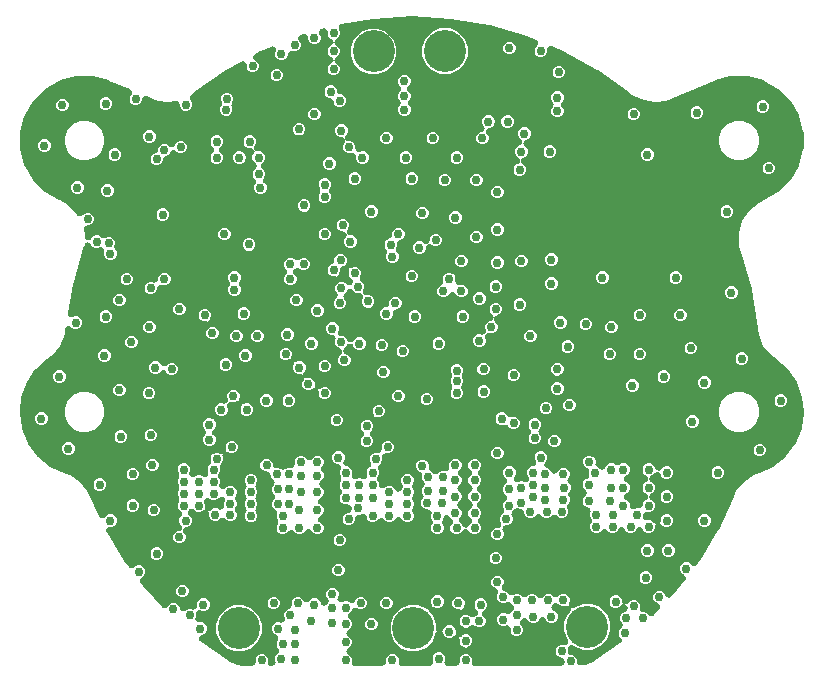
<source format=gbr>
G04 EAGLE Gerber RS-274X export*
G75*
%MOMM*%
%FSLAX34Y34*%
%LPD*%
%INCopper Layer 3*%
%IPPOS*%
%AMOC8*
5,1,8,0,0,1.08239X$1,22.5*%
G01*
G04 Define Apertures*
%ADD10C,3.556000*%
%ADD11C,0.756400*%
G36*
X-134128Y-329679D02*
X-135317Y-329920D01*
X-141421Y-329920D01*
X-141840Y-329891D01*
X-147793Y-329065D01*
X-148599Y-328838D01*
X-154102Y-326423D01*
X-154608Y-326141D01*
X-179056Y-309279D01*
X-180103Y-308025D01*
X-180373Y-306843D01*
X-180160Y-305648D01*
X-179498Y-304632D01*
X-178492Y-303954D01*
X-176064Y-302948D01*
X-174572Y-301456D01*
X-173764Y-299505D01*
X-173764Y-297395D01*
X-174572Y-295444D01*
X-176064Y-293952D01*
X-178015Y-293144D01*
X-180192Y-293144D01*
X-181268Y-292948D01*
X-182295Y-292302D01*
X-182989Y-291307D01*
X-183240Y-290120D01*
X-183008Y-288930D01*
X-182654Y-288075D01*
X-182654Y-285898D01*
X-182458Y-284822D01*
X-181812Y-283795D01*
X-180817Y-283101D01*
X-179630Y-282850D01*
X-178440Y-283082D01*
X-177585Y-283436D01*
X-175475Y-283436D01*
X-173524Y-282628D01*
X-172032Y-281136D01*
X-171224Y-279185D01*
X-171224Y-277075D01*
X-172032Y-275124D01*
X-173524Y-273632D01*
X-175475Y-272824D01*
X-177585Y-272824D01*
X-179536Y-273632D01*
X-181028Y-275124D01*
X-181836Y-277075D01*
X-181836Y-279252D01*
X-182032Y-280328D01*
X-182678Y-281355D01*
X-183673Y-282049D01*
X-184860Y-282300D01*
X-186050Y-282068D01*
X-186905Y-281714D01*
X-189015Y-281714D01*
X-190966Y-282522D01*
X-191421Y-282977D01*
X-192298Y-283589D01*
X-193479Y-283868D01*
X-194675Y-283665D01*
X-195697Y-283011D01*
X-196383Y-282010D01*
X-196599Y-280945D01*
X-197432Y-278934D01*
X-198924Y-277442D01*
X-200875Y-276634D01*
X-202985Y-276634D01*
X-204936Y-277442D01*
X-206428Y-278934D01*
X-206479Y-279057D01*
X-207132Y-280038D01*
X-208141Y-280711D01*
X-209333Y-280938D01*
X-210519Y-280682D01*
X-211510Y-279983D01*
X-224606Y-266122D01*
X-224813Y-265878D01*
X-229697Y-259480D01*
X-230051Y-258887D01*
X-230321Y-257704D01*
X-230108Y-256510D01*
X-229446Y-255493D01*
X-228440Y-254815D01*
X-228134Y-254688D01*
X-226642Y-253196D01*
X-225834Y-251245D01*
X-225834Y-249135D01*
X-226642Y-247184D01*
X-228134Y-245692D01*
X-230085Y-244884D01*
X-232195Y-244884D01*
X-234146Y-245692D01*
X-235128Y-246674D01*
X-236431Y-247445D01*
X-237640Y-247546D01*
X-238793Y-247167D01*
X-239706Y-246368D01*
X-243401Y-241527D01*
X-243582Y-241263D01*
X-258387Y-216949D01*
X-258831Y-215461D01*
X-258627Y-214265D01*
X-257973Y-213243D01*
X-256973Y-212557D01*
X-255784Y-212316D01*
X-254215Y-212316D01*
X-252264Y-211508D01*
X-250772Y-210016D01*
X-249964Y-208065D01*
X-249964Y-205955D01*
X-250772Y-204004D01*
X-252264Y-202512D01*
X-254215Y-201704D01*
X-256325Y-201704D01*
X-258276Y-202512D01*
X-260112Y-204349D01*
X-260877Y-204906D01*
X-262045Y-205233D01*
X-263248Y-205079D01*
X-264296Y-204468D01*
X-265023Y-203497D01*
X-272770Y-187125D01*
X-272834Y-186979D01*
X-274765Y-182275D01*
X-281137Y-174352D01*
X-289496Y-168563D01*
X-294325Y-166975D01*
X-294675Y-166836D01*
X-306219Y-161384D01*
X-306853Y-160983D01*
X-316716Y-152877D01*
X-317232Y-152333D01*
X-324817Y-142063D01*
X-325185Y-141410D01*
X-330031Y-129599D01*
X-330228Y-128875D01*
X-332043Y-116238D01*
X-332058Y-115488D01*
X-330731Y-102790D01*
X-330562Y-102059D01*
X-326174Y-90070D01*
X-325831Y-89403D01*
X-318648Y-78849D01*
X-318153Y-78285D01*
X-308610Y-69805D01*
X-308314Y-69574D01*
X-306982Y-68657D01*
X-304127Y-66690D01*
X-297734Y-58783D01*
X-293850Y-49386D01*
X-293397Y-45056D01*
X-293390Y-44990D01*
X-293219Y-44253D01*
X-292581Y-43221D01*
X-291592Y-42519D01*
X-290407Y-42258D01*
X-289214Y-42481D01*
X-288203Y-43151D01*
X-287486Y-43868D01*
X-285535Y-44676D01*
X-283425Y-44676D01*
X-281474Y-43868D01*
X-279982Y-42376D01*
X-279174Y-40425D01*
X-279174Y-38315D01*
X-279982Y-36364D01*
X-281474Y-34872D01*
X-283425Y-34064D01*
X-285535Y-34064D01*
X-287054Y-34693D01*
X-288612Y-34900D01*
X-289760Y-34508D01*
X-290664Y-33699D01*
X-291181Y-32602D01*
X-291229Y-31390D01*
X-288033Y-11660D01*
X-287959Y-11324D01*
X-279067Y20376D01*
X-279016Y20540D01*
X-277289Y25583D01*
X-277287Y25669D01*
X-277109Y26614D01*
X-276479Y27651D01*
X-275496Y28360D01*
X-274313Y28630D01*
X-273119Y28417D01*
X-272102Y27755D01*
X-271424Y26749D01*
X-271198Y26204D01*
X-269706Y24712D01*
X-267755Y23904D01*
X-265645Y23904D01*
X-264425Y24409D01*
X-263380Y24639D01*
X-262183Y24445D01*
X-261156Y23799D01*
X-260462Y22804D01*
X-260211Y21617D01*
X-260443Y20427D01*
X-260576Y20105D01*
X-260576Y17995D01*
X-259768Y16044D01*
X-258276Y14552D01*
X-256325Y13744D01*
X-254215Y13744D01*
X-252264Y14552D01*
X-250772Y16044D01*
X-249964Y17995D01*
X-249964Y20105D01*
X-250772Y22056D01*
X-251073Y22357D01*
X-251715Y23301D01*
X-251966Y24488D01*
X-251734Y25678D01*
X-251234Y26885D01*
X-251234Y28995D01*
X-252042Y30946D01*
X-253534Y32438D01*
X-255485Y33246D01*
X-257595Y33246D01*
X-259700Y32374D01*
X-260817Y32143D01*
X-262010Y32365D01*
X-263021Y33035D01*
X-263694Y33708D01*
X-265645Y34516D01*
X-267755Y34516D01*
X-269706Y33708D01*
X-271198Y32216D01*
X-271204Y32203D01*
X-271823Y31256D01*
X-272821Y30567D01*
X-274009Y30321D01*
X-275198Y30558D01*
X-276201Y31241D01*
X-276859Y32260D01*
X-277066Y33455D01*
X-276987Y36240D01*
X-277785Y39083D01*
X-277896Y39809D01*
X-277693Y41005D01*
X-277039Y42027D01*
X-276039Y42713D01*
X-274850Y42954D01*
X-273265Y42954D01*
X-271314Y43762D01*
X-269822Y45254D01*
X-269014Y47205D01*
X-269014Y49315D01*
X-269822Y51266D01*
X-271314Y52758D01*
X-273265Y53566D01*
X-275375Y53566D01*
X-277326Y52758D01*
X-278661Y51423D01*
X-280192Y50595D01*
X-281405Y50588D01*
X-282525Y51055D01*
X-283374Y51921D01*
X-285662Y55452D01*
X-293855Y62274D01*
X-298181Y64066D01*
X-298175Y64079D01*
X-298539Y64242D01*
X-310266Y71013D01*
X-310897Y71497D01*
X-320472Y81072D01*
X-320956Y81703D01*
X-327727Y93431D01*
X-328032Y94166D01*
X-331536Y107246D01*
X-331640Y108034D01*
X-331640Y121576D01*
X-331536Y122365D01*
X-328032Y135445D01*
X-327727Y136180D01*
X-320956Y147907D01*
X-320472Y148538D01*
X-310897Y158113D01*
X-310266Y158598D01*
X-298538Y165368D01*
X-297803Y165673D01*
X-284723Y169177D01*
X-283935Y169281D01*
X-270393Y169281D01*
X-269604Y169177D01*
X-256525Y165673D01*
X-256147Y165545D01*
X-238690Y158314D01*
X-237771Y157721D01*
X-237069Y156731D01*
X-236809Y155546D01*
X-237031Y154354D01*
X-237701Y153342D01*
X-238178Y152866D01*
X-238986Y150915D01*
X-238986Y148805D01*
X-238178Y146854D01*
X-236686Y145362D01*
X-234735Y144554D01*
X-232625Y144554D01*
X-230674Y145362D01*
X-229182Y146854D01*
X-228374Y148805D01*
X-228374Y149479D01*
X-228178Y150555D01*
X-227532Y151582D01*
X-226537Y152276D01*
X-225350Y152527D01*
X-224160Y152295D01*
X-220970Y150974D01*
X-220970Y150974D01*
X-219476Y150355D01*
X-219476Y150355D01*
X-215128Y148554D01*
X-205788Y147371D01*
X-200082Y148180D01*
X-198555Y148006D01*
X-197534Y147352D01*
X-196848Y146351D01*
X-196606Y145163D01*
X-196606Y144154D01*
X-195798Y142204D01*
X-194306Y140711D01*
X-192356Y139904D01*
X-190245Y139904D01*
X-188295Y140711D01*
X-186802Y142204D01*
X-185994Y144154D01*
X-185994Y146265D01*
X-186802Y148215D01*
X-187187Y148600D01*
X-187938Y149838D01*
X-188066Y151045D01*
X-187712Y152205D01*
X-186935Y153136D01*
X-184148Y155364D01*
X-184142Y155356D01*
X-184011Y155467D01*
X-157291Y174468D01*
X-157002Y174651D01*
X-144451Y181602D01*
X-143071Y181982D01*
X-141875Y181778D01*
X-140853Y181125D01*
X-140167Y180124D01*
X-139926Y178935D01*
X-139926Y176745D01*
X-139118Y174794D01*
X-137626Y173302D01*
X-135675Y172494D01*
X-133565Y172494D01*
X-131614Y173302D01*
X-130122Y174794D01*
X-129314Y176745D01*
X-129314Y178855D01*
X-130122Y180806D01*
X-131614Y182298D01*
X-132398Y182623D01*
X-133033Y182980D01*
X-133849Y183878D01*
X-134251Y185022D01*
X-134174Y186233D01*
X-133631Y187318D01*
X-132708Y188105D01*
X-128319Y190536D01*
X-128011Y190684D01*
X-119229Y194329D01*
X-118182Y194560D01*
X-116984Y194366D01*
X-115957Y193720D01*
X-115263Y192725D01*
X-115012Y191538D01*
X-115244Y190348D01*
X-115796Y189015D01*
X-115796Y186905D01*
X-114988Y184954D01*
X-113496Y183462D01*
X-111545Y182654D01*
X-109435Y182654D01*
X-107484Y183462D01*
X-105992Y184954D01*
X-105184Y186905D01*
X-105184Y187812D01*
X-104988Y188888D01*
X-104342Y189915D01*
X-103347Y190609D01*
X-102160Y190860D01*
X-100970Y190628D01*
X-100115Y190274D01*
X-98005Y190274D01*
X-96054Y191082D01*
X-94562Y192574D01*
X-93754Y194525D01*
X-93754Y196635D01*
X-94562Y198586D01*
X-95256Y199280D01*
X-96001Y200497D01*
X-96137Y201703D01*
X-95792Y202866D01*
X-95021Y203802D01*
X-93946Y204364D01*
X-91749Y204998D01*
X-91001Y205116D01*
X-89805Y204912D01*
X-88783Y204259D01*
X-88097Y203258D01*
X-87856Y202069D01*
X-87856Y200875D01*
X-87048Y198924D01*
X-85556Y197432D01*
X-83605Y196624D01*
X-81495Y196624D01*
X-79544Y197432D01*
X-78052Y198924D01*
X-77244Y200875D01*
X-77244Y202985D01*
X-78233Y205373D01*
X-78453Y206806D01*
X-78108Y207970D01*
X-77337Y208906D01*
X-76262Y209468D01*
X-75239Y209763D01*
X-74491Y209881D01*
X-73295Y209677D01*
X-72273Y209024D01*
X-71587Y208023D01*
X-71346Y206834D01*
X-71346Y204685D01*
X-70538Y202734D01*
X-69046Y201242D01*
X-68307Y200936D01*
X-67406Y200359D01*
X-66696Y199376D01*
X-66427Y198193D01*
X-66640Y196999D01*
X-67301Y195982D01*
X-68307Y195304D01*
X-69046Y194998D01*
X-70538Y193506D01*
X-71346Y191555D01*
X-71346Y189445D01*
X-70538Y187494D01*
X-69046Y186002D01*
X-68307Y185696D01*
X-67406Y185119D01*
X-66696Y184136D01*
X-66427Y182953D01*
X-66640Y181759D01*
X-67301Y180742D01*
X-68307Y180064D01*
X-69046Y179758D01*
X-70538Y178266D01*
X-71346Y176315D01*
X-71346Y174205D01*
X-70538Y172254D01*
X-69046Y170762D01*
X-67095Y169954D01*
X-64985Y169954D01*
X-63034Y170762D01*
X-61542Y172254D01*
X-60734Y174205D01*
X-60734Y176315D01*
X-61542Y178266D01*
X-63034Y179758D01*
X-63773Y180064D01*
X-64674Y180641D01*
X-65384Y181624D01*
X-65653Y182807D01*
X-65440Y184001D01*
X-64779Y185018D01*
X-63773Y185696D01*
X-63034Y186002D01*
X-61542Y187494D01*
X-60734Y189445D01*
X-60734Y191555D01*
X-61542Y193506D01*
X-63034Y194998D01*
X-63773Y195304D01*
X-64674Y195881D01*
X-65384Y196864D01*
X-65653Y198047D01*
X-65440Y199241D01*
X-64779Y200258D01*
X-63773Y200936D01*
X-63034Y201242D01*
X-61542Y202734D01*
X-60734Y204685D01*
X-60734Y206795D01*
X-61774Y209306D01*
X-61699Y209337D01*
X-62026Y209946D01*
X-62026Y211160D01*
X-61553Y212277D01*
X-60682Y213121D01*
X-59551Y213558D01*
X-33247Y218035D01*
X-32907Y218074D01*
X-171Y219915D01*
X171Y219915D01*
X32907Y218074D01*
X33247Y218035D01*
X65569Y212534D01*
X65903Y212457D01*
X97405Y203365D01*
X97728Y203252D01*
X105348Y200090D01*
X106266Y199497D01*
X106967Y198508D01*
X107228Y197323D01*
X107005Y196130D01*
X106335Y195119D01*
X104722Y193506D01*
X103914Y191555D01*
X103914Y189445D01*
X104722Y187494D01*
X106214Y186002D01*
X108165Y185194D01*
X110275Y185194D01*
X112226Y186002D01*
X113718Y187494D01*
X114526Y189445D01*
X114526Y191716D01*
X114723Y192794D01*
X115369Y193820D01*
X116365Y194514D01*
X117552Y194764D01*
X118742Y194531D01*
X128011Y190684D01*
X128319Y190536D01*
X157002Y174651D01*
X157291Y174468D01*
X184011Y155467D01*
X184142Y155356D01*
X184148Y155364D01*
X187825Y152425D01*
X196467Y148693D01*
X205788Y147371D01*
X215128Y148554D01*
X219476Y150355D01*
X219476Y150355D01*
X220970Y150974D01*
X220970Y150974D01*
X256147Y165545D01*
X256525Y165673D01*
X269604Y169177D01*
X270393Y169281D01*
X283935Y169281D01*
X284723Y169177D01*
X297803Y165673D01*
X298538Y165368D01*
X310266Y158598D01*
X310897Y158113D01*
X320472Y148538D01*
X320956Y147907D01*
X327727Y136180D01*
X328032Y135445D01*
X331536Y122365D01*
X331640Y121576D01*
X331640Y108034D01*
X331536Y107246D01*
X328032Y94166D01*
X327727Y93431D01*
X320956Y81703D01*
X320472Y81072D01*
X310897Y71497D01*
X310266Y71013D01*
X298539Y64242D01*
X298175Y64079D01*
X298181Y64066D01*
X293855Y62274D01*
X285662Y55452D01*
X279865Y46505D01*
X276987Y36240D01*
X277289Y25583D01*
X279016Y20540D01*
X279067Y20376D01*
X287959Y-11324D01*
X288033Y-11660D01*
X293298Y-44160D01*
X293321Y-44330D01*
X293397Y-45055D01*
X293397Y-45055D01*
X293850Y-49386D01*
X297734Y-58783D01*
X304127Y-66690D01*
X306982Y-68657D01*
X308314Y-69574D01*
X308610Y-69805D01*
X318153Y-78285D01*
X318648Y-78849D01*
X325831Y-89403D01*
X326174Y-90070D01*
X330562Y-102059D01*
X330731Y-102790D01*
X332058Y-115488D01*
X332043Y-116238D01*
X330228Y-128875D01*
X330031Y-129599D01*
X325185Y-141410D01*
X324817Y-142063D01*
X317232Y-152333D01*
X316716Y-152877D01*
X306853Y-160983D01*
X306219Y-161384D01*
X294675Y-166836D01*
X294325Y-166975D01*
X289496Y-168563D01*
X281137Y-174352D01*
X274765Y-182275D01*
X272834Y-186979D01*
X272770Y-187125D01*
X259667Y-214816D01*
X259515Y-215098D01*
X243582Y-241263D01*
X243401Y-241527D01*
X241355Y-244207D01*
X240166Y-245145D01*
X238981Y-245406D01*
X237788Y-245183D01*
X236777Y-244513D01*
X235416Y-243152D01*
X233465Y-242344D01*
X231355Y-242344D01*
X229404Y-243152D01*
X227912Y-244644D01*
X227104Y-246595D01*
X227104Y-248705D01*
X227912Y-250656D01*
X229404Y-252148D01*
X230219Y-252485D01*
X230823Y-252821D01*
X231651Y-253708D01*
X232066Y-254848D01*
X232004Y-256059D01*
X231475Y-257151D01*
X224813Y-265878D01*
X224606Y-266122D01*
X219734Y-271279D01*
X218773Y-271963D01*
X217591Y-272233D01*
X216397Y-272020D01*
X215380Y-271358D01*
X214702Y-270353D01*
X214048Y-268774D01*
X212556Y-267282D01*
X210605Y-266474D01*
X208495Y-266474D01*
X206544Y-267282D01*
X205052Y-268774D01*
X204244Y-270725D01*
X204244Y-272835D01*
X205052Y-274786D01*
X206544Y-276278D01*
X208542Y-277106D01*
X209397Y-277640D01*
X210127Y-278610D01*
X210421Y-279786D01*
X210232Y-280985D01*
X209591Y-282015D01*
X204902Y-286979D01*
X203942Y-287663D01*
X202759Y-287933D01*
X201565Y-287720D01*
X200548Y-287058D01*
X200479Y-286955D01*
X198586Y-285062D01*
X196635Y-284254D01*
X196314Y-284254D01*
X195215Y-284049D01*
X194193Y-283395D01*
X193507Y-282395D01*
X193266Y-281206D01*
X193266Y-278601D01*
X192458Y-276650D01*
X190966Y-275158D01*
X189015Y-274350D01*
X186905Y-274350D01*
X184954Y-275158D01*
X183229Y-276883D01*
X182352Y-277495D01*
X181171Y-277774D01*
X180746Y-277702D01*
X181727Y-278329D01*
X182413Y-279330D01*
X182654Y-280518D01*
X182654Y-281224D01*
X182664Y-281271D01*
X182451Y-282465D01*
X181789Y-283481D01*
X180783Y-284159D01*
X179357Y-284750D01*
X178593Y-284921D01*
X178295Y-285371D01*
X177112Y-286554D01*
X176304Y-288505D01*
X176304Y-290615D01*
X177112Y-292566D01*
X177666Y-293120D01*
X178298Y-294042D01*
X178558Y-295226D01*
X178336Y-296419D01*
X177666Y-297430D01*
X175842Y-299254D01*
X175034Y-301205D01*
X175034Y-303315D01*
X175842Y-305266D01*
X176942Y-306366D01*
X177751Y-307811D01*
X177793Y-309023D01*
X177359Y-310156D01*
X176517Y-311030D01*
X154608Y-326141D01*
X154102Y-326423D01*
X148599Y-328838D01*
X147793Y-329065D01*
X143393Y-329676D01*
X141875Y-329500D01*
X140853Y-328846D01*
X140167Y-327845D01*
X139926Y-326657D01*
X139926Y-325083D01*
X139118Y-323132D01*
X137626Y-321640D01*
X135675Y-320832D01*
X135354Y-320832D01*
X134255Y-320627D01*
X133233Y-319973D01*
X132547Y-318973D01*
X132306Y-317784D01*
X132306Y-316445D01*
X132204Y-316197D01*
X131975Y-315177D01*
X132159Y-313978D01*
X132797Y-312945D01*
X133786Y-312244D01*
X134971Y-311983D01*
X136163Y-312206D01*
X137175Y-312876D01*
X137564Y-313265D01*
X144659Y-316204D01*
X152339Y-316204D01*
X159434Y-313265D01*
X164864Y-307835D01*
X167803Y-300740D01*
X167803Y-293060D01*
X164864Y-285965D01*
X159434Y-280535D01*
X152339Y-277596D01*
X144659Y-277596D01*
X137176Y-280696D01*
X137087Y-280758D01*
X135909Y-281047D01*
X134796Y-280866D01*
X134999Y-281789D01*
X134776Y-282982D01*
X134106Y-283993D01*
X132134Y-285965D01*
X129195Y-293060D01*
X129195Y-300740D01*
X132342Y-308338D01*
X132572Y-309383D01*
X132378Y-310580D01*
X131733Y-311607D01*
X130738Y-312301D01*
X129551Y-312552D01*
X128360Y-312320D01*
X128055Y-312194D01*
X125945Y-312194D01*
X123994Y-313002D01*
X122502Y-314494D01*
X121694Y-316445D01*
X121694Y-318555D01*
X122502Y-320506D01*
X123994Y-321998D01*
X125945Y-322806D01*
X126266Y-322806D01*
X127365Y-323011D01*
X128387Y-323665D01*
X129073Y-324665D01*
X129314Y-325854D01*
X129314Y-326872D01*
X129109Y-327971D01*
X128455Y-328993D01*
X127455Y-329679D01*
X126266Y-329920D01*
X54037Y-329920D01*
X52960Y-329724D01*
X51933Y-329078D01*
X51239Y-328083D01*
X50989Y-326896D01*
X51026Y-326705D01*
X51026Y-324065D01*
X50218Y-322114D01*
X48726Y-320622D01*
X46454Y-319681D01*
X45701Y-319199D01*
X44986Y-319681D01*
X42714Y-320622D01*
X41222Y-322114D01*
X40414Y-324065D01*
X40414Y-326609D01*
X40450Y-326775D01*
X40246Y-327971D01*
X39593Y-328993D01*
X38592Y-329679D01*
X37403Y-329920D01*
X30651Y-329920D01*
X29575Y-329724D01*
X28547Y-329078D01*
X27854Y-328083D01*
X27603Y-326896D01*
X27835Y-325706D01*
X28166Y-324905D01*
X28166Y-322795D01*
X27358Y-320844D01*
X25866Y-319352D01*
X23915Y-318544D01*
X21805Y-318544D01*
X19854Y-319352D01*
X18362Y-320844D01*
X17554Y-322795D01*
X17554Y-324905D01*
X17885Y-325706D01*
X18116Y-326775D01*
X17913Y-327971D01*
X17259Y-328993D01*
X16258Y-329679D01*
X15069Y-329920D01*
X-8193Y-329920D01*
X-9270Y-329724D01*
X-10297Y-329078D01*
X-10991Y-328083D01*
X-11241Y-326896D01*
X-11204Y-326705D01*
X-11204Y-324065D01*
X-12012Y-322114D01*
X-13504Y-320622D01*
X-15455Y-319814D01*
X-17565Y-319814D01*
X-19516Y-320622D01*
X-21008Y-322114D01*
X-21816Y-324065D01*
X-21816Y-326609D01*
X-21780Y-326775D01*
X-21984Y-327971D01*
X-22637Y-328993D01*
X-23638Y-329679D01*
X-24827Y-329920D01*
X-47563Y-329920D01*
X-48640Y-329724D01*
X-49667Y-329078D01*
X-50361Y-328083D01*
X-50611Y-326896D01*
X-50574Y-326705D01*
X-50574Y-324065D01*
X-51382Y-322114D01*
X-52874Y-320622D01*
X-53613Y-320316D01*
X-54514Y-319739D01*
X-55224Y-318756D01*
X-55493Y-317573D01*
X-55280Y-316379D01*
X-54619Y-315362D01*
X-53613Y-314684D01*
X-52874Y-314378D01*
X-51382Y-312886D01*
X-50574Y-310935D01*
X-50574Y-308825D01*
X-51382Y-306874D01*
X-52874Y-305382D01*
X-53613Y-305076D01*
X-54514Y-304499D01*
X-55224Y-303516D01*
X-55493Y-302333D01*
X-55280Y-301139D01*
X-54619Y-300122D01*
X-53613Y-299444D01*
X-52874Y-299138D01*
X-51382Y-297646D01*
X-50574Y-295695D01*
X-50574Y-293585D01*
X-51382Y-291634D01*
X-53206Y-289810D01*
X-53838Y-288888D01*
X-54098Y-287704D01*
X-53876Y-286511D01*
X-53206Y-285500D01*
X-51382Y-283676D01*
X-50927Y-282577D01*
X-50334Y-281658D01*
X-49344Y-280956D01*
X-48159Y-280696D01*
X-46967Y-280918D01*
X-46499Y-281229D01*
X-44235Y-282166D01*
X-42125Y-282166D01*
X-40174Y-281358D01*
X-38682Y-279866D01*
X-37874Y-277915D01*
X-37874Y-275805D01*
X-38682Y-273854D01*
X-40174Y-272362D01*
X-42125Y-271554D01*
X-44235Y-271554D01*
X-46186Y-272362D01*
X-47678Y-273854D01*
X-48133Y-274953D01*
X-48726Y-275872D01*
X-49716Y-276574D01*
X-50901Y-276834D01*
X-52093Y-276612D01*
X-52561Y-276301D01*
X-54825Y-275364D01*
X-56935Y-275364D01*
X-58790Y-276132D01*
X-59835Y-276362D01*
X-61032Y-276168D01*
X-62059Y-275522D01*
X-62753Y-274527D01*
X-63004Y-273340D01*
X-62772Y-272150D01*
X-62004Y-270295D01*
X-62004Y-268185D01*
X-62812Y-266234D01*
X-64304Y-264742D01*
X-66255Y-263934D01*
X-68365Y-263934D01*
X-70316Y-264742D01*
X-71808Y-266234D01*
X-72616Y-268185D01*
X-72616Y-270295D01*
X-71808Y-272246D01*
X-71254Y-272800D01*
X-70622Y-273722D01*
X-70362Y-274906D01*
X-70584Y-276099D01*
X-71254Y-277110D01*
X-72141Y-277997D01*
X-72165Y-278034D01*
X-72212Y-278068D01*
X-72237Y-278093D01*
X-72241Y-278089D01*
X-73148Y-278744D01*
X-74331Y-279013D01*
X-75525Y-278800D01*
X-76542Y-278139D01*
X-77220Y-277133D01*
X-78052Y-275124D01*
X-79544Y-273632D01*
X-81495Y-272824D01*
X-83605Y-272824D01*
X-85556Y-273632D01*
X-86968Y-275044D01*
X-87867Y-275666D01*
X-89050Y-275936D01*
X-90244Y-275723D01*
X-91261Y-275061D01*
X-91939Y-274055D01*
X-92022Y-273854D01*
X-93514Y-272362D01*
X-95465Y-271554D01*
X-97575Y-271554D01*
X-99526Y-272362D01*
X-101018Y-273854D01*
X-101826Y-275805D01*
X-101826Y-278219D01*
X-101726Y-278693D01*
X-101939Y-279887D01*
X-102601Y-280904D01*
X-103606Y-281582D01*
X-105876Y-282522D01*
X-107368Y-284014D01*
X-108176Y-285965D01*
X-108176Y-288075D01*
X-107671Y-289295D01*
X-107441Y-290340D01*
X-107635Y-291537D01*
X-108281Y-292564D01*
X-109276Y-293258D01*
X-110463Y-293509D01*
X-111653Y-293277D01*
X-111975Y-293144D01*
X-114085Y-293144D01*
X-116036Y-293952D01*
X-117528Y-295444D01*
X-118336Y-297395D01*
X-118336Y-299505D01*
X-117528Y-301456D01*
X-116036Y-302948D01*
X-114937Y-303403D01*
X-114018Y-303996D01*
X-113316Y-304986D01*
X-113056Y-306171D01*
X-113278Y-307363D01*
X-113589Y-307831D01*
X-114526Y-310095D01*
X-114526Y-312205D01*
X-113718Y-314156D01*
X-113164Y-314710D01*
X-112532Y-315632D01*
X-112272Y-316816D01*
X-112494Y-318009D01*
X-113164Y-319020D01*
X-114988Y-320844D01*
X-115796Y-322795D01*
X-115796Y-322980D01*
X-115975Y-324011D01*
X-116166Y-324325D01*
X-115830Y-324823D01*
X-115465Y-325706D01*
X-115234Y-326775D01*
X-115438Y-327971D01*
X-116091Y-328993D01*
X-117092Y-329679D01*
X-118281Y-329920D01*
X-118683Y-329920D01*
X-119760Y-329724D01*
X-120787Y-329078D01*
X-121481Y-328083D01*
X-121731Y-326896D01*
X-121694Y-326705D01*
X-121694Y-325990D01*
X-121515Y-324959D01*
X-121324Y-324645D01*
X-121660Y-324147D01*
X-122502Y-322114D01*
X-123994Y-320622D01*
X-125945Y-319814D01*
X-128055Y-319814D01*
X-130006Y-320622D01*
X-131498Y-322114D01*
X-132306Y-324065D01*
X-132306Y-326609D01*
X-132270Y-326775D01*
X-132474Y-327971D01*
X-133127Y-328993D01*
X-134128Y-329679D01*
G37*
%LPC*%
G36*
X24256Y171158D02*
X31936Y171158D01*
X39031Y174097D01*
X44461Y179527D01*
X47400Y186622D01*
X47400Y194302D01*
X44461Y201397D01*
X39031Y206827D01*
X31936Y209766D01*
X24256Y209766D01*
X17161Y206827D01*
X11731Y201397D01*
X8792Y194302D01*
X8792Y186622D01*
X11731Y179527D01*
X17161Y174097D01*
X24256Y171158D01*
G37*
G36*
X-36246Y170917D02*
X-28566Y170917D01*
X-21471Y173856D01*
X-16041Y179286D01*
X-13102Y186381D01*
X-13102Y194061D01*
X-16041Y201156D01*
X-21471Y206586D01*
X-28566Y209525D01*
X-36246Y209525D01*
X-43341Y206586D01*
X-48771Y201156D01*
X-51710Y194061D01*
X-51710Y186381D01*
X-48771Y179286D01*
X-43341Y173856D01*
X-36246Y170917D01*
G37*
G36*
X81495Y187734D02*
X83605Y187734D01*
X85556Y188542D01*
X87048Y190034D01*
X87856Y191985D01*
X87856Y194095D01*
X87048Y196046D01*
X85556Y197538D01*
X83605Y198346D01*
X81495Y198346D01*
X79544Y197538D01*
X78052Y196046D01*
X77244Y194095D01*
X77244Y191985D01*
X78052Y190034D01*
X79544Y188542D01*
X81495Y187734D01*
G37*
G36*
X123405Y167414D02*
X125515Y167414D01*
X127466Y168222D01*
X128958Y169714D01*
X129766Y171665D01*
X129766Y173775D01*
X128958Y175726D01*
X127466Y177218D01*
X125515Y178026D01*
X123405Y178026D01*
X121454Y177218D01*
X119962Y175726D01*
X119154Y173775D01*
X119154Y171665D01*
X119962Y169714D01*
X121454Y168222D01*
X123405Y167414D01*
G37*
G36*
X-115355Y164874D02*
X-113245Y164874D01*
X-111294Y165682D01*
X-109802Y167174D01*
X-108994Y169125D01*
X-108994Y171235D01*
X-109802Y173186D01*
X-111294Y174678D01*
X-113245Y175486D01*
X-115355Y175486D01*
X-117306Y174678D01*
X-118798Y173186D01*
X-119606Y171235D01*
X-119606Y169125D01*
X-118798Y167174D01*
X-117306Y165682D01*
X-115355Y164874D01*
G37*
G36*
X-7405Y135664D02*
X-5295Y135664D01*
X-3344Y136472D01*
X-1852Y137964D01*
X-1044Y139915D01*
X-1044Y142025D01*
X-1852Y143976D01*
X-2406Y144530D01*
X-3038Y145452D01*
X-3298Y146636D01*
X-3076Y147829D01*
X-2406Y148840D01*
X-1852Y149394D01*
X-1044Y151345D01*
X-1044Y153455D01*
X-1852Y155406D01*
X-3041Y156595D01*
X-3673Y157517D01*
X-3933Y158701D01*
X-3711Y159894D01*
X-3041Y160905D01*
X-1852Y162094D01*
X-1044Y164045D01*
X-1044Y166155D01*
X-1852Y168106D01*
X-3344Y169598D01*
X-5295Y170406D01*
X-7405Y170406D01*
X-9356Y169598D01*
X-10848Y168106D01*
X-11656Y166155D01*
X-11656Y164045D01*
X-10848Y162094D01*
X-9659Y160905D01*
X-9027Y159983D01*
X-8767Y158799D01*
X-8989Y157606D01*
X-9659Y156595D01*
X-10848Y155406D01*
X-11656Y153455D01*
X-11656Y151345D01*
X-10848Y149394D01*
X-10294Y148840D01*
X-9662Y147918D01*
X-9402Y146734D01*
X-9624Y145541D01*
X-10294Y144530D01*
X-10848Y143976D01*
X-11656Y142025D01*
X-11656Y139915D01*
X-10848Y137964D01*
X-9356Y136472D01*
X-7405Y135664D01*
G37*
G36*
X-62015Y143284D02*
X-59905Y143284D01*
X-57954Y144092D01*
X-56462Y145584D01*
X-55654Y147535D01*
X-55654Y149645D01*
X-56462Y151596D01*
X-57954Y153088D01*
X-59905Y153896D01*
X-60226Y153896D01*
X-61325Y154101D01*
X-62347Y154755D01*
X-63033Y155755D01*
X-63274Y156944D01*
X-63274Y157265D01*
X-64082Y159216D01*
X-65574Y160708D01*
X-67525Y161516D01*
X-69635Y161516D01*
X-71586Y160708D01*
X-73078Y159216D01*
X-73886Y157265D01*
X-73886Y155155D01*
X-73078Y153204D01*
X-71586Y151712D01*
X-69635Y150904D01*
X-69314Y150904D01*
X-68215Y150699D01*
X-67193Y150045D01*
X-66507Y149045D01*
X-66266Y147856D01*
X-66266Y147535D01*
X-65458Y145584D01*
X-63966Y144092D01*
X-62015Y143284D01*
G37*
G36*
X122135Y134394D02*
X124245Y134394D01*
X126196Y135202D01*
X127688Y136694D01*
X128496Y138645D01*
X128496Y140755D01*
X127688Y142706D01*
X127134Y143260D01*
X126502Y144182D01*
X126242Y145366D01*
X126464Y146559D01*
X127134Y147570D01*
X127688Y148124D01*
X128496Y150075D01*
X128496Y152185D01*
X127688Y154136D01*
X126196Y155628D01*
X124245Y156436D01*
X122135Y156436D01*
X120184Y155628D01*
X118692Y154136D01*
X117884Y152185D01*
X117884Y150075D01*
X118692Y148124D01*
X119246Y147570D01*
X119878Y146648D01*
X120138Y145464D01*
X119916Y144271D01*
X119246Y143260D01*
X118692Y142706D01*
X117884Y140755D01*
X117884Y138645D01*
X118692Y136694D01*
X120184Y135202D01*
X122135Y134394D01*
G37*
G36*
X-158253Y135678D02*
X-156142Y135678D01*
X-154192Y136486D01*
X-152700Y137978D01*
X-151892Y139929D01*
X-151892Y142039D01*
X-152590Y143725D01*
X-152822Y144843D01*
X-152599Y146036D01*
X-151929Y147047D01*
X-151910Y147066D01*
X-151102Y149017D01*
X-151102Y151127D01*
X-151910Y153078D01*
X-153402Y154570D01*
X-155353Y155378D01*
X-157463Y155378D01*
X-159414Y154570D01*
X-160906Y153078D01*
X-161714Y151127D01*
X-161714Y149017D01*
X-161016Y147331D01*
X-160784Y146213D01*
X-161007Y145020D01*
X-161676Y144009D01*
X-161696Y143990D01*
X-162504Y142039D01*
X-162504Y139929D01*
X-161696Y137978D01*
X-160203Y136486D01*
X-158253Y135678D01*
G37*
G36*
X-260135Y140744D02*
X-258025Y140744D01*
X-256074Y141552D01*
X-254582Y143044D01*
X-253774Y144995D01*
X-253774Y147105D01*
X-254582Y149056D01*
X-256074Y150548D01*
X-258025Y151356D01*
X-260135Y151356D01*
X-262086Y150548D01*
X-263578Y149056D01*
X-264386Y147105D01*
X-264386Y144995D01*
X-263578Y143044D01*
X-262086Y141552D01*
X-260135Y140744D01*
G37*
G36*
X-296965Y139474D02*
X-294855Y139474D01*
X-292904Y140282D01*
X-291412Y141774D01*
X-290604Y143725D01*
X-290604Y145835D01*
X-291412Y147786D01*
X-292904Y149278D01*
X-294855Y150086D01*
X-296965Y150086D01*
X-298916Y149278D01*
X-300408Y147786D01*
X-301216Y145835D01*
X-301216Y143725D01*
X-300408Y141774D01*
X-298916Y140282D01*
X-296965Y139474D01*
G37*
G36*
X296125Y138204D02*
X298235Y138204D01*
X300186Y139012D01*
X301678Y140504D01*
X302486Y142455D01*
X302486Y144565D01*
X301678Y146516D01*
X300186Y148008D01*
X298235Y148816D01*
X296125Y148816D01*
X294174Y148008D01*
X292682Y146516D01*
X291874Y144565D01*
X291874Y142455D01*
X292682Y140504D01*
X294174Y139012D01*
X296125Y138204D01*
G37*
G36*
X240245Y133124D02*
X242355Y133124D01*
X244306Y133932D01*
X245798Y135424D01*
X246606Y137375D01*
X246606Y139485D01*
X245798Y141436D01*
X244306Y142928D01*
X242355Y143736D01*
X240245Y143736D01*
X238294Y142928D01*
X236802Y141436D01*
X235994Y139485D01*
X235994Y137375D01*
X236802Y135424D01*
X238294Y133932D01*
X240245Y133124D01*
G37*
G36*
X186905Y131854D02*
X189015Y131854D01*
X190966Y132662D01*
X192458Y134154D01*
X193266Y136105D01*
X193266Y138215D01*
X192458Y140166D01*
X190966Y141658D01*
X189015Y142466D01*
X186905Y142466D01*
X184954Y141658D01*
X183462Y140166D01*
X182654Y138215D01*
X182654Y136105D01*
X183462Y134154D01*
X184954Y132662D01*
X186905Y131854D01*
G37*
G36*
X-83605Y131854D02*
X-81495Y131854D01*
X-79544Y132662D01*
X-78052Y134154D01*
X-77244Y136105D01*
X-77244Y138215D01*
X-78052Y140166D01*
X-79544Y141658D01*
X-81495Y142466D01*
X-83605Y142466D01*
X-85556Y141658D01*
X-87048Y140166D01*
X-87856Y138215D01*
X-87856Y136105D01*
X-87048Y134154D01*
X-85556Y132662D01*
X-83605Y131854D01*
G37*
G36*
X80225Y125504D02*
X82335Y125504D01*
X84286Y126312D01*
X85778Y127804D01*
X86586Y129755D01*
X86586Y131865D01*
X85778Y133816D01*
X84286Y135308D01*
X82335Y136116D01*
X80225Y136116D01*
X78274Y135308D01*
X76782Y133816D01*
X75841Y131544D01*
X75359Y130791D01*
X75841Y130076D01*
X76782Y127804D01*
X78274Y126312D01*
X80225Y125504D01*
G37*
G36*
X58635Y111534D02*
X60745Y111534D01*
X62696Y112342D01*
X64188Y113834D01*
X64996Y115785D01*
X64996Y117895D01*
X64188Y119846D01*
X63733Y120301D01*
X63121Y121178D01*
X62842Y122359D01*
X63045Y123555D01*
X63699Y124577D01*
X64700Y125263D01*
X65765Y125479D01*
X67776Y126312D01*
X69268Y127804D01*
X70209Y130076D01*
X70691Y130829D01*
X70209Y131544D01*
X69268Y133816D01*
X67776Y135308D01*
X65825Y136116D01*
X63715Y136116D01*
X61764Y135308D01*
X60272Y133816D01*
X59464Y131865D01*
X59464Y129755D01*
X60272Y127804D01*
X60727Y127349D01*
X61339Y126472D01*
X61618Y125291D01*
X61415Y124095D01*
X60761Y123073D01*
X59760Y122387D01*
X58695Y122171D01*
X56684Y121338D01*
X55192Y119846D01*
X54384Y117895D01*
X54384Y115785D01*
X55192Y113834D01*
X56684Y112342D01*
X58635Y111534D01*
G37*
G36*
X273814Y97963D02*
X280514Y97963D01*
X286704Y100527D01*
X291442Y105265D01*
X294006Y111455D01*
X294006Y118155D01*
X291442Y124345D01*
X286704Y129083D01*
X280514Y131647D01*
X273814Y131647D01*
X267624Y129083D01*
X262886Y124345D01*
X260322Y118155D01*
X260322Y111455D01*
X262886Y105265D01*
X267624Y100527D01*
X273814Y97963D01*
G37*
G36*
X-280514Y97963D02*
X-273814Y97963D01*
X-267624Y100527D01*
X-262886Y105265D01*
X-260322Y111455D01*
X-260322Y118155D01*
X-262886Y124345D01*
X-267624Y129083D01*
X-273814Y131647D01*
X-280514Y131647D01*
X-286704Y129083D01*
X-291442Y124345D01*
X-294006Y118155D01*
X-294006Y111455D01*
X-291442Y105265D01*
X-286704Y100527D01*
X-280514Y97963D01*
G37*
G36*
X-96416Y119032D02*
X-94305Y119032D01*
X-92354Y119840D01*
X-90862Y121333D01*
X-90054Y123283D01*
X-90054Y125394D01*
X-90862Y127344D01*
X-92354Y128836D01*
X-94305Y129644D01*
X-96416Y129644D01*
X-98366Y128836D01*
X-99858Y127344D01*
X-100666Y125394D01*
X-100666Y123283D01*
X-99858Y121333D01*
X-98366Y119840D01*
X-96416Y119032D01*
G37*
G36*
X-42965Y95024D02*
X-40855Y95024D01*
X-38904Y95832D01*
X-37412Y97324D01*
X-36604Y99275D01*
X-36604Y101385D01*
X-37412Y103336D01*
X-38904Y104828D01*
X-40855Y105636D01*
X-42965Y105636D01*
X-43568Y105387D01*
X-44637Y105156D01*
X-45833Y105360D01*
X-46855Y106013D01*
X-47541Y107014D01*
X-47782Y108203D01*
X-47782Y110275D01*
X-48590Y112226D01*
X-50082Y113718D01*
X-52033Y114526D01*
X-53492Y114526D01*
X-54545Y114714D01*
X-55577Y115351D01*
X-56279Y116341D01*
X-56539Y117525D01*
X-56317Y118718D01*
X-55647Y119729D01*
X-55192Y120184D01*
X-54384Y122135D01*
X-54384Y124245D01*
X-55192Y126196D01*
X-56684Y127688D01*
X-58635Y128496D01*
X-60745Y128496D01*
X-62696Y127688D01*
X-64188Y126196D01*
X-64996Y124245D01*
X-64996Y122135D01*
X-64188Y120184D01*
X-62696Y118692D01*
X-60745Y117884D01*
X-59286Y117884D01*
X-58233Y117696D01*
X-57201Y117059D01*
X-56499Y116069D01*
X-56239Y114885D01*
X-56461Y113692D01*
X-57131Y112681D01*
X-57586Y112226D01*
X-58394Y110275D01*
X-58394Y108165D01*
X-57586Y106214D01*
X-56094Y104722D01*
X-54143Y103914D01*
X-52033Y103914D01*
X-51430Y104163D01*
X-50361Y104394D01*
X-49165Y104191D01*
X-48143Y103537D01*
X-47457Y102536D01*
X-47216Y101347D01*
X-47216Y99275D01*
X-46408Y97324D01*
X-44916Y95832D01*
X-42965Y95024D01*
G37*
G36*
X90385Y84864D02*
X92495Y84864D01*
X94446Y85672D01*
X95938Y87164D01*
X96746Y89115D01*
X96746Y91225D01*
X95938Y93176D01*
X94446Y94668D01*
X94342Y94711D01*
X93441Y95288D01*
X92731Y96271D01*
X92462Y97454D01*
X92675Y98648D01*
X93336Y99665D01*
X94342Y100343D01*
X95716Y100912D01*
X97208Y102404D01*
X98016Y104355D01*
X98016Y106465D01*
X97208Y108416D01*
X95383Y110241D01*
X95346Y110265D01*
X95312Y110312D01*
X95287Y110337D01*
X95291Y110341D01*
X94636Y111248D01*
X94367Y112431D01*
X94580Y113625D01*
X95241Y114642D01*
X96247Y115320D01*
X98256Y116152D01*
X99748Y117644D01*
X100556Y119595D01*
X100556Y121705D01*
X99748Y123656D01*
X98256Y125148D01*
X96305Y125956D01*
X94195Y125956D01*
X92244Y125148D01*
X90752Y123656D01*
X89944Y121705D01*
X89944Y119595D01*
X90752Y117644D01*
X92577Y115819D01*
X92614Y115796D01*
X92648Y115748D01*
X92673Y115723D01*
X92669Y115719D01*
X93324Y114812D01*
X93593Y113629D01*
X93380Y112435D01*
X92719Y111418D01*
X91713Y110740D01*
X89704Y109908D01*
X88212Y108416D01*
X87404Y106465D01*
X87404Y104355D01*
X88212Y102404D01*
X89704Y100912D01*
X89808Y100869D01*
X90709Y100292D01*
X91419Y99309D01*
X91688Y98126D01*
X91475Y96932D01*
X90814Y95915D01*
X89808Y95237D01*
X88434Y94668D01*
X86942Y93176D01*
X86134Y91225D01*
X86134Y89115D01*
X86942Y87164D01*
X88434Y85672D01*
X90385Y84864D01*
G37*
G36*
X-223305Y112804D02*
X-221195Y112804D01*
X-219244Y113612D01*
X-217752Y115104D01*
X-216944Y117055D01*
X-216944Y119165D01*
X-217752Y121116D01*
X-219244Y122608D01*
X-221195Y123416D01*
X-223305Y123416D01*
X-225256Y122608D01*
X-226748Y121116D01*
X-227556Y119165D01*
X-227556Y117055D01*
X-226748Y115104D01*
X-225256Y113612D01*
X-223305Y112804D01*
G37*
G36*
X16725Y111534D02*
X18835Y111534D01*
X20786Y112342D01*
X22278Y113834D01*
X23086Y115785D01*
X23086Y117895D01*
X22278Y119846D01*
X20786Y121338D01*
X18835Y122146D01*
X16725Y122146D01*
X14774Y121338D01*
X13282Y119846D01*
X12474Y117895D01*
X12474Y115785D01*
X13282Y113834D01*
X14774Y112342D01*
X16725Y111534D01*
G37*
G36*
X-22645Y111534D02*
X-20535Y111534D01*
X-18584Y112342D01*
X-17092Y113834D01*
X-16284Y115785D01*
X-16284Y117895D01*
X-17092Y119846D01*
X-18584Y121338D01*
X-20535Y122146D01*
X-22645Y122146D01*
X-24596Y121338D01*
X-26088Y119846D01*
X-26896Y117895D01*
X-26896Y115785D01*
X-26088Y113834D01*
X-24596Y112342D01*
X-22645Y111534D01*
G37*
G36*
X-129377Y69624D02*
X-127267Y69624D01*
X-125316Y70432D01*
X-123824Y71924D01*
X-123016Y73875D01*
X-123016Y75985D01*
X-123824Y77936D01*
X-124987Y79099D01*
X-125619Y80021D01*
X-125879Y81205D01*
X-125657Y82398D01*
X-125073Y83280D01*
X-124234Y85305D01*
X-124234Y87415D01*
X-125042Y89366D01*
X-126866Y91190D01*
X-127498Y92112D01*
X-127758Y93296D01*
X-127536Y94489D01*
X-126866Y95500D01*
X-125042Y97324D01*
X-124234Y99275D01*
X-124234Y101385D01*
X-125042Y103336D01*
X-126534Y104828D01*
X-128485Y105636D01*
X-130556Y105636D01*
X-131609Y105824D01*
X-132641Y106461D01*
X-133343Y107451D01*
X-133603Y108635D01*
X-133381Y109828D01*
X-132711Y110839D01*
X-132662Y110888D01*
X-131854Y112839D01*
X-131854Y114949D01*
X-132662Y116900D01*
X-134154Y118392D01*
X-136105Y119200D01*
X-138215Y119200D01*
X-140166Y118392D01*
X-141658Y116900D01*
X-142466Y114949D01*
X-142466Y112839D01*
X-141658Y110888D01*
X-141168Y110398D01*
X-140566Y109543D01*
X-140414Y108923D01*
X-139911Y109029D01*
X-138720Y108797D01*
X-138215Y108588D01*
X-136144Y108588D01*
X-135091Y108400D01*
X-134059Y107763D01*
X-133357Y106773D01*
X-133097Y105589D01*
X-133319Y104396D01*
X-133989Y103385D01*
X-134038Y103336D01*
X-134979Y101064D01*
X-135461Y100311D01*
X-134979Y99596D01*
X-134038Y97324D01*
X-132214Y95500D01*
X-131582Y94578D01*
X-131322Y93394D01*
X-131544Y92201D01*
X-132214Y91190D01*
X-134038Y89366D01*
X-134846Y87415D01*
X-134846Y85305D01*
X-134038Y83354D01*
X-132875Y82191D01*
X-132243Y81269D01*
X-131983Y80085D01*
X-132205Y78892D01*
X-132789Y78010D01*
X-133628Y75985D01*
X-133628Y73875D01*
X-132820Y71924D01*
X-131328Y70432D01*
X-129377Y69624D01*
G37*
G36*
X-166155Y95024D02*
X-164045Y95024D01*
X-162094Y95832D01*
X-160602Y97324D01*
X-159794Y99275D01*
X-159794Y101385D01*
X-160602Y103336D01*
X-162223Y104957D01*
X-162855Y105879D01*
X-163115Y107063D01*
X-162893Y108256D01*
X-162223Y109267D01*
X-160602Y110888D01*
X-159794Y112839D01*
X-159794Y114949D01*
X-160602Y116900D01*
X-162094Y118392D01*
X-164045Y119200D01*
X-166155Y119200D01*
X-168106Y118392D01*
X-169598Y116900D01*
X-170406Y114949D01*
X-170406Y112839D01*
X-169598Y110888D01*
X-167977Y109267D01*
X-167345Y108345D01*
X-167085Y107161D01*
X-167307Y105968D01*
X-167977Y104957D01*
X-169598Y103336D01*
X-170406Y101385D01*
X-170406Y99275D01*
X-169598Y97324D01*
X-168106Y95832D01*
X-166155Y95024D01*
G37*
G36*
X-312205Y105184D02*
X-310095Y105184D01*
X-308144Y105992D01*
X-306652Y107484D01*
X-305844Y109435D01*
X-305844Y111545D01*
X-306652Y113496D01*
X-308144Y114988D01*
X-310095Y115796D01*
X-312205Y115796D01*
X-314156Y114988D01*
X-315648Y113496D01*
X-316456Y111545D01*
X-316456Y109435D01*
X-315648Y107484D01*
X-314156Y105992D01*
X-312205Y105184D01*
G37*
G36*
X-216955Y93754D02*
X-214845Y93754D01*
X-212894Y94562D01*
X-211402Y96054D01*
X-210594Y98005D01*
X-210594Y98468D01*
X-210380Y99589D01*
X-209718Y100606D01*
X-208712Y101284D01*
X-206544Y102182D01*
X-205052Y103674D01*
X-204597Y104773D01*
X-204004Y105692D01*
X-203014Y106394D01*
X-201829Y106654D01*
X-200637Y106432D01*
X-199626Y105762D01*
X-198586Y104722D01*
X-196635Y103914D01*
X-194525Y103914D01*
X-192574Y104722D01*
X-191082Y106214D01*
X-190274Y108165D01*
X-190274Y110275D01*
X-191082Y112226D01*
X-192574Y113718D01*
X-194525Y114526D01*
X-196635Y114526D01*
X-198586Y113718D01*
X-200078Y112226D01*
X-200533Y111127D01*
X-201126Y110208D01*
X-202116Y109506D01*
X-203301Y109246D01*
X-204493Y109468D01*
X-205504Y110138D01*
X-206544Y111178D01*
X-208495Y111986D01*
X-210605Y111986D01*
X-212556Y111178D01*
X-214048Y109686D01*
X-214856Y107735D01*
X-214856Y107272D01*
X-215070Y106151D01*
X-215732Y105134D01*
X-216738Y104456D01*
X-218906Y103558D01*
X-220398Y102066D01*
X-221206Y100115D01*
X-221206Y98005D01*
X-220398Y96054D01*
X-218906Y94562D01*
X-216955Y93754D01*
G37*
G36*
X115785Y100104D02*
X117895Y100104D01*
X119846Y100912D01*
X121338Y102404D01*
X122146Y104355D01*
X122146Y106465D01*
X121338Y108416D01*
X119846Y109908D01*
X117895Y110716D01*
X115785Y110716D01*
X113834Y109908D01*
X112342Y108416D01*
X111534Y106465D01*
X111534Y104355D01*
X112342Y102404D01*
X113834Y100912D01*
X115785Y100104D01*
G37*
G36*
X198335Y97564D02*
X200445Y97564D01*
X202396Y98372D01*
X203888Y99864D01*
X204696Y101815D01*
X204696Y103925D01*
X203888Y105876D01*
X202396Y107368D01*
X200445Y108176D01*
X198335Y108176D01*
X196384Y107368D01*
X194892Y105876D01*
X194084Y103925D01*
X194084Y101815D01*
X194892Y99864D01*
X196384Y98372D01*
X198335Y97564D01*
G37*
G36*
X-252515Y97564D02*
X-250405Y97564D01*
X-248454Y98372D01*
X-246962Y99864D01*
X-246154Y101815D01*
X-246154Y103925D01*
X-246962Y105876D01*
X-248454Y107368D01*
X-250405Y108176D01*
X-252515Y108176D01*
X-254466Y107368D01*
X-255958Y105876D01*
X-256766Y103925D01*
X-256766Y101815D01*
X-255958Y99864D01*
X-254466Y98372D01*
X-252515Y97564D01*
G37*
G36*
X-6135Y95024D02*
X-4025Y95024D01*
X-2074Y95832D01*
X-582Y97324D01*
X226Y99275D01*
X226Y101385D01*
X-582Y103336D01*
X-2074Y104828D01*
X-4025Y105636D01*
X-6135Y105636D01*
X-8086Y104828D01*
X-9578Y103336D01*
X-10386Y101385D01*
X-10386Y99275D01*
X-9578Y97324D01*
X-8086Y95832D01*
X-6135Y95024D01*
G37*
G36*
X-147105Y95024D02*
X-144995Y95024D01*
X-143044Y95832D01*
X-141552Y97324D01*
X-140611Y99596D01*
X-140129Y100349D01*
X-140611Y101064D01*
X-141552Y103336D01*
X-142042Y103826D01*
X-142644Y104681D01*
X-142796Y105301D01*
X-143299Y105195D01*
X-144490Y105427D01*
X-144995Y105636D01*
X-147105Y105636D01*
X-149056Y104828D01*
X-150548Y103336D01*
X-151356Y101385D01*
X-151356Y99275D01*
X-150548Y97324D01*
X-149056Y95832D01*
X-147105Y95024D01*
G37*
G36*
X37045Y95024D02*
X39155Y95024D01*
X41106Y95832D01*
X42598Y97324D01*
X43406Y99275D01*
X43406Y101385D01*
X42598Y103336D01*
X41106Y104828D01*
X39155Y105636D01*
X37045Y105636D01*
X35094Y104828D01*
X33602Y103336D01*
X32794Y101385D01*
X32794Y99275D01*
X33602Y97324D01*
X35094Y95832D01*
X37045Y95024D01*
G37*
G36*
X-70905Y89944D02*
X-68795Y89944D01*
X-66844Y90752D01*
X-65352Y92244D01*
X-64544Y94195D01*
X-64544Y96305D01*
X-65352Y98256D01*
X-66844Y99748D01*
X-68795Y100556D01*
X-70905Y100556D01*
X-72856Y99748D01*
X-74348Y98256D01*
X-75156Y96305D01*
X-75156Y94195D01*
X-74348Y92244D01*
X-72856Y90752D01*
X-70905Y89944D01*
G37*
G36*
X301205Y86134D02*
X303315Y86134D01*
X305266Y86942D01*
X306758Y88434D01*
X307566Y90385D01*
X307566Y92495D01*
X306758Y94446D01*
X305266Y95938D01*
X303315Y96746D01*
X301205Y96746D01*
X299254Y95938D01*
X297762Y94446D01*
X296954Y92495D01*
X296954Y90385D01*
X297762Y88434D01*
X299254Y86942D01*
X301205Y86134D01*
G37*
G36*
X-1055Y77244D02*
X1055Y77244D01*
X3006Y78052D01*
X4498Y79544D01*
X5306Y81495D01*
X5306Y83605D01*
X4498Y85556D01*
X3006Y87048D01*
X1055Y87856D01*
X-1055Y87856D01*
X-3006Y87048D01*
X-4498Y85556D01*
X-5306Y83605D01*
X-5306Y81495D01*
X-4498Y79544D01*
X-3006Y78052D01*
X-1055Y77244D01*
G37*
G36*
X-49315Y77244D02*
X-47205Y77244D01*
X-45254Y78052D01*
X-43762Y79544D01*
X-42954Y81495D01*
X-42954Y83605D01*
X-43762Y85556D01*
X-45254Y87048D01*
X-47205Y87856D01*
X-49315Y87856D01*
X-51266Y87048D01*
X-52758Y85556D01*
X-53566Y83605D01*
X-53566Y81495D01*
X-52758Y79544D01*
X-51266Y78052D01*
X-49315Y77244D01*
G37*
G36*
X26885Y75974D02*
X28995Y75974D01*
X30946Y76782D01*
X32438Y78274D01*
X33246Y80225D01*
X33246Y82335D01*
X32438Y84286D01*
X30946Y85778D01*
X28995Y86586D01*
X26885Y86586D01*
X24934Y85778D01*
X23442Y84286D01*
X22634Y82335D01*
X22634Y80225D01*
X23442Y78274D01*
X24934Y76782D01*
X26885Y75974D01*
G37*
G36*
X53555Y75974D02*
X55665Y75974D01*
X57616Y76782D01*
X59108Y78274D01*
X59916Y80225D01*
X59916Y82335D01*
X59108Y84286D01*
X57616Y85778D01*
X55665Y86586D01*
X53555Y86586D01*
X51604Y85778D01*
X50112Y84286D01*
X49304Y82335D01*
X49304Y80225D01*
X50112Y78274D01*
X51604Y76782D01*
X53555Y75974D01*
G37*
G36*
X-74715Y62004D02*
X-72605Y62004D01*
X-70654Y62812D01*
X-69162Y64304D01*
X-68354Y66255D01*
X-68354Y68365D01*
X-69201Y70409D01*
X-69713Y71157D01*
X-69973Y72341D01*
X-69751Y73534D01*
X-69207Y74354D01*
X-68354Y76415D01*
X-68354Y78525D01*
X-69162Y80476D01*
X-70654Y81968D01*
X-72605Y82776D01*
X-74715Y82776D01*
X-76666Y81968D01*
X-78158Y80476D01*
X-78966Y78525D01*
X-78966Y76415D01*
X-78119Y74371D01*
X-77607Y73623D01*
X-77347Y72439D01*
X-77569Y71246D01*
X-78113Y70426D01*
X-78966Y68365D01*
X-78966Y66255D01*
X-78158Y64304D01*
X-76666Y62812D01*
X-74715Y62004D01*
G37*
G36*
X-284265Y69624D02*
X-282155Y69624D01*
X-280204Y70432D01*
X-278712Y71924D01*
X-277904Y73875D01*
X-277904Y75985D01*
X-278712Y77936D01*
X-280204Y79428D01*
X-282155Y80236D01*
X-284265Y80236D01*
X-286216Y79428D01*
X-287708Y77936D01*
X-288516Y75985D01*
X-288516Y73875D01*
X-287708Y71924D01*
X-286216Y70432D01*
X-284265Y69624D01*
G37*
G36*
X-258865Y67084D02*
X-256755Y67084D01*
X-254804Y67892D01*
X-253312Y69384D01*
X-252504Y71335D01*
X-252504Y73445D01*
X-253312Y75396D01*
X-254804Y76888D01*
X-256755Y77696D01*
X-258865Y77696D01*
X-260816Y76888D01*
X-262308Y75396D01*
X-263116Y73445D01*
X-263116Y71335D01*
X-262308Y69384D01*
X-260816Y67892D01*
X-258865Y67084D01*
G37*
G36*
X71335Y65814D02*
X73445Y65814D01*
X75396Y66622D01*
X76888Y68114D01*
X77696Y70065D01*
X77696Y72175D01*
X76888Y74126D01*
X75396Y75618D01*
X73445Y76426D01*
X71335Y76426D01*
X69384Y75618D01*
X67892Y74126D01*
X67084Y72175D01*
X67084Y70065D01*
X67892Y68114D01*
X69384Y66622D01*
X71335Y65814D01*
G37*
G36*
X-92278Y54602D02*
X-90167Y54602D01*
X-88217Y55409D01*
X-86724Y56902D01*
X-85916Y58852D01*
X-85916Y60963D01*
X-86724Y62913D01*
X-88217Y64406D01*
X-90167Y65214D01*
X-92278Y65214D01*
X-94228Y64406D01*
X-95721Y62913D01*
X-96528Y60963D01*
X-96528Y58852D01*
X-95721Y56902D01*
X-94228Y55409D01*
X-92278Y54602D01*
G37*
G36*
X265645Y49304D02*
X267755Y49304D01*
X269706Y50112D01*
X271198Y51604D01*
X272006Y53555D01*
X272006Y55665D01*
X271198Y57616D01*
X269706Y59108D01*
X267755Y59916D01*
X265645Y59916D01*
X263694Y59108D01*
X262202Y57616D01*
X261394Y55665D01*
X261394Y53555D01*
X262202Y51604D01*
X263694Y50112D01*
X265645Y49304D01*
G37*
G36*
X-35345Y49304D02*
X-33235Y49304D01*
X-31284Y50112D01*
X-29792Y51604D01*
X-28984Y53555D01*
X-28984Y55665D01*
X-29792Y57616D01*
X-31284Y59108D01*
X-33235Y59916D01*
X-35345Y59916D01*
X-37296Y59108D01*
X-38788Y57616D01*
X-39596Y55665D01*
X-39596Y53555D01*
X-38788Y51604D01*
X-37296Y50112D01*
X-35345Y49304D01*
G37*
G36*
X7835Y48034D02*
X9945Y48034D01*
X11896Y48842D01*
X13388Y50334D01*
X14196Y52285D01*
X14196Y54395D01*
X13388Y56346D01*
X11896Y57838D01*
X9945Y58646D01*
X7835Y58646D01*
X5884Y57838D01*
X4392Y56346D01*
X3584Y54395D01*
X3584Y52285D01*
X4392Y50334D01*
X5884Y48842D01*
X7835Y48034D01*
G37*
G36*
X-211875Y46764D02*
X-209765Y46764D01*
X-207814Y47572D01*
X-206322Y49064D01*
X-205514Y51015D01*
X-205514Y53125D01*
X-206322Y55076D01*
X-207814Y56568D01*
X-209765Y57376D01*
X-211875Y57376D01*
X-213826Y56568D01*
X-215318Y55076D01*
X-216126Y53125D01*
X-216126Y51015D01*
X-215318Y49064D01*
X-213826Y47572D01*
X-211875Y46764D01*
G37*
G36*
X35775Y44224D02*
X37885Y44224D01*
X39836Y45032D01*
X41328Y46524D01*
X42136Y48475D01*
X42136Y50585D01*
X41328Y52536D01*
X39836Y54028D01*
X37885Y54836D01*
X35775Y54836D01*
X33824Y54028D01*
X32332Y52536D01*
X31524Y50585D01*
X31524Y48475D01*
X32332Y46524D01*
X33824Y45032D01*
X35775Y44224D01*
G37*
G36*
X-53125Y23904D02*
X-51015Y23904D01*
X-49064Y24712D01*
X-47572Y26204D01*
X-46764Y28155D01*
X-46764Y30265D01*
X-47572Y32216D01*
X-49064Y33708D01*
X-51015Y34516D01*
X-52222Y34516D01*
X-53275Y34704D01*
X-54307Y35341D01*
X-55009Y36331D01*
X-55269Y37515D01*
X-55047Y38708D01*
X-54377Y39719D01*
X-53922Y40174D01*
X-53114Y42125D01*
X-53114Y44235D01*
X-53922Y46186D01*
X-55414Y47678D01*
X-57365Y48486D01*
X-59475Y48486D01*
X-61426Y47678D01*
X-62918Y46186D01*
X-63726Y44235D01*
X-63726Y42125D01*
X-62918Y40174D01*
X-61426Y38682D01*
X-59475Y37874D01*
X-58268Y37874D01*
X-57215Y37686D01*
X-56183Y37049D01*
X-55481Y36059D01*
X-55221Y34875D01*
X-55443Y33682D01*
X-56113Y32671D01*
X-56568Y32216D01*
X-57376Y30265D01*
X-57376Y28155D01*
X-56568Y26204D01*
X-55076Y24712D01*
X-53125Y23904D01*
G37*
G36*
X71335Y34064D02*
X73445Y34064D01*
X75396Y34872D01*
X76888Y36364D01*
X77696Y38315D01*
X77696Y40425D01*
X76888Y42376D01*
X75396Y43868D01*
X73445Y44676D01*
X71335Y44676D01*
X69384Y43868D01*
X67892Y42376D01*
X67084Y40425D01*
X67084Y38315D01*
X67892Y36364D01*
X69384Y34872D01*
X71335Y34064D01*
G37*
G36*
X-159805Y30254D02*
X-157695Y30254D01*
X-155744Y31062D01*
X-154252Y32554D01*
X-153444Y34505D01*
X-153444Y36615D01*
X-154252Y38566D01*
X-155744Y40058D01*
X-157695Y40866D01*
X-159805Y40866D01*
X-161756Y40058D01*
X-163248Y38566D01*
X-164056Y36615D01*
X-164056Y34505D01*
X-163248Y32554D01*
X-161756Y31062D01*
X-159805Y30254D01*
G37*
G36*
X-74715Y30254D02*
X-72605Y30254D01*
X-70654Y31062D01*
X-69162Y32554D01*
X-68354Y34505D01*
X-68354Y36615D01*
X-69162Y38566D01*
X-70654Y40058D01*
X-72605Y40866D01*
X-74715Y40866D01*
X-76666Y40058D01*
X-78158Y38566D01*
X-78966Y36615D01*
X-78966Y34505D01*
X-78158Y32554D01*
X-76666Y31062D01*
X-74715Y30254D01*
G37*
G36*
X-17565Y11204D02*
X-15455Y11204D01*
X-13504Y12012D01*
X-12012Y13504D01*
X-11204Y15455D01*
X-11204Y17565D01*
X-12012Y19516D01*
X-12619Y20123D01*
X-13260Y21067D01*
X-13511Y22253D01*
X-13279Y23444D01*
X-12474Y25389D01*
X-12474Y27348D01*
X-12260Y28469D01*
X-11598Y29486D01*
X-10592Y30164D01*
X-8424Y31062D01*
X-6932Y32554D01*
X-6124Y34505D01*
X-6124Y36615D01*
X-6932Y38566D01*
X-8424Y40058D01*
X-10375Y40866D01*
X-12485Y40866D01*
X-14436Y40058D01*
X-15928Y38566D01*
X-16736Y36615D01*
X-16736Y34656D01*
X-16950Y33535D01*
X-17612Y32518D01*
X-18618Y31840D01*
X-20786Y30942D01*
X-22278Y29450D01*
X-23086Y27499D01*
X-23086Y25389D01*
X-22278Y23438D01*
X-21671Y22832D01*
X-21030Y21887D01*
X-20779Y20701D01*
X-21011Y19510D01*
X-21816Y17565D01*
X-21816Y15455D01*
X-21008Y13504D01*
X-19516Y12012D01*
X-17565Y11204D01*
G37*
G36*
X53555Y27714D02*
X55665Y27714D01*
X57616Y28522D01*
X59108Y30014D01*
X59916Y31965D01*
X59916Y34075D01*
X59108Y36026D01*
X57616Y37518D01*
X55665Y38326D01*
X53555Y38326D01*
X51604Y37518D01*
X50112Y36026D01*
X49304Y34075D01*
X49304Y31965D01*
X50112Y30014D01*
X51604Y28522D01*
X53555Y27714D01*
G37*
G36*
X5295Y18824D02*
X7405Y18824D01*
X9356Y19632D01*
X10848Y21124D01*
X11656Y23075D01*
X11656Y24282D01*
X11844Y25335D01*
X12481Y26367D01*
X13471Y27069D01*
X14655Y27329D01*
X15848Y27107D01*
X16859Y26437D01*
X17314Y25982D01*
X19265Y25174D01*
X21375Y25174D01*
X23326Y25982D01*
X24818Y27474D01*
X25626Y29425D01*
X25626Y31535D01*
X24818Y33486D01*
X23326Y34978D01*
X21375Y35786D01*
X19265Y35786D01*
X17314Y34978D01*
X15822Y33486D01*
X15014Y31535D01*
X15014Y30328D01*
X14826Y29275D01*
X14189Y28243D01*
X13199Y27541D01*
X12015Y27281D01*
X10822Y27503D01*
X9811Y28173D01*
X9356Y28628D01*
X7405Y29436D01*
X5295Y29436D01*
X3344Y28628D01*
X1852Y27136D01*
X1044Y25185D01*
X1044Y23075D01*
X1852Y21124D01*
X3344Y19632D01*
X5295Y18824D01*
G37*
G36*
X-138918Y21492D02*
X-136807Y21492D01*
X-134857Y22299D01*
X-133364Y23792D01*
X-132556Y25742D01*
X-132556Y27853D01*
X-133364Y29803D01*
X-134857Y31296D01*
X-136807Y32104D01*
X-138918Y32104D01*
X-140868Y31296D01*
X-142360Y29803D01*
X-143168Y27853D01*
X-143168Y25742D01*
X-142360Y23792D01*
X-140868Y22299D01*
X-138918Y21492D01*
G37*
G36*
X117055Y8664D02*
X119165Y8664D01*
X121116Y9472D01*
X122608Y10964D01*
X123416Y12915D01*
X123416Y15025D01*
X122608Y16976D01*
X121116Y18468D01*
X119165Y19276D01*
X117055Y19276D01*
X115104Y18468D01*
X113612Y16976D01*
X112804Y15025D01*
X112804Y12915D01*
X113612Y10964D01*
X115104Y9472D01*
X117055Y8664D01*
G37*
G36*
X-64618Y-226D02*
X-63750Y-381D01*
X-63267Y349D01*
X-61542Y2074D01*
X-60734Y4025D01*
X-60734Y5311D01*
X-60520Y6433D01*
X-59858Y7449D01*
X-58852Y8127D01*
X-57004Y8893D01*
X-55959Y9123D01*
X-55578Y9061D01*
X-55719Y9731D01*
X-55488Y10921D01*
X-54943Y12237D01*
X-54943Y14347D01*
X-55751Y16298D01*
X-57243Y17790D01*
X-59193Y18598D01*
X-61304Y18598D01*
X-63254Y17790D01*
X-64747Y16298D01*
X-65555Y14347D01*
X-65555Y13061D01*
X-65769Y11939D01*
X-66430Y10923D01*
X-67436Y10245D01*
X-69046Y9578D01*
X-70538Y8086D01*
X-71346Y6135D01*
X-71346Y4025D01*
X-70538Y2074D01*
X-69046Y582D01*
X-67095Y-226D01*
X-64618Y-226D01*
G37*
G36*
X91655Y7394D02*
X93765Y7394D01*
X95716Y8202D01*
X97208Y9694D01*
X98016Y11645D01*
X98016Y13755D01*
X97208Y15706D01*
X95716Y17198D01*
X93765Y18006D01*
X91655Y18006D01*
X89704Y17198D01*
X88212Y15706D01*
X87404Y13755D01*
X87404Y11645D01*
X88212Y9694D01*
X89704Y8202D01*
X91655Y7394D01*
G37*
G36*
X40855Y7394D02*
X42965Y7394D01*
X44916Y8202D01*
X46408Y9694D01*
X47216Y11645D01*
X47216Y13755D01*
X46408Y15706D01*
X44916Y17198D01*
X42965Y18006D01*
X40855Y18006D01*
X38904Y17198D01*
X37412Y15706D01*
X36604Y13755D01*
X36604Y11645D01*
X37412Y9694D01*
X38904Y8202D01*
X40855Y7394D01*
G37*
G36*
X71335Y6124D02*
X73445Y6124D01*
X75396Y6932D01*
X76888Y8424D01*
X77696Y10375D01*
X77696Y12485D01*
X76888Y14436D01*
X75396Y15928D01*
X73445Y16736D01*
X71335Y16736D01*
X69384Y15928D01*
X67892Y14436D01*
X67084Y12485D01*
X67084Y10375D01*
X67892Y8424D01*
X69384Y6932D01*
X71335Y6124D01*
G37*
G36*
X-103925Y-7846D02*
X-101815Y-7846D01*
X-99864Y-7038D01*
X-98372Y-5546D01*
X-97564Y-3595D01*
X-97564Y-1485D01*
X-98372Y466D01*
X-99561Y1655D01*
X-100193Y2577D01*
X-100453Y3761D01*
X-100231Y4954D01*
X-99561Y5965D01*
X-99310Y6216D01*
X-98388Y6848D01*
X-97204Y7108D01*
X-96011Y6886D01*
X-95000Y6216D01*
X-94446Y5662D01*
X-92495Y4854D01*
X-90385Y4854D01*
X-88434Y5662D01*
X-86942Y7154D01*
X-86134Y9105D01*
X-86134Y11215D01*
X-86942Y13166D01*
X-88434Y14658D01*
X-90385Y15466D01*
X-92495Y15466D01*
X-94446Y14658D01*
X-95000Y14104D01*
X-95922Y13472D01*
X-97106Y13212D01*
X-98299Y13434D01*
X-99310Y14104D01*
X-99864Y14658D01*
X-101815Y15466D01*
X-103925Y15466D01*
X-105876Y14658D01*
X-107368Y13166D01*
X-108176Y11215D01*
X-108176Y9105D01*
X-107368Y7154D01*
X-106179Y5965D01*
X-105547Y5043D01*
X-105287Y3859D01*
X-105509Y2666D01*
X-106179Y1655D01*
X-107368Y466D01*
X-108176Y-1485D01*
X-108176Y-3595D01*
X-107368Y-5546D01*
X-105876Y-7038D01*
X-103925Y-7846D01*
G37*
G36*
X-62001Y-28152D02*
X-59890Y-28152D01*
X-57940Y-27344D01*
X-56447Y-25851D01*
X-55640Y-23901D01*
X-55640Y-21790D01*
X-56447Y-19840D01*
X-57001Y-19286D01*
X-57633Y-18364D01*
X-57894Y-17179D01*
X-57671Y-15987D01*
X-57001Y-14975D01*
X-55192Y-13166D01*
X-55109Y-12965D01*
X-54516Y-12046D01*
X-53526Y-11344D01*
X-52341Y-11084D01*
X-51149Y-11306D01*
X-50138Y-11976D01*
X-48726Y-13388D01*
X-46775Y-14196D01*
X-44362Y-14196D01*
X-43286Y-14392D01*
X-42259Y-15038D01*
X-41565Y-16033D01*
X-41314Y-17220D01*
X-41546Y-18410D01*
X-42341Y-20330D01*
X-42341Y-22440D01*
X-41533Y-24391D01*
X-40041Y-25883D01*
X-38090Y-26691D01*
X-35980Y-26691D01*
X-34029Y-25883D01*
X-32537Y-24391D01*
X-31729Y-22440D01*
X-31729Y-20330D01*
X-32537Y-18379D01*
X-34029Y-16887D01*
X-35980Y-16079D01*
X-38393Y-16079D01*
X-39469Y-15883D01*
X-40496Y-15237D01*
X-41190Y-14242D01*
X-41441Y-13055D01*
X-41209Y-11865D01*
X-40414Y-9945D01*
X-40414Y-7835D01*
X-41222Y-5884D01*
X-43077Y-4030D01*
X-43117Y-4003D01*
X-43811Y-3008D01*
X-44062Y-1821D01*
X-43830Y-631D01*
X-42954Y1485D01*
X-42954Y3595D01*
X-43762Y5546D01*
X-45254Y7038D01*
X-47205Y7846D01*
X-49315Y7846D01*
X-51505Y6939D01*
X-52550Y6709D01*
X-52931Y6771D01*
X-52789Y6101D01*
X-53021Y4911D01*
X-53566Y3595D01*
X-53566Y1485D01*
X-52758Y-466D01*
X-50904Y-2320D01*
X-50863Y-2347D01*
X-50169Y-3342D01*
X-49918Y-4529D01*
X-50150Y-5719D01*
X-50301Y-6085D01*
X-50894Y-7004D01*
X-51884Y-7706D01*
X-53069Y-7966D01*
X-54261Y-7744D01*
X-55272Y-7074D01*
X-56684Y-5662D01*
X-58635Y-4854D01*
X-61112Y-4854D01*
X-61980Y-4699D01*
X-62463Y-5429D01*
X-64188Y-7154D01*
X-64996Y-9105D01*
X-64996Y-11215D01*
X-64188Y-13166D01*
X-63634Y-13720D01*
X-63002Y-14642D01*
X-62742Y-15826D01*
X-62964Y-17019D01*
X-63634Y-18030D01*
X-65444Y-19840D01*
X-66252Y-21790D01*
X-66252Y-23901D01*
X-65444Y-25851D01*
X-63951Y-27344D01*
X-62001Y-28152D01*
G37*
G36*
X-1055Y-5306D02*
X1055Y-5306D01*
X3006Y-4498D01*
X4498Y-3006D01*
X5306Y-1055D01*
X5306Y1055D01*
X4498Y3006D01*
X3006Y4498D01*
X1055Y5306D01*
X-1055Y5306D01*
X-3006Y4498D01*
X-4498Y3006D01*
X-5306Y1055D01*
X-5306Y-1055D01*
X-4498Y-3006D01*
X-3006Y-4498D01*
X-1055Y-5306D01*
G37*
G36*
X222465Y-6576D02*
X224575Y-6576D01*
X226526Y-5768D01*
X228018Y-4276D01*
X228826Y-2325D01*
X228826Y-215D01*
X228018Y1736D01*
X226526Y3228D01*
X224575Y4036D01*
X222465Y4036D01*
X220514Y3228D01*
X219022Y1736D01*
X218214Y-215D01*
X218214Y-2325D01*
X219022Y-4276D01*
X220514Y-5768D01*
X222465Y-6576D01*
G37*
G36*
X-151279Y-16736D02*
X-149169Y-16736D01*
X-147218Y-15928D01*
X-145726Y-14436D01*
X-144918Y-12485D01*
X-144918Y-10375D01*
X-145765Y-8331D01*
X-146277Y-7583D01*
X-146537Y-6399D01*
X-146315Y-5206D01*
X-145771Y-4386D01*
X-144918Y-2325D01*
X-144918Y-215D01*
X-145726Y1736D01*
X-147218Y3228D01*
X-149169Y4036D01*
X-151279Y4036D01*
X-153230Y3228D01*
X-154722Y1736D01*
X-155530Y-215D01*
X-155530Y-2325D01*
X-154683Y-4369D01*
X-154171Y-5117D01*
X-153911Y-6301D01*
X-154133Y-7494D01*
X-154677Y-8314D01*
X-155530Y-10375D01*
X-155530Y-12485D01*
X-154722Y-14436D01*
X-153230Y-15928D01*
X-151279Y-16736D01*
G37*
G36*
X160235Y-6576D02*
X162345Y-6576D01*
X164296Y-5768D01*
X165788Y-4276D01*
X166596Y-2325D01*
X166596Y-215D01*
X165788Y1736D01*
X164296Y3228D01*
X162345Y4036D01*
X160235Y4036D01*
X158284Y3228D01*
X156792Y1736D01*
X155984Y-215D01*
X155984Y-2325D01*
X156792Y-4276D01*
X158284Y-5768D01*
X160235Y-6576D01*
G37*
G36*
X25615Y-18006D02*
X27725Y-18006D01*
X29676Y-17198D01*
X31168Y-15706D01*
X31474Y-14967D01*
X32051Y-14066D01*
X33034Y-13356D01*
X34217Y-13087D01*
X35411Y-13300D01*
X36428Y-13961D01*
X37106Y-14967D01*
X37412Y-15706D01*
X38904Y-17198D01*
X40855Y-18006D01*
X42965Y-18006D01*
X44916Y-17198D01*
X46641Y-15473D01*
X47385Y-14954D01*
X47216Y-14122D01*
X47216Y-11645D01*
X46408Y-9694D01*
X44916Y-8202D01*
X42965Y-7394D01*
X40692Y-7394D01*
X39993Y-7548D01*
X38796Y-7354D01*
X37769Y-6708D01*
X37075Y-5713D01*
X36824Y-4526D01*
X36980Y-3726D01*
X36980Y-1408D01*
X36172Y542D01*
X34679Y2034D01*
X32729Y2842D01*
X30618Y2842D01*
X28668Y2034D01*
X27176Y542D01*
X26368Y-1408D01*
X26368Y-3519D01*
X26461Y-3744D01*
X26692Y-4838D01*
X26479Y-6032D01*
X25817Y-7049D01*
X24811Y-7727D01*
X23664Y-8202D01*
X22172Y-9694D01*
X21364Y-11645D01*
X21364Y-13755D01*
X22172Y-15706D01*
X23664Y-17198D01*
X25615Y-18006D01*
G37*
G36*
X-242355Y-7846D02*
X-240245Y-7846D01*
X-238294Y-7038D01*
X-236802Y-5546D01*
X-235994Y-3595D01*
X-235994Y-1485D01*
X-236802Y466D01*
X-238294Y1958D01*
X-240245Y2766D01*
X-242355Y2766D01*
X-244306Y1958D01*
X-245798Y466D01*
X-246606Y-1485D01*
X-246606Y-3595D01*
X-245798Y-5546D01*
X-244306Y-7038D01*
X-242355Y-7846D01*
G37*
G36*
X-222035Y-15466D02*
X-219925Y-15466D01*
X-217974Y-14658D01*
X-216482Y-13166D01*
X-215674Y-11215D01*
X-215674Y-10308D01*
X-215478Y-9232D01*
X-214832Y-8205D01*
X-213837Y-7511D01*
X-212650Y-7260D01*
X-211460Y-7492D01*
X-210605Y-7846D01*
X-208495Y-7846D01*
X-206544Y-7038D01*
X-205052Y-5546D01*
X-204244Y-3595D01*
X-204244Y-1485D01*
X-205052Y466D01*
X-206544Y1958D01*
X-208495Y2766D01*
X-210605Y2766D01*
X-212556Y1958D01*
X-214048Y466D01*
X-214856Y-1485D01*
X-214856Y-2392D01*
X-215052Y-3468D01*
X-215698Y-4495D01*
X-216693Y-5189D01*
X-217880Y-5440D01*
X-219070Y-5208D01*
X-219925Y-4854D01*
X-222035Y-4854D01*
X-223986Y-5662D01*
X-225478Y-7154D01*
X-226286Y-9105D01*
X-226286Y-11215D01*
X-225478Y-13166D01*
X-223986Y-14658D01*
X-222035Y-15466D01*
G37*
G36*
X117055Y-11656D02*
X119165Y-11656D01*
X121116Y-10848D01*
X122608Y-9356D01*
X123416Y-7405D01*
X123416Y-5295D01*
X122608Y-3344D01*
X121116Y-1852D01*
X119165Y-1044D01*
X117055Y-1044D01*
X115104Y-1852D01*
X113612Y-3344D01*
X112804Y-5295D01*
X112804Y-7405D01*
X113612Y-9356D01*
X115104Y-10848D01*
X117055Y-11656D01*
G37*
G36*
X70065Y-14196D02*
X72175Y-14196D01*
X74126Y-13388D01*
X75618Y-11896D01*
X76426Y-9945D01*
X76426Y-7835D01*
X75618Y-5884D01*
X74126Y-4392D01*
X72175Y-3584D01*
X70065Y-3584D01*
X68114Y-4392D01*
X66622Y-5884D01*
X65814Y-7835D01*
X65814Y-9945D01*
X66622Y-11896D01*
X68114Y-13388D01*
X70065Y-14196D01*
G37*
G36*
X269455Y-19276D02*
X271565Y-19276D01*
X273516Y-18468D01*
X275008Y-16976D01*
X275816Y-15025D01*
X275816Y-12915D01*
X275008Y-10964D01*
X273516Y-9472D01*
X271565Y-8664D01*
X269455Y-8664D01*
X267504Y-9472D01*
X266012Y-10964D01*
X265204Y-12915D01*
X265204Y-15025D01*
X266012Y-16976D01*
X267504Y-18468D01*
X269455Y-19276D01*
G37*
G36*
X56095Y-24356D02*
X58205Y-24356D01*
X60156Y-23548D01*
X61339Y-22365D01*
X61819Y-22027D01*
X61960Y-21304D01*
X62456Y-20105D01*
X62456Y-17995D01*
X61648Y-16044D01*
X60156Y-14552D01*
X58205Y-13744D01*
X56095Y-13744D01*
X54144Y-14552D01*
X52419Y-16277D01*
X51675Y-16796D01*
X51844Y-17628D01*
X51844Y-20105D01*
X52652Y-22056D01*
X54144Y-23548D01*
X56095Y-24356D01*
G37*
G36*
X-248705Y-25626D02*
X-246595Y-25626D01*
X-244644Y-24818D01*
X-243152Y-23326D01*
X-242344Y-21375D01*
X-242344Y-19265D01*
X-243152Y-17314D01*
X-244644Y-15822D01*
X-246595Y-15014D01*
X-248705Y-15014D01*
X-250656Y-15822D01*
X-252148Y-17314D01*
X-252956Y-19265D01*
X-252956Y-21375D01*
X-252148Y-23326D01*
X-250656Y-24818D01*
X-248705Y-25626D01*
G37*
G36*
X-98845Y-25626D02*
X-96735Y-25626D01*
X-94784Y-24818D01*
X-93292Y-23326D01*
X-92484Y-21375D01*
X-92484Y-19265D01*
X-93292Y-17314D01*
X-94784Y-15822D01*
X-96735Y-15014D01*
X-98845Y-15014D01*
X-100796Y-15822D01*
X-102288Y-17314D01*
X-103096Y-19265D01*
X-103096Y-21375D01*
X-102288Y-23326D01*
X-100796Y-24818D01*
X-98845Y-25626D01*
G37*
G36*
X-22645Y-37056D02*
X-20535Y-37056D01*
X-18584Y-36248D01*
X-17092Y-34756D01*
X-16284Y-32805D01*
X-16284Y-31214D01*
X-16079Y-30115D01*
X-15425Y-29093D01*
X-14425Y-28407D01*
X-13236Y-28166D01*
X-12915Y-28166D01*
X-10964Y-27358D01*
X-9472Y-25866D01*
X-8664Y-23915D01*
X-8664Y-21805D01*
X-9472Y-19854D01*
X-10964Y-18362D01*
X-12915Y-17554D01*
X-15025Y-17554D01*
X-16976Y-18362D01*
X-18468Y-19854D01*
X-19276Y-21805D01*
X-19276Y-23396D01*
X-19481Y-24495D01*
X-20135Y-25517D01*
X-21135Y-26203D01*
X-22324Y-26444D01*
X-22645Y-26444D01*
X-24596Y-27252D01*
X-26088Y-28744D01*
X-26896Y-30695D01*
X-26896Y-32805D01*
X-26088Y-34756D01*
X-24596Y-36248D01*
X-22645Y-37056D01*
G37*
G36*
X90385Y-29436D02*
X92495Y-29436D01*
X94446Y-28628D01*
X95938Y-27136D01*
X96746Y-25185D01*
X96746Y-23075D01*
X95938Y-21124D01*
X94446Y-19632D01*
X92495Y-18824D01*
X90385Y-18824D01*
X88434Y-19632D01*
X86942Y-21124D01*
X86134Y-23075D01*
X86134Y-25185D01*
X86942Y-27136D01*
X88434Y-28628D01*
X90385Y-29436D01*
G37*
G36*
X56095Y-59916D02*
X58205Y-59916D01*
X60156Y-59108D01*
X61648Y-57616D01*
X62456Y-55665D01*
X62456Y-53555D01*
X61951Y-52335D01*
X61721Y-51290D01*
X61915Y-50093D01*
X62561Y-49066D01*
X63556Y-48372D01*
X64743Y-48121D01*
X65933Y-48353D01*
X66255Y-48486D01*
X68365Y-48486D01*
X70316Y-47678D01*
X71808Y-46186D01*
X72616Y-44235D01*
X72616Y-42125D01*
X71808Y-40174D01*
X70083Y-38449D01*
X69471Y-37572D01*
X69192Y-36391D01*
X69395Y-35195D01*
X70049Y-34173D01*
X71050Y-33487D01*
X72115Y-33271D01*
X74126Y-32438D01*
X75618Y-30946D01*
X76426Y-28995D01*
X76426Y-26885D01*
X75618Y-24934D01*
X74126Y-23442D01*
X72175Y-22634D01*
X70065Y-22634D01*
X68114Y-23442D01*
X66931Y-24625D01*
X66451Y-24963D01*
X66310Y-25687D01*
X65814Y-26885D01*
X65814Y-28995D01*
X66622Y-30946D01*
X68347Y-32671D01*
X68959Y-33548D01*
X69238Y-34729D01*
X69035Y-35925D01*
X68381Y-36947D01*
X67380Y-37633D01*
X66315Y-37849D01*
X64304Y-38682D01*
X62812Y-40174D01*
X62004Y-42125D01*
X62004Y-44235D01*
X62509Y-45455D01*
X62739Y-46500D01*
X62545Y-47697D01*
X61899Y-48724D01*
X60904Y-49418D01*
X59717Y-49669D01*
X58527Y-49437D01*
X58205Y-49304D01*
X56095Y-49304D01*
X54144Y-50112D01*
X52652Y-51604D01*
X51844Y-53555D01*
X51844Y-55665D01*
X52652Y-57616D01*
X54144Y-59108D01*
X56095Y-59916D01*
G37*
G36*
X-197905Y-33246D02*
X-195795Y-33246D01*
X-193844Y-32438D01*
X-192352Y-30946D01*
X-191544Y-28995D01*
X-191544Y-26885D01*
X-192352Y-24934D01*
X-193844Y-23442D01*
X-195795Y-22634D01*
X-197905Y-22634D01*
X-199856Y-23442D01*
X-201348Y-24934D01*
X-202156Y-26885D01*
X-202156Y-28995D01*
X-201348Y-30946D01*
X-199856Y-32438D01*
X-197905Y-33246D01*
G37*
G36*
X-81065Y-34516D02*
X-78955Y-34516D01*
X-77004Y-33708D01*
X-75512Y-32216D01*
X-74704Y-30265D01*
X-74704Y-28155D01*
X-75512Y-26204D01*
X-77004Y-24712D01*
X-78955Y-23904D01*
X-81065Y-23904D01*
X-83016Y-24712D01*
X-84508Y-26204D01*
X-85316Y-28155D01*
X-85316Y-30265D01*
X-84508Y-32216D01*
X-83016Y-33708D01*
X-81065Y-34516D01*
G37*
G36*
X-143295Y-37056D02*
X-141185Y-37056D01*
X-139234Y-36248D01*
X-137742Y-34756D01*
X-136934Y-32805D01*
X-136934Y-30695D01*
X-137742Y-28744D01*
X-139234Y-27252D01*
X-141185Y-26444D01*
X-143295Y-26444D01*
X-145246Y-27252D01*
X-146738Y-28744D01*
X-147546Y-30695D01*
X-147546Y-32805D01*
X-146738Y-34756D01*
X-145246Y-36248D01*
X-143295Y-37056D01*
G37*
G36*
X-173838Y-38326D02*
X-172970Y-38481D01*
X-172487Y-37751D01*
X-170762Y-36026D01*
X-169954Y-34075D01*
X-169954Y-31965D01*
X-170762Y-30014D01*
X-172254Y-28522D01*
X-174205Y-27714D01*
X-176315Y-27714D01*
X-178266Y-28522D01*
X-179758Y-30014D01*
X-180566Y-31965D01*
X-180566Y-34075D01*
X-179758Y-36026D01*
X-178266Y-37518D01*
X-176315Y-38326D01*
X-173838Y-38326D01*
G37*
G36*
X191985Y-38326D02*
X194095Y-38326D01*
X196046Y-37518D01*
X197538Y-36026D01*
X198346Y-34075D01*
X198346Y-31965D01*
X197538Y-30014D01*
X196046Y-28522D01*
X194095Y-27714D01*
X191985Y-27714D01*
X190034Y-28522D01*
X188542Y-30014D01*
X187734Y-31965D01*
X187734Y-34075D01*
X188542Y-36026D01*
X190034Y-37518D01*
X191985Y-38326D01*
G37*
G36*
X226275Y-38326D02*
X228385Y-38326D01*
X230336Y-37518D01*
X231828Y-36026D01*
X232636Y-34075D01*
X232636Y-31965D01*
X231828Y-30014D01*
X230336Y-28522D01*
X228385Y-27714D01*
X226275Y-27714D01*
X224324Y-28522D01*
X222832Y-30014D01*
X222024Y-31965D01*
X222024Y-34075D01*
X222832Y-36026D01*
X224324Y-37518D01*
X226275Y-38326D01*
G37*
G36*
X-260135Y-39596D02*
X-258025Y-39596D01*
X-256074Y-38788D01*
X-254582Y-37296D01*
X-253774Y-35345D01*
X-253774Y-33235D01*
X-254582Y-31284D01*
X-256074Y-29792D01*
X-258025Y-28984D01*
X-260135Y-28984D01*
X-262086Y-29792D01*
X-263578Y-31284D01*
X-264386Y-33235D01*
X-264386Y-35345D01*
X-263578Y-37296D01*
X-262086Y-38788D01*
X-260135Y-39596D01*
G37*
G36*
X42125Y-39596D02*
X44235Y-39596D01*
X46186Y-38788D01*
X47678Y-37296D01*
X48486Y-35345D01*
X48486Y-33235D01*
X47678Y-31284D01*
X46186Y-29792D01*
X44235Y-28984D01*
X42125Y-28984D01*
X40174Y-29792D01*
X38682Y-31284D01*
X37874Y-33235D01*
X37874Y-35345D01*
X38682Y-37296D01*
X40174Y-38788D01*
X42125Y-39596D01*
G37*
G36*
X1485Y-39596D02*
X3595Y-39596D01*
X5546Y-38788D01*
X7038Y-37296D01*
X7846Y-35345D01*
X7846Y-33235D01*
X7038Y-31284D01*
X5546Y-29792D01*
X3595Y-28984D01*
X1485Y-28984D01*
X-466Y-29792D01*
X-1958Y-31284D01*
X-2766Y-33235D01*
X-2766Y-35345D01*
X-1958Y-37296D01*
X-466Y-38788D01*
X1485Y-39596D01*
G37*
G36*
X124675Y-44676D02*
X126785Y-44676D01*
X128736Y-43868D01*
X130228Y-42376D01*
X131036Y-40425D01*
X131036Y-38315D01*
X130228Y-36364D01*
X128736Y-34872D01*
X126785Y-34064D01*
X124675Y-34064D01*
X122724Y-34872D01*
X121232Y-36364D01*
X120424Y-38315D01*
X120424Y-40425D01*
X121232Y-42376D01*
X122724Y-43868D01*
X124675Y-44676D01*
G37*
G36*
X146265Y-45946D02*
X148375Y-45946D01*
X150326Y-45138D01*
X151818Y-43646D01*
X152626Y-41695D01*
X152626Y-39585D01*
X151818Y-37634D01*
X150326Y-36142D01*
X148375Y-35334D01*
X146265Y-35334D01*
X144314Y-36142D01*
X142822Y-37634D01*
X142014Y-39585D01*
X142014Y-41695D01*
X142822Y-43646D01*
X144314Y-45138D01*
X146265Y-45946D01*
G37*
G36*
X167855Y-48486D02*
X169965Y-48486D01*
X171916Y-47678D01*
X173408Y-46186D01*
X174216Y-44235D01*
X174216Y-42125D01*
X173408Y-40174D01*
X171916Y-38682D01*
X169965Y-37874D01*
X167855Y-37874D01*
X165904Y-38682D01*
X164412Y-40174D01*
X163604Y-42125D01*
X163604Y-44235D01*
X164412Y-46186D01*
X165904Y-47678D01*
X167855Y-48486D01*
G37*
G36*
X-223305Y-48486D02*
X-221195Y-48486D01*
X-219244Y-47678D01*
X-217752Y-46186D01*
X-216944Y-44235D01*
X-216944Y-42125D01*
X-217752Y-40174D01*
X-219244Y-38682D01*
X-221195Y-37874D01*
X-223305Y-37874D01*
X-225256Y-38682D01*
X-226748Y-40174D01*
X-227556Y-42125D01*
X-227556Y-44235D01*
X-226748Y-46186D01*
X-225256Y-47678D01*
X-223305Y-48486D01*
G37*
G36*
X-58205Y-76426D02*
X-56095Y-76426D01*
X-54144Y-75618D01*
X-52652Y-74126D01*
X-51844Y-72175D01*
X-51844Y-70065D01*
X-52652Y-68114D01*
X-54144Y-66622D01*
X-56153Y-65790D01*
X-57055Y-65212D01*
X-57764Y-64228D01*
X-58033Y-63045D01*
X-57820Y-61851D01*
X-57158Y-60835D01*
X-57107Y-60801D01*
X-55192Y-58886D01*
X-55149Y-58782D01*
X-54572Y-57881D01*
X-53589Y-57171D01*
X-52406Y-56902D01*
X-51212Y-57115D01*
X-50195Y-57776D01*
X-49517Y-58782D01*
X-48948Y-60156D01*
X-47456Y-61648D01*
X-45505Y-62456D01*
X-43395Y-62456D01*
X-41444Y-61648D01*
X-39952Y-60156D01*
X-39144Y-58205D01*
X-39144Y-56095D01*
X-39952Y-54144D01*
X-41444Y-52652D01*
X-43395Y-51844D01*
X-45505Y-51844D01*
X-47456Y-52652D01*
X-48948Y-54144D01*
X-48991Y-54248D01*
X-49568Y-55149D01*
X-50551Y-55859D01*
X-51734Y-56128D01*
X-52928Y-55915D01*
X-53945Y-55254D01*
X-54623Y-54248D01*
X-55192Y-52874D01*
X-56684Y-51382D01*
X-58635Y-50574D01*
X-59542Y-50574D01*
X-60618Y-50378D01*
X-61645Y-49732D01*
X-62339Y-48737D01*
X-62590Y-47550D01*
X-62358Y-46360D01*
X-62004Y-45505D01*
X-62004Y-43395D01*
X-62812Y-41444D01*
X-64304Y-39952D01*
X-66255Y-39144D01*
X-68365Y-39144D01*
X-70316Y-39952D01*
X-71808Y-41444D01*
X-72616Y-43395D01*
X-72616Y-45505D01*
X-71808Y-47456D01*
X-70316Y-48948D01*
X-68365Y-49756D01*
X-67458Y-49756D01*
X-66382Y-49952D01*
X-65355Y-50598D01*
X-64661Y-51593D01*
X-64410Y-52780D01*
X-64642Y-53970D01*
X-64996Y-54825D01*
X-64996Y-56935D01*
X-64188Y-58886D01*
X-62696Y-60378D01*
X-60687Y-61210D01*
X-59785Y-61788D01*
X-59076Y-62772D01*
X-58807Y-63955D01*
X-59020Y-65149D01*
X-59682Y-66165D01*
X-59733Y-66199D01*
X-61648Y-68114D01*
X-62456Y-70065D01*
X-62456Y-72175D01*
X-61648Y-74126D01*
X-60156Y-75618D01*
X-58205Y-76426D01*
G37*
G36*
X-169965Y-53566D02*
X-167855Y-53566D01*
X-165904Y-52758D01*
X-164412Y-51266D01*
X-163604Y-49315D01*
X-163604Y-47205D01*
X-164412Y-45254D01*
X-165904Y-43762D01*
X-167855Y-42954D01*
X-170332Y-42954D01*
X-171200Y-42799D01*
X-171683Y-43529D01*
X-173408Y-45254D01*
X-174216Y-47205D01*
X-174216Y-49315D01*
X-173408Y-51266D01*
X-171916Y-52758D01*
X-169965Y-53566D01*
G37*
G36*
X-106383Y-54870D02*
X-105886Y-55185D01*
X-105729Y-55077D01*
X-104540Y-54836D01*
X-104355Y-54836D01*
X-102404Y-54028D01*
X-100912Y-52536D01*
X-100104Y-50585D01*
X-100104Y-48475D01*
X-100912Y-46524D01*
X-102404Y-45032D01*
X-104355Y-44224D01*
X-106465Y-44224D01*
X-108416Y-45032D01*
X-109908Y-46524D01*
X-110716Y-48475D01*
X-110716Y-50585D01*
X-109908Y-52536D01*
X-108416Y-54028D01*
X-106383Y-54870D01*
G37*
G36*
X99275Y-56106D02*
X101385Y-56106D01*
X103336Y-55298D01*
X104828Y-53806D01*
X105636Y-51855D01*
X105636Y-49745D01*
X104828Y-47794D01*
X103336Y-46302D01*
X101385Y-45494D01*
X99275Y-45494D01*
X97324Y-46302D01*
X95832Y-47794D01*
X95024Y-49745D01*
X95024Y-51855D01*
X95832Y-53806D01*
X97324Y-55298D01*
X99275Y-56106D01*
G37*
G36*
X-149645Y-56106D02*
X-147535Y-56106D01*
X-145584Y-55298D01*
X-144092Y-53806D01*
X-143284Y-51855D01*
X-143284Y-49745D01*
X-144092Y-47794D01*
X-145584Y-46302D01*
X-147535Y-45494D01*
X-149645Y-45494D01*
X-151596Y-46302D01*
X-153088Y-47794D01*
X-153896Y-49745D01*
X-153896Y-51855D01*
X-153088Y-53806D01*
X-151596Y-55298D01*
X-149645Y-56106D01*
G37*
G36*
X-131865Y-56106D02*
X-129755Y-56106D01*
X-127804Y-55298D01*
X-126312Y-53806D01*
X-125504Y-51855D01*
X-125504Y-49745D01*
X-126312Y-47794D01*
X-127804Y-46302D01*
X-129755Y-45494D01*
X-131865Y-45494D01*
X-133816Y-46302D01*
X-135308Y-47794D01*
X-136116Y-49745D01*
X-136116Y-51855D01*
X-135308Y-53806D01*
X-133816Y-55298D01*
X-131865Y-56106D01*
G37*
G36*
X-238545Y-61186D02*
X-236435Y-61186D01*
X-234484Y-60378D01*
X-232992Y-58886D01*
X-232184Y-56935D01*
X-232184Y-54825D01*
X-232992Y-52874D01*
X-234484Y-51382D01*
X-236435Y-50574D01*
X-238545Y-50574D01*
X-240496Y-51382D01*
X-241988Y-52874D01*
X-242796Y-54825D01*
X-242796Y-56935D01*
X-241988Y-58886D01*
X-240496Y-60378D01*
X-238545Y-61186D01*
G37*
G36*
X-86145Y-62456D02*
X-84035Y-62456D01*
X-82084Y-61648D01*
X-80592Y-60156D01*
X-79784Y-58205D01*
X-79784Y-56095D01*
X-80592Y-54144D01*
X-82084Y-52652D01*
X-84035Y-51844D01*
X-86145Y-51844D01*
X-88096Y-52652D01*
X-89588Y-54144D01*
X-90396Y-56095D01*
X-90396Y-58205D01*
X-89588Y-60156D01*
X-88096Y-61648D01*
X-86145Y-62456D01*
G37*
G36*
X21805Y-62456D02*
X23915Y-62456D01*
X25866Y-61648D01*
X27358Y-60156D01*
X28166Y-58205D01*
X28166Y-56095D01*
X27358Y-54144D01*
X25866Y-52652D01*
X23915Y-51844D01*
X21805Y-51844D01*
X19854Y-52652D01*
X18362Y-54144D01*
X17554Y-56095D01*
X17554Y-58205D01*
X18362Y-60156D01*
X19854Y-61648D01*
X21805Y-62456D01*
G37*
G36*
X-26455Y-63726D02*
X-24345Y-63726D01*
X-22394Y-62918D01*
X-20902Y-61426D01*
X-20094Y-59475D01*
X-20094Y-57365D01*
X-20902Y-55414D01*
X-22394Y-53922D01*
X-24345Y-53114D01*
X-26455Y-53114D01*
X-28406Y-53922D01*
X-29898Y-55414D01*
X-30706Y-57365D01*
X-30706Y-59475D01*
X-29898Y-61426D01*
X-28406Y-62918D01*
X-26455Y-63726D01*
G37*
G36*
X131025Y-64996D02*
X133135Y-64996D01*
X135086Y-64188D01*
X136578Y-62696D01*
X137386Y-60745D01*
X137386Y-58635D01*
X136578Y-56684D01*
X135086Y-55192D01*
X133135Y-54384D01*
X131025Y-54384D01*
X129074Y-55192D01*
X127582Y-56684D01*
X126774Y-58635D01*
X126774Y-60745D01*
X127582Y-62696D01*
X129074Y-64188D01*
X131025Y-64996D01*
G37*
G36*
X235165Y-66266D02*
X237275Y-66266D01*
X239226Y-65458D01*
X240718Y-63966D01*
X241526Y-62015D01*
X241526Y-59905D01*
X240718Y-57954D01*
X239226Y-56462D01*
X237275Y-55654D01*
X235165Y-55654D01*
X233214Y-56462D01*
X231722Y-57954D01*
X230914Y-59905D01*
X230914Y-62015D01*
X231722Y-63966D01*
X233214Y-65458D01*
X235165Y-66266D01*
G37*
G36*
X-8675Y-68806D02*
X-6565Y-68806D01*
X-4614Y-67998D01*
X-3122Y-66506D01*
X-2314Y-64555D01*
X-2314Y-62445D01*
X-3122Y-60494D01*
X-4614Y-59002D01*
X-6565Y-58194D01*
X-8675Y-58194D01*
X-10626Y-59002D01*
X-12118Y-60494D01*
X-12926Y-62445D01*
X-12926Y-64555D01*
X-12118Y-66506D01*
X-10626Y-67998D01*
X-8675Y-68806D01*
G37*
G36*
X-107735Y-71346D02*
X-105625Y-71346D01*
X-103770Y-70578D01*
X-102725Y-70348D01*
X-102316Y-70415D01*
X-102374Y-70140D01*
X-102142Y-68950D01*
X-101374Y-67095D01*
X-101374Y-64985D01*
X-102182Y-63034D01*
X-103674Y-61542D01*
X-105707Y-60700D01*
X-106204Y-60385D01*
X-106361Y-60493D01*
X-107550Y-60734D01*
X-107735Y-60734D01*
X-109686Y-61542D01*
X-111178Y-63034D01*
X-111986Y-64985D01*
X-111986Y-67095D01*
X-111178Y-69046D01*
X-109686Y-70538D01*
X-107735Y-71346D01*
G37*
G36*
X166585Y-71346D02*
X168695Y-71346D01*
X170646Y-70538D01*
X172138Y-69046D01*
X172946Y-67095D01*
X172946Y-64985D01*
X172138Y-63034D01*
X170646Y-61542D01*
X168695Y-60734D01*
X166585Y-60734D01*
X164634Y-61542D01*
X163142Y-63034D01*
X162334Y-64985D01*
X162334Y-67095D01*
X163142Y-69046D01*
X164634Y-70538D01*
X166585Y-71346D01*
G37*
G36*
X191985Y-71346D02*
X194095Y-71346D01*
X196046Y-70538D01*
X197538Y-69046D01*
X198346Y-67095D01*
X198346Y-64985D01*
X197538Y-63034D01*
X196046Y-61542D01*
X194095Y-60734D01*
X191985Y-60734D01*
X190034Y-61542D01*
X188542Y-63034D01*
X187734Y-64985D01*
X187734Y-67095D01*
X188542Y-69046D01*
X190034Y-70538D01*
X191985Y-71346D01*
G37*
G36*
X-261405Y-72616D02*
X-259295Y-72616D01*
X-257344Y-71808D01*
X-255852Y-70316D01*
X-255044Y-68365D01*
X-255044Y-66255D01*
X-255852Y-64304D01*
X-257344Y-62812D01*
X-259295Y-62004D01*
X-261405Y-62004D01*
X-263356Y-62812D01*
X-264848Y-64304D01*
X-265656Y-66255D01*
X-265656Y-68365D01*
X-264848Y-70316D01*
X-263356Y-71808D01*
X-261405Y-72616D01*
G37*
G36*
X-142025Y-72616D02*
X-139915Y-72616D01*
X-137964Y-71808D01*
X-136472Y-70316D01*
X-135664Y-68365D01*
X-135664Y-66255D01*
X-136472Y-64304D01*
X-137964Y-62812D01*
X-139915Y-62004D01*
X-142025Y-62004D01*
X-143976Y-62812D01*
X-145468Y-64304D01*
X-146276Y-66255D01*
X-146276Y-68365D01*
X-145468Y-70316D01*
X-143976Y-71808D01*
X-142025Y-72616D01*
G37*
G36*
X278345Y-75156D02*
X280455Y-75156D01*
X282406Y-74348D01*
X283898Y-72856D01*
X284706Y-70905D01*
X284706Y-68795D01*
X283898Y-66844D01*
X282406Y-65352D01*
X280455Y-64544D01*
X278345Y-64544D01*
X276394Y-65352D01*
X274902Y-66844D01*
X274094Y-68795D01*
X274094Y-70905D01*
X274902Y-72856D01*
X276394Y-74348D01*
X278345Y-75156D01*
G37*
G36*
X-158535Y-80236D02*
X-156425Y-80236D01*
X-154474Y-79428D01*
X-152982Y-77936D01*
X-152174Y-75985D01*
X-152174Y-73875D01*
X-152982Y-71924D01*
X-154474Y-70432D01*
X-156425Y-69624D01*
X-158535Y-69624D01*
X-160486Y-70432D01*
X-161978Y-71924D01*
X-162786Y-73875D01*
X-162786Y-75985D01*
X-161978Y-77936D01*
X-160486Y-79428D01*
X-158535Y-80236D01*
G37*
G36*
X-74715Y-81506D02*
X-72605Y-81506D01*
X-70654Y-80698D01*
X-69162Y-79206D01*
X-68354Y-77255D01*
X-68354Y-75145D01*
X-69162Y-73194D01*
X-70654Y-71702D01*
X-72605Y-70894D01*
X-74715Y-70894D01*
X-76666Y-71702D01*
X-78158Y-73194D01*
X-78966Y-75145D01*
X-78966Y-77255D01*
X-78158Y-79206D01*
X-76666Y-80698D01*
X-74715Y-81506D01*
G37*
G36*
X-204255Y-84046D02*
X-202145Y-84046D01*
X-200194Y-83238D01*
X-198702Y-81746D01*
X-197894Y-79795D01*
X-197894Y-77685D01*
X-198702Y-75734D01*
X-200194Y-74242D01*
X-202145Y-73434D01*
X-204255Y-73434D01*
X-206206Y-74242D01*
X-207618Y-75654D01*
X-208517Y-76276D01*
X-209700Y-76546D01*
X-210894Y-76333D01*
X-211911Y-75671D01*
X-212589Y-74665D01*
X-212672Y-74464D01*
X-214164Y-72972D01*
X-216115Y-72164D01*
X-218225Y-72164D01*
X-220176Y-72972D01*
X-221668Y-74464D01*
X-222476Y-76415D01*
X-222476Y-78525D01*
X-221668Y-80476D01*
X-220176Y-81968D01*
X-218225Y-82776D01*
X-216115Y-82776D01*
X-214164Y-81968D01*
X-212752Y-80556D01*
X-211853Y-79934D01*
X-210670Y-79664D01*
X-209476Y-79877D01*
X-208459Y-80539D01*
X-207781Y-81545D01*
X-207698Y-81746D01*
X-206206Y-83238D01*
X-204255Y-84046D01*
G37*
G36*
X-92775Y-82964D02*
X-92037Y-83420D01*
X-92099Y-83135D01*
X-91877Y-81942D01*
X-91207Y-80931D01*
X-90752Y-80476D01*
X-89944Y-78525D01*
X-89944Y-76415D01*
X-90752Y-74464D01*
X-92244Y-72972D01*
X-94195Y-72164D01*
X-96305Y-72164D01*
X-98160Y-72932D01*
X-99205Y-73162D01*
X-99614Y-73095D01*
X-99556Y-73370D01*
X-99788Y-74560D01*
X-100556Y-76415D01*
X-100556Y-78525D01*
X-99748Y-80476D01*
X-98256Y-81968D01*
X-96305Y-82776D01*
X-93828Y-82776D01*
X-92775Y-82964D01*
G37*
G36*
X122456Y-84179D02*
X123209Y-84661D01*
X123924Y-84179D01*
X126196Y-83238D01*
X127688Y-81746D01*
X128496Y-79795D01*
X128496Y-77685D01*
X127688Y-75734D01*
X126196Y-74242D01*
X124245Y-73434D01*
X122135Y-73434D01*
X120184Y-74242D01*
X118692Y-75734D01*
X117884Y-77685D01*
X117884Y-79795D01*
X118692Y-81746D01*
X120184Y-83238D01*
X122456Y-84179D01*
G37*
G36*
X59679Y-84046D02*
X61789Y-84046D01*
X63740Y-83238D01*
X65232Y-81746D01*
X66040Y-79795D01*
X66040Y-77685D01*
X65232Y-75734D01*
X63740Y-74242D01*
X61789Y-73434D01*
X59679Y-73434D01*
X57728Y-74242D01*
X56236Y-75734D01*
X55428Y-77685D01*
X55428Y-79795D01*
X56236Y-81746D01*
X57728Y-83238D01*
X59679Y-84046D01*
G37*
G36*
X37045Y-104366D02*
X39155Y-104366D01*
X41106Y-103558D01*
X42598Y-102066D01*
X43406Y-100115D01*
X43406Y-98005D01*
X42559Y-95961D01*
X42047Y-95213D01*
X41787Y-94029D01*
X42009Y-92836D01*
X42553Y-92016D01*
X43406Y-89955D01*
X43406Y-87845D01*
X42485Y-85621D01*
X42253Y-84479D01*
X42485Y-83289D01*
X43406Y-81066D01*
X43406Y-78955D01*
X42598Y-77004D01*
X41106Y-75512D01*
X39155Y-74704D01*
X37045Y-74704D01*
X35094Y-75512D01*
X33602Y-77004D01*
X32794Y-78955D01*
X32794Y-81066D01*
X33715Y-83289D01*
X33947Y-84431D01*
X33715Y-85621D01*
X32794Y-87845D01*
X32794Y-89955D01*
X33641Y-91999D01*
X34153Y-92747D01*
X34413Y-93931D01*
X34191Y-95124D01*
X33647Y-95944D01*
X32794Y-98005D01*
X32794Y-100115D01*
X33602Y-102066D01*
X35094Y-103558D01*
X37045Y-104366D01*
G37*
G36*
X-25185Y-86586D02*
X-23075Y-86586D01*
X-21124Y-85778D01*
X-19632Y-84286D01*
X-18824Y-82335D01*
X-18824Y-80225D01*
X-19632Y-78274D01*
X-21124Y-76782D01*
X-23075Y-75974D01*
X-25185Y-75974D01*
X-27136Y-76782D01*
X-28628Y-78274D01*
X-29436Y-80225D01*
X-29436Y-82335D01*
X-28628Y-84286D01*
X-27136Y-85778D01*
X-25185Y-86586D01*
G37*
G36*
X85305Y-89126D02*
X87415Y-89126D01*
X89366Y-88318D01*
X90858Y-86826D01*
X91666Y-84875D01*
X91666Y-82765D01*
X90858Y-80814D01*
X89366Y-79322D01*
X87415Y-78514D01*
X85305Y-78514D01*
X83354Y-79322D01*
X81862Y-80814D01*
X81054Y-82765D01*
X81054Y-84875D01*
X81862Y-86826D01*
X83354Y-88318D01*
X85305Y-89126D01*
G37*
G36*
X-299505Y-90396D02*
X-297395Y-90396D01*
X-295444Y-89588D01*
X-293952Y-88096D01*
X-293144Y-86145D01*
X-293144Y-84035D01*
X-293952Y-82084D01*
X-295444Y-80592D01*
X-297395Y-79784D01*
X-299505Y-79784D01*
X-301456Y-80592D01*
X-302948Y-82084D01*
X-303756Y-84035D01*
X-303756Y-86145D01*
X-302948Y-88096D01*
X-301456Y-89588D01*
X-299505Y-90396D01*
G37*
G36*
X212305Y-90396D02*
X214415Y-90396D01*
X216366Y-89588D01*
X217858Y-88096D01*
X218666Y-86145D01*
X218666Y-84035D01*
X217858Y-82084D01*
X216366Y-80592D01*
X214415Y-79784D01*
X212305Y-79784D01*
X210354Y-80592D01*
X208862Y-82084D01*
X208054Y-84035D01*
X208054Y-86145D01*
X208862Y-88096D01*
X210354Y-89588D01*
X212305Y-90396D01*
G37*
G36*
X246595Y-95476D02*
X248705Y-95476D01*
X250656Y-94668D01*
X252148Y-93176D01*
X252956Y-91225D01*
X252956Y-89115D01*
X252148Y-87164D01*
X250656Y-85672D01*
X248705Y-84864D01*
X246595Y-84864D01*
X244644Y-85672D01*
X243152Y-87164D01*
X242344Y-89115D01*
X242344Y-91225D01*
X243152Y-93176D01*
X244644Y-94668D01*
X246595Y-95476D01*
G37*
G36*
X-88685Y-96746D02*
X-86575Y-96746D01*
X-84624Y-95938D01*
X-84169Y-95483D01*
X-83292Y-94871D01*
X-82111Y-94592D01*
X-81659Y-94669D01*
X-82083Y-94050D01*
X-82324Y-92862D01*
X-82324Y-90385D01*
X-83132Y-88434D01*
X-84624Y-86942D01*
X-86575Y-86134D01*
X-89052Y-86134D01*
X-90105Y-85946D01*
X-90843Y-85490D01*
X-90781Y-85775D01*
X-91003Y-86968D01*
X-91673Y-87979D01*
X-92128Y-88434D01*
X-92936Y-90385D01*
X-92936Y-92495D01*
X-92128Y-94446D01*
X-90636Y-95938D01*
X-88685Y-96746D01*
G37*
G36*
X185635Y-98016D02*
X187745Y-98016D01*
X189696Y-97208D01*
X191188Y-95716D01*
X191996Y-93765D01*
X191996Y-91655D01*
X191188Y-89704D01*
X189696Y-88212D01*
X187745Y-87404D01*
X185635Y-87404D01*
X183684Y-88212D01*
X182192Y-89704D01*
X181384Y-91655D01*
X181384Y-93765D01*
X182192Y-95716D01*
X183684Y-97208D01*
X185635Y-98016D01*
G37*
G36*
X122135Y-100556D02*
X124245Y-100556D01*
X126196Y-99748D01*
X127688Y-98256D01*
X128496Y-96305D01*
X128496Y-94195D01*
X127688Y-92244D01*
X126196Y-90752D01*
X123924Y-89811D01*
X123171Y-89329D01*
X122456Y-89811D01*
X120184Y-90752D01*
X118692Y-92244D01*
X117884Y-94195D01*
X117884Y-96305D01*
X118692Y-98256D01*
X120184Y-99748D01*
X122135Y-100556D01*
G37*
G36*
X-248705Y-101826D02*
X-246595Y-101826D01*
X-244644Y-101018D01*
X-243152Y-99526D01*
X-242344Y-97575D01*
X-242344Y-95465D01*
X-243152Y-93514D01*
X-244644Y-92022D01*
X-246595Y-91214D01*
X-248705Y-91214D01*
X-250656Y-92022D01*
X-252148Y-93514D01*
X-252956Y-95465D01*
X-252956Y-97575D01*
X-252148Y-99526D01*
X-250656Y-101018D01*
X-248705Y-101826D01*
G37*
G36*
X59905Y-103096D02*
X62015Y-103096D01*
X63966Y-102288D01*
X65458Y-100796D01*
X66266Y-98845D01*
X66266Y-96735D01*
X65458Y-94784D01*
X63966Y-93292D01*
X62015Y-92484D01*
X59905Y-92484D01*
X57954Y-93292D01*
X56462Y-94784D01*
X55654Y-96735D01*
X55654Y-98845D01*
X56462Y-100796D01*
X57954Y-102288D01*
X59905Y-103096D01*
G37*
G36*
X-74715Y-104366D02*
X-72605Y-104366D01*
X-70654Y-103558D01*
X-69162Y-102066D01*
X-68354Y-100115D01*
X-68354Y-98005D01*
X-69162Y-96054D01*
X-70654Y-94562D01*
X-72605Y-93754D01*
X-74715Y-93754D01*
X-76666Y-94562D01*
X-77121Y-95017D01*
X-77998Y-95629D01*
X-79179Y-95908D01*
X-79631Y-95831D01*
X-79207Y-96450D01*
X-78966Y-97638D01*
X-78966Y-100115D01*
X-78158Y-102066D01*
X-76666Y-103558D01*
X-74715Y-104366D01*
G37*
G36*
X-223531Y-104366D02*
X-221421Y-104366D01*
X-219470Y-103558D01*
X-217978Y-102066D01*
X-217170Y-100115D01*
X-217170Y-98005D01*
X-217978Y-96054D01*
X-219470Y-94562D01*
X-221421Y-93754D01*
X-223531Y-93754D01*
X-225482Y-94562D01*
X-226974Y-96054D01*
X-227782Y-98005D01*
X-227782Y-100115D01*
X-226974Y-102066D01*
X-225482Y-103558D01*
X-223531Y-104366D01*
G37*
G36*
X-12485Y-106906D02*
X-10375Y-106906D01*
X-8424Y-106098D01*
X-6932Y-104606D01*
X-6124Y-102655D01*
X-6124Y-100545D01*
X-6932Y-98594D01*
X-8424Y-97102D01*
X-10375Y-96294D01*
X-12485Y-96294D01*
X-14436Y-97102D01*
X-15928Y-98594D01*
X-16736Y-100545D01*
X-16736Y-102655D01*
X-15928Y-104606D01*
X-14436Y-106098D01*
X-12485Y-106906D01*
G37*
G36*
X-162345Y-118336D02*
X-160235Y-118336D01*
X-158284Y-117528D01*
X-156792Y-116036D01*
X-155984Y-114085D01*
X-155984Y-111975D01*
X-156489Y-110755D01*
X-156719Y-109710D01*
X-156525Y-108513D01*
X-155879Y-107486D01*
X-154884Y-106792D01*
X-153697Y-106541D01*
X-152507Y-106773D01*
X-152185Y-106906D01*
X-150075Y-106906D01*
X-148220Y-106138D01*
X-147175Y-105908D01*
X-146766Y-105975D01*
X-146824Y-105700D01*
X-146592Y-104510D01*
X-145824Y-102655D01*
X-145824Y-100545D01*
X-146632Y-98594D01*
X-148124Y-97102D01*
X-150075Y-96294D01*
X-152185Y-96294D01*
X-154136Y-97102D01*
X-155628Y-98594D01*
X-156436Y-100545D01*
X-156436Y-102655D01*
X-155931Y-103875D01*
X-155701Y-104920D01*
X-155895Y-106117D01*
X-156541Y-107144D01*
X-157536Y-107838D01*
X-158723Y-108089D01*
X-159913Y-107857D01*
X-160235Y-107724D01*
X-162345Y-107724D01*
X-164296Y-108532D01*
X-165788Y-110024D01*
X-166596Y-111975D01*
X-166596Y-114085D01*
X-165751Y-116125D01*
X-165273Y-116805D01*
X-165060Y-117677D01*
X-164734Y-117608D01*
X-163544Y-117840D01*
X-162345Y-118336D01*
G37*
G36*
X-280514Y-131647D02*
X-273814Y-131647D01*
X-267624Y-129083D01*
X-262886Y-124345D01*
X-260322Y-118155D01*
X-260322Y-111455D01*
X-262886Y-105265D01*
X-267624Y-100527D01*
X-273814Y-97963D01*
X-280514Y-97963D01*
X-286704Y-100527D01*
X-291442Y-105265D01*
X-294006Y-111455D01*
X-294006Y-118155D01*
X-291442Y-124345D01*
X-286704Y-129083D01*
X-280514Y-131647D01*
G37*
G36*
X273814Y-131647D02*
X280514Y-131647D01*
X286704Y-129083D01*
X291442Y-124345D01*
X294006Y-118155D01*
X294006Y-111455D01*
X291442Y-105265D01*
X286704Y-100527D01*
X280514Y-97963D01*
X273814Y-97963D01*
X267624Y-100527D01*
X262886Y-105265D01*
X260322Y-111455D01*
X260322Y-118155D01*
X262886Y-124345D01*
X267624Y-129083D01*
X273814Y-131647D01*
G37*
G36*
X11645Y-109446D02*
X13755Y-109446D01*
X15706Y-108638D01*
X17198Y-107146D01*
X18006Y-105195D01*
X18006Y-103085D01*
X17198Y-101134D01*
X15706Y-99642D01*
X13755Y-98834D01*
X11645Y-98834D01*
X9694Y-99642D01*
X8202Y-101134D01*
X7394Y-103085D01*
X7394Y-105195D01*
X8202Y-107146D01*
X9694Y-108638D01*
X11645Y-109446D01*
G37*
G36*
X-124245Y-110716D02*
X-122135Y-110716D01*
X-120184Y-109908D01*
X-118692Y-108416D01*
X-117884Y-106465D01*
X-117884Y-104355D01*
X-118692Y-102404D01*
X-120184Y-100912D01*
X-122135Y-100104D01*
X-124245Y-100104D01*
X-126196Y-100912D01*
X-127688Y-102404D01*
X-128496Y-104355D01*
X-128496Y-106465D01*
X-127688Y-108416D01*
X-126196Y-109908D01*
X-124245Y-110716D01*
G37*
G36*
X311365Y-110716D02*
X313475Y-110716D01*
X315426Y-109908D01*
X316918Y-108416D01*
X317726Y-106465D01*
X317726Y-104355D01*
X316918Y-102404D01*
X315426Y-100912D01*
X313475Y-100104D01*
X311365Y-100104D01*
X309414Y-100912D01*
X307922Y-102404D01*
X307114Y-104355D01*
X307114Y-106465D01*
X307922Y-108416D01*
X309414Y-109908D01*
X311365Y-110716D01*
G37*
G36*
X-105195Y-110716D02*
X-103085Y-110716D01*
X-101134Y-109908D01*
X-99642Y-108416D01*
X-98834Y-106465D01*
X-98834Y-104355D01*
X-99642Y-102404D01*
X-101134Y-100912D01*
X-103085Y-100104D01*
X-105195Y-100104D01*
X-107146Y-100912D01*
X-108638Y-102404D01*
X-109446Y-104355D01*
X-109446Y-106465D01*
X-108638Y-108416D01*
X-107146Y-109908D01*
X-105195Y-110716D01*
G37*
G36*
X132295Y-114526D02*
X134405Y-114526D01*
X136356Y-113718D01*
X137848Y-112226D01*
X138656Y-110275D01*
X138656Y-108165D01*
X137848Y-106214D01*
X136356Y-104722D01*
X134405Y-103914D01*
X132295Y-103914D01*
X130344Y-104722D01*
X128852Y-106214D01*
X128044Y-108165D01*
X128044Y-110275D01*
X128852Y-112226D01*
X130344Y-113718D01*
X132295Y-114526D01*
G37*
G36*
X112561Y-117066D02*
X114671Y-117066D01*
X116622Y-116258D01*
X118114Y-114766D01*
X118922Y-112815D01*
X118922Y-110705D01*
X118114Y-108754D01*
X116622Y-107262D01*
X114671Y-106454D01*
X112561Y-106454D01*
X110610Y-107262D01*
X109118Y-108754D01*
X108310Y-110705D01*
X108310Y-112815D01*
X109118Y-114766D01*
X110610Y-116258D01*
X112561Y-117066D01*
G37*
G36*
X-140755Y-118336D02*
X-138645Y-118336D01*
X-136694Y-117528D01*
X-135202Y-116036D01*
X-134394Y-114085D01*
X-134394Y-111975D01*
X-135202Y-110024D01*
X-136694Y-108532D01*
X-138645Y-107724D01*
X-140755Y-107724D01*
X-142610Y-108492D01*
X-143655Y-108722D01*
X-144064Y-108655D01*
X-144006Y-108930D01*
X-144238Y-110120D01*
X-145006Y-111975D01*
X-145006Y-114085D01*
X-144198Y-116036D01*
X-142706Y-117528D01*
X-140755Y-118336D01*
G37*
G36*
X-28995Y-119606D02*
X-26885Y-119606D01*
X-24934Y-118798D01*
X-23442Y-117306D01*
X-22634Y-115355D01*
X-22634Y-113245D01*
X-23442Y-111294D01*
X-24934Y-109802D01*
X-26885Y-108994D01*
X-28995Y-108994D01*
X-30946Y-109802D01*
X-32438Y-111294D01*
X-33246Y-113245D01*
X-33246Y-115355D01*
X-32401Y-117395D01*
X-31923Y-118075D01*
X-31710Y-118947D01*
X-31384Y-118878D01*
X-30194Y-119110D01*
X-28995Y-119606D01*
G37*
G36*
X85305Y-129766D02*
X87415Y-129766D01*
X89366Y-128958D01*
X90858Y-127466D01*
X91666Y-125515D01*
X91666Y-123405D01*
X90858Y-121454D01*
X89366Y-119962D01*
X87415Y-119154D01*
X85305Y-119154D01*
X84722Y-119395D01*
X83629Y-119626D01*
X82435Y-119413D01*
X81418Y-118752D01*
X80740Y-117746D01*
X80698Y-117644D01*
X79206Y-116152D01*
X77255Y-115344D01*
X75145Y-115344D01*
X73194Y-116152D01*
X71702Y-117644D01*
X70894Y-119595D01*
X70894Y-121705D01*
X71702Y-123656D01*
X73194Y-125148D01*
X75145Y-125956D01*
X77255Y-125956D01*
X77838Y-125715D01*
X78931Y-125484D01*
X80125Y-125697D01*
X81142Y-126359D01*
X81820Y-127364D01*
X81862Y-127466D01*
X83354Y-128958D01*
X85305Y-129766D01*
G37*
G36*
X-314745Y-125956D02*
X-312635Y-125956D01*
X-310684Y-125148D01*
X-309192Y-123656D01*
X-308384Y-121705D01*
X-308384Y-119595D01*
X-309192Y-117644D01*
X-310684Y-116152D01*
X-312635Y-115344D01*
X-314745Y-115344D01*
X-316696Y-116152D01*
X-318188Y-117644D01*
X-318996Y-119595D01*
X-318996Y-121705D01*
X-318188Y-123656D01*
X-316696Y-125148D01*
X-314745Y-125956D01*
G37*
G36*
X-64555Y-127226D02*
X-62445Y-127226D01*
X-60494Y-126418D01*
X-59002Y-124926D01*
X-58194Y-122975D01*
X-58194Y-120865D01*
X-59002Y-118914D01*
X-60494Y-117422D01*
X-62445Y-116614D01*
X-64555Y-116614D01*
X-66506Y-117422D01*
X-67998Y-118914D01*
X-68806Y-120865D01*
X-68806Y-122975D01*
X-67998Y-124926D01*
X-66506Y-126418D01*
X-64555Y-127226D01*
G37*
G36*
X236435Y-128496D02*
X238545Y-128496D01*
X240496Y-127688D01*
X241988Y-126196D01*
X242796Y-124245D01*
X242796Y-122135D01*
X241988Y-120184D01*
X240496Y-118692D01*
X238545Y-117884D01*
X236435Y-117884D01*
X234484Y-118692D01*
X232992Y-120184D01*
X232184Y-122135D01*
X232184Y-124245D01*
X232992Y-126196D01*
X234484Y-127688D01*
X236435Y-128496D01*
G37*
G36*
X103061Y-142466D02*
X105171Y-142466D01*
X107122Y-141658D01*
X108614Y-140166D01*
X109480Y-138075D01*
X109506Y-138034D01*
X109422Y-137618D01*
X109422Y-136105D01*
X108614Y-134154D01*
X108072Y-133612D01*
X107440Y-132690D01*
X107180Y-131506D01*
X107402Y-130313D01*
X108072Y-129302D01*
X108638Y-128736D01*
X109446Y-126785D01*
X109446Y-124675D01*
X108638Y-122724D01*
X107146Y-121232D01*
X105195Y-120424D01*
X103085Y-120424D01*
X101134Y-121232D01*
X99642Y-122724D01*
X98834Y-124675D01*
X98834Y-126785D01*
X99642Y-128736D01*
X100184Y-129278D01*
X100816Y-130200D01*
X101076Y-131384D01*
X100854Y-132577D01*
X100184Y-133588D01*
X99618Y-134154D01*
X98810Y-136105D01*
X98810Y-138215D01*
X99618Y-140166D01*
X101110Y-141658D01*
X103061Y-142466D01*
G37*
G36*
X-172505Y-143736D02*
X-170395Y-143736D01*
X-168444Y-142928D01*
X-166952Y-141436D01*
X-166144Y-139485D01*
X-166144Y-137375D01*
X-166952Y-135424D01*
X-168141Y-134235D01*
X-168773Y-133313D01*
X-169033Y-132129D01*
X-168811Y-130936D01*
X-168141Y-129925D01*
X-166952Y-128736D01*
X-166144Y-126785D01*
X-166144Y-124675D01*
X-166989Y-122635D01*
X-167467Y-121955D01*
X-167681Y-121083D01*
X-168006Y-121152D01*
X-169197Y-120920D01*
X-170395Y-120424D01*
X-172505Y-120424D01*
X-174456Y-121232D01*
X-175948Y-122724D01*
X-176756Y-124675D01*
X-176756Y-126785D01*
X-175948Y-128736D01*
X-174759Y-129925D01*
X-174127Y-130847D01*
X-173867Y-132031D01*
X-174089Y-133224D01*
X-174759Y-134235D01*
X-175948Y-135424D01*
X-176756Y-137375D01*
X-176756Y-139485D01*
X-175948Y-141436D01*
X-174456Y-142928D01*
X-172505Y-143736D01*
G37*
G36*
X-39155Y-145006D02*
X-37045Y-145006D01*
X-35094Y-144198D01*
X-33602Y-142706D01*
X-32794Y-140755D01*
X-32794Y-138645D01*
X-33602Y-136694D01*
X-34791Y-135505D01*
X-35423Y-134583D01*
X-35683Y-133399D01*
X-35461Y-132206D01*
X-34791Y-131195D01*
X-33602Y-130006D01*
X-32794Y-128055D01*
X-32794Y-125945D01*
X-33639Y-123905D01*
X-34117Y-123225D01*
X-34331Y-122353D01*
X-34656Y-122422D01*
X-35847Y-122190D01*
X-37045Y-121694D01*
X-39155Y-121694D01*
X-41106Y-122502D01*
X-42598Y-123994D01*
X-43406Y-125945D01*
X-43406Y-128055D01*
X-42598Y-130006D01*
X-41409Y-131195D01*
X-40777Y-132117D01*
X-40517Y-133301D01*
X-40739Y-134494D01*
X-41409Y-135505D01*
X-42598Y-136694D01*
X-43406Y-138645D01*
X-43406Y-140755D01*
X-42598Y-142706D01*
X-41106Y-144198D01*
X-39155Y-145006D01*
G37*
G36*
X-222035Y-139926D02*
X-219925Y-139926D01*
X-217974Y-139118D01*
X-216482Y-137626D01*
X-215674Y-135675D01*
X-215674Y-133565D01*
X-216482Y-131614D01*
X-217974Y-130122D01*
X-219925Y-129314D01*
X-222035Y-129314D01*
X-223986Y-130122D01*
X-225478Y-131614D01*
X-226286Y-133565D01*
X-226286Y-135675D01*
X-225478Y-137626D01*
X-223986Y-139118D01*
X-222035Y-139926D01*
G37*
G36*
X-247435Y-141196D02*
X-245325Y-141196D01*
X-243374Y-140388D01*
X-241882Y-138896D01*
X-241074Y-136945D01*
X-241074Y-134835D01*
X-241882Y-132884D01*
X-243374Y-131392D01*
X-245325Y-130584D01*
X-247435Y-130584D01*
X-249386Y-131392D01*
X-250878Y-132884D01*
X-251686Y-134835D01*
X-251686Y-136945D01*
X-250878Y-138896D01*
X-249386Y-140388D01*
X-247435Y-141196D01*
G37*
G36*
X119595Y-145006D02*
X121705Y-145006D01*
X123656Y-144198D01*
X125148Y-142706D01*
X125956Y-140755D01*
X125956Y-138645D01*
X125148Y-136694D01*
X123656Y-135202D01*
X121705Y-134394D01*
X119595Y-134394D01*
X117644Y-135202D01*
X116152Y-136694D01*
X115286Y-138785D01*
X115260Y-138826D01*
X115344Y-139242D01*
X115344Y-140755D01*
X116152Y-142706D01*
X117644Y-144198D01*
X119595Y-145006D01*
G37*
G36*
X-54395Y-211046D02*
X-52285Y-211046D01*
X-50334Y-210238D01*
X-48842Y-208746D01*
X-48034Y-206795D01*
X-48034Y-204978D01*
X-47829Y-203879D01*
X-47175Y-202857D01*
X-46175Y-202171D01*
X-44986Y-201930D01*
X-44665Y-201930D01*
X-42540Y-201050D01*
X-41471Y-200820D01*
X-40275Y-201023D01*
X-39253Y-201677D01*
X-38567Y-202677D01*
X-38326Y-203866D01*
X-38326Y-204255D01*
X-37518Y-206206D01*
X-36026Y-207698D01*
X-34075Y-208506D01*
X-31965Y-208506D01*
X-30014Y-207698D01*
X-28190Y-205874D01*
X-27268Y-205242D01*
X-26084Y-204982D01*
X-24891Y-205204D01*
X-23880Y-205874D01*
X-22056Y-207698D01*
X-20105Y-208506D01*
X-17995Y-208506D01*
X-16044Y-207698D01*
X-14552Y-206206D01*
X-14246Y-205467D01*
X-13669Y-204566D01*
X-12686Y-203856D01*
X-11503Y-203587D01*
X-10309Y-203800D01*
X-9292Y-204461D01*
X-8614Y-205467D01*
X-8308Y-206206D01*
X-6816Y-207698D01*
X-4865Y-208506D01*
X-2755Y-208506D01*
X-804Y-207698D01*
X688Y-206206D01*
X1496Y-204255D01*
X1496Y-202145D01*
X649Y-200101D01*
X137Y-199353D01*
X-123Y-198169D01*
X99Y-196976D01*
X643Y-196156D01*
X1496Y-194095D01*
X1496Y-191985D01*
X649Y-189941D01*
X137Y-189193D01*
X-123Y-188009D01*
X99Y-186816D01*
X643Y-185996D01*
X1496Y-183935D01*
X1496Y-181825D01*
X649Y-179781D01*
X137Y-179033D01*
X-123Y-177849D01*
X99Y-176656D01*
X643Y-175836D01*
X1496Y-173775D01*
X1496Y-171665D01*
X688Y-169714D01*
X-804Y-168222D01*
X-2755Y-167414D01*
X-4865Y-167414D01*
X-6816Y-168222D01*
X-8308Y-169714D01*
X-9116Y-171665D01*
X-9116Y-173775D01*
X-8269Y-175819D01*
X-7757Y-176567D01*
X-7497Y-177751D01*
X-7719Y-178944D01*
X-8263Y-179764D01*
X-8614Y-180613D01*
X-9191Y-181514D01*
X-10174Y-182224D01*
X-11357Y-182493D01*
X-12551Y-182280D01*
X-13568Y-181619D01*
X-14246Y-180613D01*
X-14552Y-179874D01*
X-16044Y-178382D01*
X-17995Y-177574D01*
X-20105Y-177574D01*
X-22056Y-178382D01*
X-22511Y-178837D01*
X-23388Y-179449D01*
X-24569Y-179728D01*
X-25765Y-179525D01*
X-26787Y-178871D01*
X-27473Y-177870D01*
X-27714Y-176682D01*
X-27714Y-175475D01*
X-28561Y-173431D01*
X-29073Y-172683D01*
X-29333Y-171499D01*
X-29111Y-170306D01*
X-28567Y-169486D01*
X-27714Y-167425D01*
X-27714Y-165315D01*
X-28590Y-163199D01*
X-28821Y-162106D01*
X-28608Y-160912D01*
X-27947Y-159895D01*
X-27900Y-159864D01*
X-25982Y-157946D01*
X-25174Y-155995D01*
X-25174Y-153607D01*
X-25274Y-153153D01*
X-25080Y-151956D01*
X-24434Y-150929D01*
X-23439Y-150235D01*
X-22252Y-149984D01*
X-21729Y-150086D01*
X-19265Y-150086D01*
X-17314Y-149278D01*
X-15822Y-147786D01*
X-15014Y-145835D01*
X-15014Y-143725D01*
X-15822Y-141774D01*
X-17314Y-140282D01*
X-19265Y-139474D01*
X-21375Y-139474D01*
X-23326Y-140282D01*
X-24818Y-141774D01*
X-25626Y-143725D01*
X-25626Y-146113D01*
X-25526Y-146567D01*
X-25720Y-147764D01*
X-26366Y-148791D01*
X-27361Y-149485D01*
X-28548Y-149736D01*
X-29071Y-149634D01*
X-31535Y-149634D01*
X-33486Y-150442D01*
X-34978Y-151934D01*
X-35786Y-153885D01*
X-35786Y-155995D01*
X-34910Y-158111D01*
X-34679Y-159204D01*
X-34892Y-160398D01*
X-35553Y-161415D01*
X-35600Y-161446D01*
X-37518Y-163364D01*
X-38326Y-165315D01*
X-38326Y-167425D01*
X-38193Y-167747D01*
X-37963Y-168792D01*
X-38157Y-169989D01*
X-38803Y-171016D01*
X-39798Y-171710D01*
X-40985Y-171961D01*
X-42175Y-171729D01*
X-43395Y-171224D01*
X-45505Y-171224D01*
X-46725Y-171729D01*
X-47770Y-171959D01*
X-48967Y-171765D01*
X-49994Y-171119D01*
X-50688Y-170124D01*
X-50939Y-168937D01*
X-50707Y-167747D01*
X-50574Y-167425D01*
X-50574Y-165315D01*
X-51382Y-163364D01*
X-52874Y-161872D01*
X-54825Y-161064D01*
X-54988Y-161064D01*
X-56064Y-160868D01*
X-57091Y-160222D01*
X-57785Y-159227D01*
X-58036Y-158040D01*
X-57804Y-156850D01*
X-56924Y-154725D01*
X-56924Y-152615D01*
X-57732Y-150664D01*
X-59224Y-149172D01*
X-61175Y-148364D01*
X-63285Y-148364D01*
X-65236Y-149172D01*
X-66728Y-150664D01*
X-67536Y-152615D01*
X-67536Y-154725D01*
X-66728Y-156676D01*
X-65236Y-158168D01*
X-63285Y-158976D01*
X-63122Y-158976D01*
X-62046Y-159172D01*
X-61019Y-159818D01*
X-60325Y-160813D01*
X-60074Y-162000D01*
X-60306Y-163190D01*
X-61186Y-165315D01*
X-61186Y-167425D01*
X-60339Y-169469D01*
X-59827Y-170217D01*
X-59567Y-171401D01*
X-59789Y-172594D01*
X-60333Y-173414D01*
X-61186Y-175475D01*
X-61186Y-177585D01*
X-60378Y-179536D01*
X-59824Y-180090D01*
X-59192Y-181012D01*
X-58932Y-182196D01*
X-59154Y-183389D01*
X-59824Y-184400D01*
X-60378Y-184954D01*
X-61186Y-186905D01*
X-61186Y-189015D01*
X-60378Y-190966D01*
X-58886Y-192458D01*
X-56935Y-193266D01*
X-54441Y-193266D01*
X-54171Y-193208D01*
X-52975Y-193411D01*
X-51953Y-194065D01*
X-51267Y-195065D01*
X-51026Y-196254D01*
X-51026Y-197386D01*
X-51231Y-198485D01*
X-51885Y-199507D01*
X-52885Y-200193D01*
X-54074Y-200434D01*
X-54395Y-200434D01*
X-56346Y-201242D01*
X-57838Y-202734D01*
X-58646Y-204685D01*
X-58646Y-206795D01*
X-57838Y-208746D01*
X-56346Y-210238D01*
X-54395Y-211046D01*
G37*
G36*
X-153455Y-150086D02*
X-151345Y-150086D01*
X-149394Y-149278D01*
X-147902Y-147786D01*
X-147094Y-145835D01*
X-147094Y-143725D01*
X-147902Y-141774D01*
X-149394Y-140282D01*
X-151345Y-139474D01*
X-153455Y-139474D01*
X-155406Y-140282D01*
X-156898Y-141774D01*
X-157706Y-143725D01*
X-157706Y-145835D01*
X-157350Y-146696D01*
X-157121Y-147716D01*
X-157262Y-148635D01*
X-156190Y-148835D01*
X-155714Y-149151D01*
X-153455Y-150086D01*
G37*
G36*
X-291885Y-151356D02*
X-289775Y-151356D01*
X-287824Y-150548D01*
X-286332Y-149056D01*
X-285524Y-147105D01*
X-285524Y-144995D01*
X-286332Y-143044D01*
X-287824Y-141552D01*
X-289775Y-140744D01*
X-291885Y-140744D01*
X-293836Y-141552D01*
X-295328Y-143044D01*
X-296136Y-144995D01*
X-296136Y-147105D01*
X-295328Y-149056D01*
X-293836Y-150548D01*
X-291885Y-151356D01*
G37*
G36*
X293585Y-152626D02*
X295695Y-152626D01*
X297646Y-151818D01*
X299138Y-150326D01*
X299946Y-148375D01*
X299946Y-146265D01*
X299138Y-144314D01*
X297646Y-142822D01*
X295695Y-142014D01*
X293585Y-142014D01*
X291634Y-142822D01*
X290142Y-144314D01*
X289334Y-146265D01*
X289334Y-148375D01*
X290142Y-150326D01*
X291634Y-151818D01*
X293585Y-152626D01*
G37*
G36*
X71335Y-155166D02*
X73445Y-155166D01*
X75396Y-154358D01*
X76888Y-152866D01*
X77696Y-150915D01*
X77696Y-148805D01*
X76888Y-146854D01*
X75396Y-145362D01*
X73445Y-144554D01*
X71335Y-144554D01*
X69384Y-145362D01*
X67892Y-146854D01*
X67084Y-148805D01*
X67084Y-150915D01*
X67892Y-152866D01*
X69384Y-154358D01*
X71335Y-155166D01*
G37*
G36*
X71335Y-223746D02*
X73445Y-223746D01*
X75396Y-222938D01*
X76888Y-221446D01*
X77696Y-219495D01*
X77696Y-217385D01*
X76816Y-215260D01*
X76586Y-214191D01*
X76789Y-212995D01*
X77443Y-211973D01*
X78443Y-211287D01*
X79632Y-211046D01*
X81065Y-211046D01*
X83016Y-210238D01*
X84508Y-208746D01*
X85316Y-206795D01*
X85316Y-204685D01*
X84440Y-202569D01*
X84209Y-201476D01*
X84422Y-200282D01*
X85083Y-199265D01*
X85130Y-199234D01*
X87127Y-197237D01*
X88071Y-196595D01*
X89258Y-196344D01*
X90448Y-196576D01*
X91655Y-197076D01*
X91976Y-197076D01*
X93075Y-197281D01*
X94097Y-197935D01*
X94783Y-198935D01*
X95024Y-200124D01*
X95024Y-200445D01*
X95832Y-202396D01*
X97324Y-203888D01*
X99275Y-204696D01*
X101385Y-204696D01*
X103336Y-203888D01*
X105160Y-202064D01*
X106082Y-201432D01*
X107266Y-201172D01*
X108459Y-201394D01*
X109470Y-202064D01*
X111294Y-203888D01*
X113245Y-204696D01*
X115355Y-204696D01*
X117306Y-203888D01*
X118495Y-202699D01*
X119417Y-202067D01*
X120601Y-201807D01*
X121794Y-202029D01*
X122805Y-202699D01*
X123994Y-203888D01*
X125945Y-204696D01*
X128055Y-204696D01*
X130006Y-203888D01*
X131498Y-202396D01*
X132306Y-200445D01*
X132306Y-198335D01*
X131434Y-196230D01*
X131203Y-195113D01*
X131425Y-193920D01*
X132095Y-192909D01*
X132768Y-192236D01*
X133576Y-190285D01*
X133576Y-188175D01*
X132562Y-185727D01*
X132330Y-184609D01*
X132553Y-183416D01*
X133223Y-182405D01*
X133552Y-182076D01*
X134360Y-180125D01*
X134360Y-178015D01*
X133552Y-176064D01*
X132606Y-175118D01*
X131974Y-174196D01*
X131714Y-173012D01*
X131936Y-171819D01*
X132606Y-170808D01*
X132768Y-170646D01*
X133576Y-168695D01*
X133576Y-166585D01*
X132768Y-164634D01*
X131276Y-163142D01*
X129325Y-162334D01*
X127215Y-162334D01*
X125264Y-163142D01*
X123772Y-164634D01*
X123466Y-165373D01*
X122889Y-166274D01*
X121906Y-166984D01*
X120723Y-167253D01*
X119529Y-167040D01*
X118512Y-166379D01*
X117834Y-165373D01*
X117528Y-164634D01*
X116036Y-163142D01*
X114039Y-162315D01*
X113120Y-161722D01*
X112418Y-160732D01*
X112158Y-159547D01*
X112380Y-158355D01*
X113050Y-157344D01*
X113718Y-156676D01*
X114526Y-154725D01*
X114526Y-152615D01*
X113718Y-150664D01*
X112226Y-149172D01*
X110275Y-148364D01*
X108165Y-148364D01*
X106214Y-149172D01*
X104722Y-150664D01*
X103914Y-152615D01*
X103914Y-154725D01*
X104794Y-156850D01*
X105024Y-157919D01*
X104821Y-159115D01*
X104167Y-160137D01*
X103167Y-160823D01*
X101978Y-161064D01*
X101815Y-161064D01*
X99864Y-161872D01*
X98372Y-163364D01*
X97564Y-165315D01*
X97564Y-167425D01*
X98409Y-169465D01*
X98887Y-170145D01*
X99176Y-171323D01*
X98982Y-172520D01*
X98336Y-173547D01*
X97341Y-174241D01*
X96154Y-174492D01*
X94964Y-174260D01*
X93765Y-173764D01*
X91655Y-173764D01*
X90457Y-174260D01*
X89436Y-174489D01*
X88237Y-174305D01*
X87205Y-173667D01*
X86503Y-172678D01*
X86242Y-171493D01*
X86465Y-170300D01*
X86999Y-169493D01*
X87856Y-167425D01*
X87856Y-165315D01*
X87048Y-163364D01*
X85556Y-161872D01*
X83605Y-161064D01*
X81495Y-161064D01*
X79544Y-161872D01*
X78052Y-163364D01*
X77244Y-165315D01*
X77244Y-167425D01*
X78052Y-169376D01*
X79876Y-171200D01*
X80508Y-172122D01*
X80768Y-173306D01*
X80546Y-174499D01*
X79876Y-175510D01*
X78052Y-177334D01*
X77244Y-179285D01*
X77244Y-181395D01*
X78052Y-183346D01*
X79876Y-185170D01*
X80508Y-186092D01*
X80768Y-187276D01*
X80546Y-188469D01*
X79876Y-189480D01*
X78052Y-191304D01*
X77244Y-193255D01*
X77244Y-195365D01*
X78120Y-197481D01*
X78351Y-198574D01*
X78138Y-199768D01*
X77477Y-200785D01*
X77430Y-200816D01*
X75512Y-202734D01*
X74704Y-204685D01*
X74704Y-206795D01*
X75584Y-208920D01*
X75814Y-209989D01*
X75611Y-211185D01*
X74957Y-212207D01*
X73957Y-212893D01*
X72768Y-213134D01*
X71335Y-213134D01*
X69384Y-213942D01*
X67892Y-215434D01*
X67084Y-217385D01*
X67084Y-219495D01*
X67892Y-221446D01*
X69384Y-222938D01*
X71335Y-223746D01*
G37*
G36*
X-197905Y-226286D02*
X-195795Y-226286D01*
X-193844Y-225478D01*
X-192352Y-223986D01*
X-191544Y-222035D01*
X-191544Y-219925D01*
X-192352Y-217974D01*
X-192807Y-217519D01*
X-193419Y-216642D01*
X-193698Y-215461D01*
X-193495Y-214265D01*
X-192841Y-213243D01*
X-191840Y-212557D01*
X-190652Y-212316D01*
X-190358Y-212316D01*
X-188408Y-211508D01*
X-186915Y-210016D01*
X-186108Y-208065D01*
X-186108Y-205955D01*
X-186915Y-204004D01*
X-188698Y-202221D01*
X-188881Y-202103D01*
X-189583Y-201114D01*
X-189844Y-199929D01*
X-189621Y-198736D01*
X-188951Y-197725D01*
X-188845Y-197619D01*
X-187923Y-196987D01*
X-186739Y-196727D01*
X-185546Y-196949D01*
X-184535Y-197619D01*
X-183346Y-198808D01*
X-181395Y-199616D01*
X-179285Y-199616D01*
X-177334Y-198808D01*
X-176879Y-198353D01*
X-176002Y-197741D01*
X-174821Y-197462D01*
X-174369Y-197539D01*
X-174793Y-196920D01*
X-175034Y-195732D01*
X-175034Y-193255D01*
X-175530Y-192057D01*
X-175759Y-191036D01*
X-175575Y-189837D01*
X-174937Y-188805D01*
X-173948Y-188103D01*
X-172763Y-187842D01*
X-171570Y-188065D01*
X-170763Y-188599D01*
X-168695Y-189456D01*
X-166585Y-189456D01*
X-164634Y-188648D01*
X-163451Y-187465D01*
X-162595Y-186863D01*
X-161417Y-186574D01*
X-160220Y-186768D01*
X-159193Y-187414D01*
X-158499Y-188409D01*
X-158248Y-189596D01*
X-158480Y-190787D01*
X-158976Y-191985D01*
X-158976Y-194688D01*
X-159172Y-195764D01*
X-159818Y-196791D01*
X-160813Y-197485D01*
X-162000Y-197736D01*
X-163190Y-197504D01*
X-165315Y-196624D01*
X-167425Y-196624D01*
X-169376Y-197432D01*
X-169831Y-197887D01*
X-170708Y-198499D01*
X-171889Y-198778D01*
X-172341Y-198701D01*
X-171917Y-199320D01*
X-171676Y-200508D01*
X-171676Y-202985D01*
X-170868Y-204936D01*
X-169376Y-206428D01*
X-167425Y-207236D01*
X-165315Y-207236D01*
X-163364Y-206428D01*
X-162175Y-205239D01*
X-161253Y-204607D01*
X-160069Y-204347D01*
X-158876Y-204569D01*
X-157865Y-205239D01*
X-156676Y-206428D01*
X-154725Y-207236D01*
X-152615Y-207236D01*
X-150664Y-206428D01*
X-149172Y-204936D01*
X-148364Y-202985D01*
X-148364Y-200875D01*
X-149285Y-198651D01*
X-149517Y-197509D01*
X-149285Y-196319D01*
X-148364Y-194096D01*
X-148364Y-191985D01*
X-149211Y-189941D01*
X-149723Y-189193D01*
X-149983Y-188009D01*
X-149761Y-186816D01*
X-149217Y-185996D01*
X-148364Y-183935D01*
X-148364Y-181825D01*
X-149172Y-179874D01*
X-150664Y-178382D01*
X-152615Y-177574D01*
X-154725Y-177574D01*
X-156676Y-178382D01*
X-157859Y-179565D01*
X-158715Y-180167D01*
X-159893Y-180456D01*
X-161090Y-180262D01*
X-162117Y-179616D01*
X-162811Y-178621D01*
X-163062Y-177434D01*
X-162830Y-176244D01*
X-162334Y-175045D01*
X-162334Y-172935D01*
X-163181Y-170891D01*
X-163693Y-170143D01*
X-163953Y-168959D01*
X-163731Y-167766D01*
X-163187Y-166946D01*
X-162334Y-164885D01*
X-162334Y-162775D01*
X-162520Y-162326D01*
X-162751Y-161209D01*
X-162529Y-160016D01*
X-161859Y-159005D01*
X-160602Y-157748D01*
X-159794Y-155797D01*
X-159794Y-153687D01*
X-160150Y-152827D01*
X-160379Y-151806D01*
X-160238Y-150887D01*
X-161310Y-150687D01*
X-161786Y-150372D01*
X-164045Y-149436D01*
X-166155Y-149436D01*
X-168106Y-150244D01*
X-169598Y-151736D01*
X-170406Y-153687D01*
X-170406Y-155797D01*
X-170220Y-156246D01*
X-169989Y-157363D01*
X-170211Y-158556D01*
X-170881Y-159567D01*
X-172138Y-160824D01*
X-172946Y-162775D01*
X-172946Y-164885D01*
X-172450Y-166084D01*
X-172221Y-167104D01*
X-172406Y-168303D01*
X-173043Y-169335D01*
X-174032Y-170037D01*
X-175217Y-170298D01*
X-176410Y-170075D01*
X-177217Y-169541D01*
X-179285Y-168684D01*
X-181395Y-168684D01*
X-183435Y-169529D01*
X-184115Y-170007D01*
X-185293Y-170296D01*
X-186490Y-170102D01*
X-187517Y-169456D01*
X-188211Y-168461D01*
X-188462Y-167274D01*
X-188230Y-166084D01*
X-187734Y-164885D01*
X-187734Y-162775D01*
X-188542Y-160824D01*
X-190034Y-159332D01*
X-191985Y-158524D01*
X-194095Y-158524D01*
X-196046Y-159332D01*
X-197538Y-160824D01*
X-198346Y-162775D01*
X-198346Y-164885D01*
X-197499Y-166929D01*
X-196987Y-167677D01*
X-196727Y-168861D01*
X-196949Y-170054D01*
X-197493Y-170874D01*
X-198346Y-172935D01*
X-198346Y-175045D01*
X-197499Y-177089D01*
X-196987Y-177837D01*
X-196727Y-179021D01*
X-196949Y-180214D01*
X-197493Y-181034D01*
X-198346Y-183095D01*
X-198346Y-185205D01*
X-197499Y-187249D01*
X-196987Y-187997D01*
X-196727Y-189181D01*
X-196949Y-190374D01*
X-197493Y-191194D01*
X-198346Y-193255D01*
X-198346Y-195365D01*
X-197538Y-197316D01*
X-195755Y-199099D01*
X-195572Y-199217D01*
X-194870Y-200206D01*
X-194610Y-201391D01*
X-194832Y-202584D01*
X-195502Y-203595D01*
X-195912Y-204004D01*
X-196720Y-205955D01*
X-196720Y-208065D01*
X-195912Y-210016D01*
X-195457Y-210471D01*
X-194845Y-211348D01*
X-194565Y-212529D01*
X-194769Y-213725D01*
X-195423Y-214747D01*
X-196423Y-215433D01*
X-197612Y-215674D01*
X-197905Y-215674D01*
X-199856Y-216482D01*
X-201348Y-217974D01*
X-202156Y-219925D01*
X-202156Y-222035D01*
X-201348Y-223986D01*
X-199856Y-225478D01*
X-197905Y-226286D01*
G37*
G36*
X155155Y-217396D02*
X157265Y-217396D01*
X159216Y-216588D01*
X161040Y-214764D01*
X161962Y-214132D01*
X163146Y-213872D01*
X164339Y-214094D01*
X165350Y-214764D01*
X167174Y-216588D01*
X169125Y-217396D01*
X171235Y-217396D01*
X173186Y-216588D01*
X174678Y-215096D01*
X174984Y-214357D01*
X175561Y-213456D01*
X176544Y-212746D01*
X177727Y-212477D01*
X178921Y-212690D01*
X179938Y-213351D01*
X180616Y-214357D01*
X180922Y-215096D01*
X182414Y-216588D01*
X184365Y-217396D01*
X186475Y-217396D01*
X188426Y-216588D01*
X189918Y-215096D01*
X190224Y-214357D01*
X190801Y-213456D01*
X191784Y-212746D01*
X192967Y-212477D01*
X194161Y-212690D01*
X195178Y-213351D01*
X195856Y-214357D01*
X196162Y-215096D01*
X197654Y-216588D01*
X199605Y-217396D01*
X201715Y-217396D01*
X203666Y-216588D01*
X205158Y-215096D01*
X205966Y-213145D01*
X205966Y-211938D01*
X206154Y-210885D01*
X206677Y-210038D01*
X206402Y-209987D01*
X205391Y-209317D01*
X203666Y-207592D01*
X201715Y-206784D01*
X199327Y-206784D01*
X198873Y-206884D01*
X197676Y-206690D01*
X196649Y-206044D01*
X195955Y-205049D01*
X195704Y-203862D01*
X195806Y-203339D01*
X195806Y-202604D01*
X196002Y-201528D01*
X196648Y-200501D01*
X197643Y-199807D01*
X198829Y-199556D01*
X199136Y-199616D01*
X201715Y-199616D01*
X203666Y-198808D01*
X205158Y-197316D01*
X205966Y-195365D01*
X205966Y-193255D01*
X205158Y-191304D01*
X203666Y-189812D01*
X202927Y-189506D01*
X202026Y-188929D01*
X201316Y-187946D01*
X201047Y-186763D01*
X201260Y-185569D01*
X201921Y-184552D01*
X202927Y-183874D01*
X203666Y-183568D01*
X205158Y-182076D01*
X205966Y-180125D01*
X205966Y-178015D01*
X205158Y-176064D01*
X203666Y-174572D01*
X202927Y-174266D01*
X202026Y-173689D01*
X201316Y-172706D01*
X201047Y-171523D01*
X201260Y-170329D01*
X201921Y-169312D01*
X202927Y-168634D01*
X203666Y-168328D01*
X205491Y-166503D01*
X205515Y-166466D01*
X205562Y-166432D01*
X205587Y-166407D01*
X205591Y-166411D01*
X206498Y-165756D01*
X207681Y-165487D01*
X208875Y-165700D01*
X209892Y-166361D01*
X210570Y-167367D01*
X211402Y-169376D01*
X212894Y-170868D01*
X214845Y-171676D01*
X216955Y-171676D01*
X218906Y-170868D01*
X220398Y-169376D01*
X221206Y-167425D01*
X221206Y-165315D01*
X220398Y-163364D01*
X218906Y-161872D01*
X216955Y-161064D01*
X214845Y-161064D01*
X212894Y-161872D01*
X211069Y-163697D01*
X211046Y-163734D01*
X210998Y-163768D01*
X210973Y-163793D01*
X210969Y-163789D01*
X210062Y-164444D01*
X208879Y-164713D01*
X207685Y-164500D01*
X206668Y-163839D01*
X205990Y-162833D01*
X205158Y-160824D01*
X203666Y-159332D01*
X201715Y-158524D01*
X199605Y-158524D01*
X197654Y-159332D01*
X196162Y-160824D01*
X195354Y-162775D01*
X195354Y-164885D01*
X196162Y-166836D01*
X197654Y-168328D01*
X198393Y-168634D01*
X199294Y-169211D01*
X200004Y-170194D01*
X200273Y-171377D01*
X200060Y-172571D01*
X199399Y-173588D01*
X198393Y-174266D01*
X197654Y-174572D01*
X196162Y-176064D01*
X195354Y-178015D01*
X195354Y-180125D01*
X196162Y-182076D01*
X197654Y-183568D01*
X198393Y-183874D01*
X199294Y-184451D01*
X200004Y-185434D01*
X200273Y-186617D01*
X200060Y-187811D01*
X199399Y-188828D01*
X198393Y-189506D01*
X197654Y-189812D01*
X196162Y-191304D01*
X195354Y-193255D01*
X195354Y-193636D01*
X195158Y-194712D01*
X194512Y-195739D01*
X193517Y-196433D01*
X192331Y-196684D01*
X192024Y-196624D01*
X189445Y-196624D01*
X188590Y-196978D01*
X187521Y-197208D01*
X186325Y-197005D01*
X185303Y-196351D01*
X184617Y-195351D01*
X184376Y-194162D01*
X184376Y-193255D01*
X183568Y-191304D01*
X182076Y-189812D01*
X181337Y-189506D01*
X180436Y-188929D01*
X179726Y-187946D01*
X179457Y-186763D01*
X179670Y-185569D01*
X180331Y-184552D01*
X181337Y-183874D01*
X182076Y-183568D01*
X183568Y-182076D01*
X184376Y-180125D01*
X184376Y-178015D01*
X183568Y-176064D01*
X182076Y-174572D01*
X181337Y-174266D01*
X180436Y-173689D01*
X179726Y-172706D01*
X179457Y-171523D01*
X179670Y-170329D01*
X180331Y-169312D01*
X181337Y-168634D01*
X182076Y-168328D01*
X183568Y-166836D01*
X184376Y-164885D01*
X184376Y-162775D01*
X183568Y-160824D01*
X182076Y-159332D01*
X180125Y-158524D01*
X178015Y-158524D01*
X175971Y-159371D01*
X175223Y-159883D01*
X174039Y-160143D01*
X172846Y-159921D01*
X172026Y-159377D01*
X169965Y-158524D01*
X167855Y-158524D01*
X165904Y-159332D01*
X164412Y-160824D01*
X163957Y-161923D01*
X163364Y-162842D01*
X162374Y-163544D01*
X161189Y-163804D01*
X159997Y-163582D01*
X158986Y-162912D01*
X158369Y-162295D01*
X157349Y-161873D01*
X156412Y-161263D01*
X155718Y-160268D01*
X155467Y-159081D01*
X155523Y-158796D01*
X155523Y-156205D01*
X154715Y-154255D01*
X153222Y-152763D01*
X151272Y-151955D01*
X149161Y-151955D01*
X147211Y-152763D01*
X145718Y-154255D01*
X144911Y-156205D01*
X144911Y-158316D01*
X145718Y-160266D01*
X147211Y-161759D01*
X148231Y-162182D01*
X149168Y-162791D01*
X149862Y-163786D01*
X150113Y-164973D01*
X150057Y-165258D01*
X150057Y-168212D01*
X150132Y-168564D01*
X149919Y-169759D01*
X149257Y-170775D01*
X148251Y-171453D01*
X146854Y-172032D01*
X145362Y-173524D01*
X144554Y-175475D01*
X144554Y-177585D01*
X145362Y-179536D01*
X147186Y-181360D01*
X147818Y-182282D01*
X148078Y-183466D01*
X147856Y-184659D01*
X147186Y-185670D01*
X145362Y-187494D01*
X144554Y-189445D01*
X144554Y-191555D01*
X145362Y-193506D01*
X146854Y-194998D01*
X149090Y-195924D01*
X149518Y-196002D01*
X150545Y-196648D01*
X151239Y-197643D01*
X151490Y-198830D01*
X151258Y-200020D01*
X150904Y-200875D01*
X150904Y-202985D01*
X151751Y-205029D01*
X152263Y-205777D01*
X152523Y-206961D01*
X152301Y-208154D01*
X151757Y-208974D01*
X150904Y-211035D01*
X150904Y-213145D01*
X151712Y-215096D01*
X153204Y-216588D01*
X155155Y-217396D01*
G37*
G36*
X-110275Y-218666D02*
X-108165Y-218666D01*
X-106214Y-217858D01*
X-104390Y-216034D01*
X-103468Y-215402D01*
X-102284Y-215142D01*
X-101091Y-215364D01*
X-100080Y-216034D01*
X-98256Y-217858D01*
X-96305Y-218666D01*
X-94195Y-218666D01*
X-92244Y-217858D01*
X-90752Y-216366D01*
X-90446Y-215627D01*
X-89869Y-214726D01*
X-88886Y-214016D01*
X-87703Y-213747D01*
X-86509Y-213960D01*
X-85492Y-214621D01*
X-84814Y-215627D01*
X-84508Y-216366D01*
X-83016Y-217858D01*
X-81065Y-218666D01*
X-78955Y-218666D01*
X-77004Y-217858D01*
X-75512Y-216366D01*
X-74704Y-214415D01*
X-74704Y-212305D01*
X-75512Y-210354D01*
X-77004Y-208862D01*
X-77743Y-208556D01*
X-78644Y-207979D01*
X-79354Y-206996D01*
X-79623Y-205813D01*
X-79410Y-204619D01*
X-78749Y-203602D01*
X-77743Y-202924D01*
X-77004Y-202618D01*
X-75512Y-201126D01*
X-74704Y-199175D01*
X-74704Y-197065D01*
X-75512Y-195114D01*
X-77004Y-193622D01*
X-77743Y-193316D01*
X-78644Y-192739D01*
X-79354Y-191756D01*
X-79623Y-190573D01*
X-79410Y-189379D01*
X-78749Y-188362D01*
X-77743Y-187684D01*
X-77004Y-187378D01*
X-75512Y-185886D01*
X-74704Y-183935D01*
X-74704Y-181825D01*
X-75512Y-179874D01*
X-77336Y-178050D01*
X-77968Y-177128D01*
X-78228Y-175944D01*
X-78006Y-174751D01*
X-77336Y-173740D01*
X-75512Y-171916D01*
X-74704Y-169965D01*
X-74704Y-167855D01*
X-75512Y-165904D01*
X-76066Y-165350D01*
X-76698Y-164428D01*
X-76958Y-163244D01*
X-76736Y-162051D01*
X-76066Y-161040D01*
X-75512Y-160486D01*
X-74704Y-158535D01*
X-74704Y-156425D01*
X-75512Y-154474D01*
X-77004Y-152982D01*
X-78955Y-152174D01*
X-81065Y-152174D01*
X-83016Y-152982D01*
X-84840Y-154806D01*
X-85762Y-155438D01*
X-86946Y-155698D01*
X-88139Y-155476D01*
X-89150Y-154806D01*
X-90974Y-152982D01*
X-92925Y-152174D01*
X-95035Y-152174D01*
X-96986Y-152982D01*
X-98478Y-154474D01*
X-99286Y-156425D01*
X-99286Y-158813D01*
X-99186Y-159267D01*
X-99380Y-160464D01*
X-100026Y-161491D01*
X-101021Y-162185D01*
X-102208Y-162436D01*
X-102731Y-162334D01*
X-105195Y-162334D01*
X-107239Y-163181D01*
X-107987Y-163693D01*
X-109171Y-163953D01*
X-110364Y-163731D01*
X-111184Y-163187D01*
X-113245Y-162334D01*
X-114480Y-162334D01*
X-115578Y-162129D01*
X-116600Y-161475D01*
X-117286Y-160475D01*
X-117528Y-159286D01*
X-117528Y-158965D01*
X-118335Y-157014D01*
X-119828Y-155522D01*
X-121778Y-154714D01*
X-123889Y-154714D01*
X-125839Y-155522D01*
X-127332Y-157014D01*
X-128140Y-158965D01*
X-128140Y-161075D01*
X-127332Y-163026D01*
X-125839Y-164518D01*
X-123889Y-165326D01*
X-122654Y-165326D01*
X-121555Y-165531D01*
X-120533Y-166185D01*
X-119847Y-167185D01*
X-119606Y-168374D01*
X-119606Y-168695D01*
X-118798Y-170646D01*
X-116974Y-172470D01*
X-116342Y-173392D01*
X-116082Y-174576D01*
X-116304Y-175769D01*
X-116974Y-176780D01*
X-117528Y-177334D01*
X-118336Y-179285D01*
X-118336Y-181395D01*
X-117528Y-183346D01*
X-116339Y-184535D01*
X-115707Y-185457D01*
X-115447Y-186641D01*
X-115669Y-187834D01*
X-116339Y-188845D01*
X-117528Y-190034D01*
X-118336Y-191985D01*
X-118336Y-194095D01*
X-117528Y-196046D01*
X-116036Y-197538D01*
X-115934Y-197580D01*
X-114998Y-198190D01*
X-114304Y-199185D01*
X-114053Y-200372D01*
X-114285Y-201562D01*
X-114526Y-202145D01*
X-114526Y-204255D01*
X-113679Y-206299D01*
X-113167Y-207047D01*
X-112907Y-208231D01*
X-113129Y-209424D01*
X-113673Y-210244D01*
X-114526Y-212305D01*
X-114526Y-214415D01*
X-113718Y-216366D01*
X-112226Y-217858D01*
X-110275Y-218666D01*
G37*
G36*
X20535Y-218666D02*
X22645Y-218666D01*
X24596Y-217858D01*
X26088Y-216366D01*
X27029Y-214094D01*
X27511Y-213341D01*
X27029Y-212626D01*
X26049Y-210261D01*
X25537Y-209513D01*
X25277Y-208329D01*
X25499Y-207136D01*
X26043Y-206316D01*
X26920Y-204197D01*
X27498Y-203295D01*
X28482Y-202586D01*
X29665Y-202317D01*
X30859Y-202530D01*
X31875Y-203192D01*
X31909Y-203243D01*
X34156Y-205490D01*
X34788Y-206412D01*
X35048Y-207596D01*
X34826Y-208789D01*
X34156Y-209800D01*
X33602Y-210354D01*
X32661Y-212626D01*
X32179Y-213379D01*
X32661Y-214094D01*
X33602Y-216366D01*
X35094Y-217858D01*
X37045Y-218666D01*
X39155Y-218666D01*
X41106Y-217858D01*
X42598Y-216366D01*
X42904Y-215627D01*
X43481Y-214726D01*
X44464Y-214016D01*
X45647Y-213747D01*
X46841Y-213960D01*
X47858Y-214621D01*
X48536Y-215627D01*
X48842Y-216366D01*
X50334Y-217858D01*
X52285Y-218666D01*
X54395Y-218666D01*
X56346Y-217858D01*
X57838Y-216366D01*
X58646Y-214415D01*
X58646Y-212305D01*
X57838Y-210354D01*
X56649Y-209165D01*
X56017Y-208243D01*
X55757Y-207059D01*
X55979Y-205866D01*
X56649Y-204855D01*
X57838Y-203666D01*
X58646Y-201715D01*
X58646Y-199605D01*
X57838Y-197654D01*
X56014Y-195830D01*
X55382Y-194908D01*
X55122Y-193724D01*
X55344Y-192531D01*
X56014Y-191520D01*
X57838Y-189696D01*
X58646Y-187745D01*
X58646Y-185635D01*
X57838Y-183684D01*
X56014Y-181860D01*
X55382Y-180938D01*
X55122Y-179754D01*
X55344Y-178561D01*
X56014Y-177550D01*
X57838Y-175726D01*
X58646Y-173775D01*
X58646Y-171665D01*
X57838Y-169714D01*
X56649Y-168525D01*
X56017Y-167603D01*
X55757Y-166419D01*
X55979Y-165226D01*
X56649Y-164215D01*
X57838Y-163026D01*
X58646Y-161075D01*
X58646Y-158965D01*
X57838Y-157014D01*
X56346Y-155522D01*
X54395Y-154714D01*
X52285Y-154714D01*
X50334Y-155522D01*
X48842Y-157014D01*
X47901Y-159286D01*
X47419Y-160039D01*
X47901Y-160754D01*
X48842Y-163026D01*
X50031Y-164215D01*
X50663Y-165137D01*
X50923Y-166321D01*
X50701Y-167514D01*
X50031Y-168525D01*
X48842Y-169714D01*
X47901Y-171986D01*
X47419Y-172739D01*
X47901Y-173454D01*
X48842Y-175726D01*
X50666Y-177550D01*
X51298Y-178472D01*
X51558Y-179656D01*
X51336Y-180849D01*
X50666Y-181860D01*
X48842Y-183684D01*
X47901Y-185956D01*
X47419Y-186709D01*
X47901Y-187424D01*
X48842Y-189696D01*
X50666Y-191520D01*
X51298Y-192442D01*
X51558Y-193626D01*
X51336Y-194819D01*
X50666Y-195830D01*
X48842Y-197654D01*
X47901Y-199926D01*
X47419Y-200679D01*
X47901Y-201394D01*
X48842Y-203666D01*
X50031Y-204855D01*
X50663Y-205777D01*
X50923Y-206961D01*
X50701Y-208154D01*
X50031Y-209165D01*
X48842Y-210354D01*
X48536Y-211093D01*
X47959Y-211994D01*
X46976Y-212704D01*
X45793Y-212973D01*
X44599Y-212760D01*
X43582Y-212099D01*
X42904Y-211093D01*
X42598Y-210354D01*
X40774Y-208530D01*
X40142Y-207608D01*
X39882Y-206424D01*
X40104Y-205231D01*
X40774Y-204220D01*
X41328Y-203666D01*
X42269Y-201394D01*
X42751Y-200641D01*
X42269Y-199926D01*
X41328Y-197654D01*
X39504Y-195830D01*
X38872Y-194908D01*
X38612Y-193724D01*
X38834Y-192531D01*
X39504Y-191520D01*
X41328Y-189696D01*
X42269Y-187424D01*
X42751Y-186671D01*
X42269Y-185956D01*
X41328Y-183684D01*
X39504Y-181860D01*
X38872Y-180938D01*
X38612Y-179754D01*
X38834Y-178561D01*
X39504Y-177550D01*
X41328Y-175726D01*
X42269Y-173454D01*
X42751Y-172701D01*
X42269Y-171986D01*
X41328Y-169714D01*
X40139Y-168525D01*
X39507Y-167603D01*
X39247Y-166419D01*
X39469Y-165226D01*
X40139Y-164215D01*
X41328Y-163026D01*
X42269Y-160754D01*
X42751Y-160001D01*
X42269Y-159286D01*
X41328Y-157014D01*
X39836Y-155522D01*
X37885Y-154714D01*
X35775Y-154714D01*
X33824Y-155522D01*
X32332Y-157014D01*
X31524Y-158965D01*
X31524Y-161353D01*
X31624Y-161807D01*
X31430Y-163004D01*
X30784Y-164031D01*
X29789Y-164725D01*
X28602Y-164976D01*
X28079Y-164874D01*
X25615Y-164874D01*
X23664Y-165682D01*
X22475Y-166871D01*
X21553Y-167503D01*
X20369Y-167763D01*
X19176Y-167541D01*
X18165Y-166871D01*
X16976Y-165682D01*
X16036Y-165293D01*
X15099Y-164682D01*
X14405Y-163687D01*
X14154Y-162500D01*
X14196Y-162287D01*
X14196Y-159659D01*
X13388Y-157709D01*
X11896Y-156216D01*
X9945Y-155408D01*
X7835Y-155408D01*
X5884Y-156216D01*
X4392Y-157709D01*
X3584Y-159659D01*
X3584Y-161770D01*
X4392Y-163720D01*
X5884Y-165213D01*
X6824Y-165602D01*
X7761Y-166212D01*
X8455Y-167207D01*
X8706Y-168394D01*
X8664Y-168607D01*
X8664Y-171235D01*
X9472Y-173186D01*
X10026Y-173740D01*
X10658Y-174662D01*
X10918Y-175846D01*
X10696Y-177039D01*
X10026Y-178050D01*
X9472Y-178604D01*
X8664Y-180555D01*
X8664Y-182665D01*
X9639Y-185018D01*
X9756Y-185190D01*
X10017Y-186375D01*
X9794Y-187567D01*
X9124Y-188579D01*
X8570Y-189133D01*
X7762Y-191083D01*
X7762Y-193194D01*
X8570Y-195144D01*
X10063Y-196637D01*
X12013Y-197444D01*
X13669Y-197444D01*
X14745Y-197641D01*
X15772Y-198286D01*
X16466Y-199281D01*
X16717Y-200468D01*
X16485Y-201659D01*
X16284Y-202145D01*
X16284Y-204255D01*
X17131Y-206299D01*
X17643Y-207047D01*
X17903Y-208231D01*
X17681Y-209424D01*
X17137Y-210244D01*
X16284Y-212305D01*
X16284Y-214415D01*
X17092Y-216366D01*
X18584Y-217858D01*
X20535Y-218666D01*
G37*
G36*
X-220765Y-165326D02*
X-218655Y-165326D01*
X-216704Y-164518D01*
X-215212Y-163026D01*
X-214404Y-161075D01*
X-214404Y-158965D01*
X-215212Y-157014D01*
X-216704Y-155522D01*
X-218655Y-154714D01*
X-220765Y-154714D01*
X-222716Y-155522D01*
X-224208Y-157014D01*
X-225016Y-158965D01*
X-225016Y-161075D01*
X-224208Y-163026D01*
X-222716Y-164518D01*
X-220765Y-165326D01*
G37*
G36*
X258025Y-171676D02*
X260135Y-171676D01*
X262086Y-170868D01*
X263578Y-169376D01*
X264386Y-167425D01*
X264386Y-165315D01*
X263578Y-163364D01*
X262086Y-161872D01*
X260135Y-161064D01*
X258025Y-161064D01*
X256074Y-161872D01*
X254582Y-163364D01*
X253774Y-165315D01*
X253774Y-167425D01*
X254582Y-169376D01*
X256074Y-170868D01*
X258025Y-171676D01*
G37*
G36*
X-237275Y-172946D02*
X-235165Y-172946D01*
X-233214Y-172138D01*
X-231722Y-170646D01*
X-230914Y-168695D01*
X-230914Y-166585D01*
X-231722Y-164634D01*
X-233214Y-163142D01*
X-235165Y-162334D01*
X-237275Y-162334D01*
X-239226Y-163142D01*
X-240718Y-164634D01*
X-241526Y-166585D01*
X-241526Y-168695D01*
X-240718Y-170646D01*
X-239226Y-172138D01*
X-237275Y-172946D01*
G37*
G36*
X-137171Y-208506D02*
X-135061Y-208506D01*
X-133110Y-207698D01*
X-131618Y-206206D01*
X-130810Y-204255D01*
X-130810Y-202145D01*
X-131657Y-200101D01*
X-132169Y-199353D01*
X-132429Y-198169D01*
X-132207Y-196976D01*
X-131663Y-196156D01*
X-130810Y-194095D01*
X-130810Y-191985D01*
X-131657Y-189941D01*
X-132169Y-189193D01*
X-132429Y-188009D01*
X-132207Y-186816D01*
X-131663Y-185996D01*
X-130810Y-183935D01*
X-130810Y-181825D01*
X-131657Y-179781D01*
X-132169Y-179033D01*
X-132429Y-177849D01*
X-132207Y-176656D01*
X-131663Y-175836D01*
X-130810Y-173775D01*
X-130810Y-171665D01*
X-131618Y-169714D01*
X-133110Y-168222D01*
X-135061Y-167414D01*
X-137171Y-167414D01*
X-139122Y-168222D01*
X-140614Y-169714D01*
X-141422Y-171665D01*
X-141422Y-173775D01*
X-140575Y-175819D01*
X-140063Y-176567D01*
X-139803Y-177751D01*
X-140025Y-178944D01*
X-140569Y-179764D01*
X-141422Y-181825D01*
X-141422Y-183935D01*
X-140575Y-185979D01*
X-140063Y-186727D01*
X-139803Y-187911D01*
X-140025Y-189104D01*
X-140569Y-189924D01*
X-141422Y-191985D01*
X-141422Y-194095D01*
X-140575Y-196139D01*
X-140063Y-196887D01*
X-139803Y-198071D01*
X-140025Y-199264D01*
X-140569Y-200084D01*
X-141422Y-202145D01*
X-141422Y-204255D01*
X-140614Y-206206D01*
X-139122Y-207698D01*
X-137171Y-208506D01*
G37*
G36*
X-265215Y-181836D02*
X-263105Y-181836D01*
X-261154Y-181028D01*
X-259662Y-179536D01*
X-258854Y-177585D01*
X-258854Y-175475D01*
X-259662Y-173524D01*
X-261154Y-172032D01*
X-263105Y-171224D01*
X-265215Y-171224D01*
X-267166Y-172032D01*
X-268658Y-173524D01*
X-269466Y-175475D01*
X-269466Y-177585D01*
X-268658Y-179536D01*
X-267166Y-181028D01*
X-265215Y-181836D01*
G37*
G36*
X214845Y-191996D02*
X216955Y-191996D01*
X218906Y-191188D01*
X220398Y-189696D01*
X221206Y-187745D01*
X221206Y-185635D01*
X220398Y-183684D01*
X218906Y-182192D01*
X216955Y-181384D01*
X214845Y-181384D01*
X212894Y-182192D01*
X211402Y-183684D01*
X210594Y-185635D01*
X210594Y-187745D01*
X211402Y-189696D01*
X212894Y-191188D01*
X214845Y-191996D01*
G37*
G36*
X-237275Y-199616D02*
X-235165Y-199616D01*
X-233214Y-198808D01*
X-231722Y-197316D01*
X-230914Y-195365D01*
X-230914Y-193255D01*
X-231722Y-191304D01*
X-233214Y-189812D01*
X-235165Y-189004D01*
X-237275Y-189004D01*
X-239226Y-189812D01*
X-240718Y-191304D01*
X-241526Y-193255D01*
X-241526Y-195365D01*
X-240718Y-197316D01*
X-239226Y-198808D01*
X-237275Y-199616D01*
G37*
G36*
X-219495Y-203426D02*
X-217385Y-203426D01*
X-215434Y-202618D01*
X-213942Y-201126D01*
X-213134Y-199175D01*
X-213134Y-197065D01*
X-213942Y-195114D01*
X-215434Y-193622D01*
X-217385Y-192814D01*
X-219495Y-192814D01*
X-221446Y-193622D01*
X-222938Y-195114D01*
X-223746Y-197065D01*
X-223746Y-199175D01*
X-222938Y-201126D01*
X-221446Y-202618D01*
X-219495Y-203426D01*
G37*
G36*
X214845Y-212316D02*
X216955Y-212316D01*
X218906Y-211508D01*
X220398Y-210016D01*
X221206Y-208065D01*
X221206Y-205955D01*
X220398Y-204004D01*
X218906Y-202512D01*
X216955Y-201704D01*
X214845Y-201704D01*
X212894Y-202512D01*
X211402Y-204004D01*
X210594Y-205955D01*
X210594Y-207162D01*
X210406Y-208215D01*
X209883Y-209062D01*
X210158Y-209113D01*
X211169Y-209783D01*
X212894Y-211508D01*
X214845Y-212316D01*
G37*
G36*
X246595Y-212316D02*
X248705Y-212316D01*
X250656Y-211508D01*
X252148Y-210016D01*
X252956Y-208065D01*
X252956Y-205955D01*
X252148Y-204004D01*
X250656Y-202512D01*
X248705Y-201704D01*
X246595Y-201704D01*
X244644Y-202512D01*
X243152Y-204004D01*
X242344Y-205955D01*
X242344Y-208065D01*
X243152Y-210016D01*
X244644Y-211508D01*
X246595Y-212316D01*
G37*
G36*
X-62015Y-228826D02*
X-59905Y-228826D01*
X-57954Y-228018D01*
X-56462Y-226526D01*
X-55654Y-224575D01*
X-55654Y-222465D01*
X-56462Y-220514D01*
X-57954Y-219022D01*
X-59905Y-218214D01*
X-62015Y-218214D01*
X-63966Y-219022D01*
X-65458Y-220514D01*
X-66266Y-222465D01*
X-66266Y-224575D01*
X-65458Y-226526D01*
X-63966Y-228018D01*
X-62015Y-228826D01*
G37*
G36*
X216115Y-237716D02*
X218225Y-237716D01*
X220176Y-236908D01*
X221668Y-235416D01*
X222476Y-233465D01*
X222476Y-231355D01*
X221668Y-229404D01*
X220176Y-227912D01*
X218225Y-227104D01*
X216115Y-227104D01*
X214164Y-227912D01*
X212672Y-229404D01*
X211864Y-231355D01*
X211864Y-233465D01*
X212672Y-235416D01*
X214164Y-236908D01*
X216115Y-237716D01*
G37*
G36*
X198335Y-237716D02*
X200445Y-237716D01*
X202396Y-236908D01*
X203888Y-235416D01*
X204696Y-233465D01*
X204696Y-231355D01*
X203888Y-229404D01*
X202396Y-227912D01*
X200445Y-227104D01*
X198335Y-227104D01*
X196384Y-227912D01*
X194892Y-229404D01*
X194084Y-231355D01*
X194084Y-233465D01*
X194892Y-235416D01*
X196384Y-236908D01*
X198335Y-237716D01*
G37*
G36*
X-216955Y-240256D02*
X-214845Y-240256D01*
X-212894Y-239448D01*
X-211402Y-237956D01*
X-210594Y-236005D01*
X-210594Y-233895D01*
X-211402Y-231944D01*
X-212894Y-230452D01*
X-214845Y-229644D01*
X-216955Y-229644D01*
X-218906Y-230452D01*
X-220398Y-231944D01*
X-221206Y-233895D01*
X-221206Y-236005D01*
X-220398Y-237956D01*
X-218906Y-239448D01*
X-216955Y-240256D01*
G37*
G36*
X70065Y-244066D02*
X72175Y-244066D01*
X74126Y-243258D01*
X75618Y-241766D01*
X76426Y-239815D01*
X76426Y-237705D01*
X75618Y-235754D01*
X74126Y-234262D01*
X72175Y-233454D01*
X70065Y-233454D01*
X68114Y-234262D01*
X66622Y-235754D01*
X65814Y-237705D01*
X65814Y-239815D01*
X66622Y-241766D01*
X68114Y-243258D01*
X70065Y-244066D01*
G37*
G36*
X-63285Y-254226D02*
X-61175Y-254226D01*
X-59224Y-253418D01*
X-57732Y-251926D01*
X-56924Y-249975D01*
X-56924Y-247865D01*
X-57732Y-245914D01*
X-59224Y-244422D01*
X-61175Y-243614D01*
X-63285Y-243614D01*
X-65236Y-244422D01*
X-66728Y-245914D01*
X-67536Y-247865D01*
X-67536Y-249975D01*
X-66728Y-251926D01*
X-65236Y-253418D01*
X-63285Y-254226D01*
G37*
G36*
X197065Y-260576D02*
X199175Y-260576D01*
X201126Y-259768D01*
X202618Y-258276D01*
X203426Y-256325D01*
X203426Y-254215D01*
X202618Y-252264D01*
X201126Y-250772D01*
X199175Y-249964D01*
X197065Y-249964D01*
X195114Y-250772D01*
X193622Y-252264D01*
X192814Y-254215D01*
X192814Y-256325D01*
X193622Y-258276D01*
X195114Y-259768D01*
X197065Y-260576D01*
G37*
G36*
X87845Y-305026D02*
X89955Y-305026D01*
X91906Y-304218D01*
X93398Y-302726D01*
X94206Y-300775D01*
X94206Y-298665D01*
X93398Y-296714D01*
X92209Y-295525D01*
X91577Y-294603D01*
X91317Y-293419D01*
X91539Y-292226D01*
X92209Y-291215D01*
X93318Y-290106D01*
X94217Y-289484D01*
X95400Y-289214D01*
X96594Y-289427D01*
X97611Y-290089D01*
X98289Y-291095D01*
X98372Y-291296D01*
X99864Y-292788D01*
X101815Y-293596D01*
X103925Y-293596D01*
X105876Y-292788D01*
X107368Y-291296D01*
X107674Y-290557D01*
X108251Y-289656D01*
X109234Y-288946D01*
X110417Y-288677D01*
X111611Y-288890D01*
X112628Y-289551D01*
X113306Y-290557D01*
X113612Y-291296D01*
X115104Y-292788D01*
X117055Y-293596D01*
X119165Y-293596D01*
X121116Y-292788D01*
X122608Y-291296D01*
X123416Y-289345D01*
X123416Y-287235D01*
X122608Y-285284D01*
X121116Y-283792D01*
X120017Y-283337D01*
X119098Y-282744D01*
X118396Y-281754D01*
X118136Y-280569D01*
X118358Y-279377D01*
X119028Y-278366D01*
X119765Y-277629D01*
X120687Y-276997D01*
X121871Y-276737D01*
X123064Y-276959D01*
X124075Y-277629D01*
X125264Y-278818D01*
X127215Y-279626D01*
X129325Y-279626D01*
X130785Y-279022D01*
X131805Y-278793D01*
X132939Y-278967D01*
X132740Y-278025D01*
X132972Y-276835D01*
X133576Y-275375D01*
X133576Y-273265D01*
X132768Y-271314D01*
X131276Y-269822D01*
X129325Y-269014D01*
X127215Y-269014D01*
X125264Y-269822D01*
X124075Y-271011D01*
X123153Y-271643D01*
X121969Y-271903D01*
X120776Y-271681D01*
X119765Y-271011D01*
X118576Y-269822D01*
X116625Y-269014D01*
X114515Y-269014D01*
X112564Y-269822D01*
X110740Y-271646D01*
X109818Y-272278D01*
X108634Y-272538D01*
X107441Y-272316D01*
X106430Y-271646D01*
X104606Y-269822D01*
X102655Y-269014D01*
X100545Y-269014D01*
X98594Y-269822D01*
X97405Y-271011D01*
X96483Y-271643D01*
X95299Y-271903D01*
X94106Y-271681D01*
X93095Y-271011D01*
X91906Y-269822D01*
X89955Y-269014D01*
X87845Y-269014D01*
X85729Y-269890D01*
X84636Y-270121D01*
X83442Y-269908D01*
X82425Y-269247D01*
X82394Y-269200D01*
X80476Y-267282D01*
X78392Y-266419D01*
X77456Y-265809D01*
X76762Y-264814D01*
X76511Y-263627D01*
X76743Y-262437D01*
X77696Y-260135D01*
X77696Y-258025D01*
X76888Y-256074D01*
X75396Y-254582D01*
X73445Y-253774D01*
X71335Y-253774D01*
X69384Y-254582D01*
X67892Y-256074D01*
X67084Y-258025D01*
X67084Y-260135D01*
X67892Y-262086D01*
X69384Y-263578D01*
X71468Y-264441D01*
X72404Y-265051D01*
X73098Y-266046D01*
X73349Y-267233D01*
X73117Y-268423D01*
X72164Y-270725D01*
X72164Y-272835D01*
X72972Y-274786D01*
X74464Y-276278D01*
X76415Y-277086D01*
X78525Y-277086D01*
X80641Y-276210D01*
X81734Y-275979D01*
X82928Y-276192D01*
X83945Y-276853D01*
X83976Y-276900D01*
X85591Y-278515D01*
X86223Y-279437D01*
X86483Y-280621D01*
X86261Y-281814D01*
X85591Y-282825D01*
X84402Y-284014D01*
X84174Y-284565D01*
X83564Y-285501D01*
X82569Y-286195D01*
X81382Y-286446D01*
X80192Y-286214D01*
X78525Y-285524D01*
X76415Y-285524D01*
X74464Y-286332D01*
X72972Y-287824D01*
X72164Y-289775D01*
X72164Y-291885D01*
X72972Y-293836D01*
X74464Y-295328D01*
X76415Y-296136D01*
X78525Y-296136D01*
X79380Y-295782D01*
X80449Y-295552D01*
X81645Y-295755D01*
X82667Y-296409D01*
X83353Y-297409D01*
X83594Y-298598D01*
X83594Y-300775D01*
X84402Y-302726D01*
X85894Y-304218D01*
X87845Y-305026D01*
G37*
G36*
X-195365Y-272006D02*
X-193255Y-272006D01*
X-191304Y-271198D01*
X-189812Y-269706D01*
X-189004Y-267755D01*
X-189004Y-265645D01*
X-189812Y-263694D01*
X-191304Y-262202D01*
X-193255Y-261394D01*
X-195365Y-261394D01*
X-197316Y-262202D01*
X-198808Y-263694D01*
X-199616Y-265645D01*
X-199616Y-267755D01*
X-198808Y-269706D01*
X-197316Y-271198D01*
X-195365Y-272006D01*
G37*
G36*
X20535Y-280896D02*
X22645Y-280896D01*
X24596Y-280088D01*
X26088Y-278596D01*
X26896Y-276645D01*
X26896Y-274535D01*
X26088Y-272584D01*
X24596Y-271092D01*
X22645Y-270284D01*
X20535Y-270284D01*
X18584Y-271092D01*
X17092Y-272584D01*
X16284Y-274535D01*
X16284Y-276645D01*
X16953Y-278260D01*
X17181Y-279280D01*
X17049Y-280139D01*
X17730Y-279995D01*
X18920Y-280227D01*
X20535Y-280896D01*
G37*
G36*
X171665Y-280896D02*
X173775Y-280896D01*
X174974Y-280400D01*
X175737Y-280229D01*
X176035Y-279779D01*
X177451Y-278363D01*
X178328Y-277751D01*
X179509Y-277472D01*
X179934Y-277544D01*
X178953Y-276917D01*
X178267Y-275916D01*
X178026Y-274728D01*
X178026Y-274535D01*
X177218Y-272584D01*
X175726Y-271092D01*
X173775Y-270284D01*
X171665Y-270284D01*
X169714Y-271092D01*
X168222Y-272584D01*
X167414Y-274535D01*
X167414Y-276645D01*
X168222Y-278596D01*
X169714Y-280088D01*
X171665Y-280896D01*
G37*
G36*
X-117895Y-282166D02*
X-115785Y-282166D01*
X-113834Y-281358D01*
X-112342Y-279866D01*
X-111534Y-277915D01*
X-111534Y-275805D01*
X-112342Y-273854D01*
X-113834Y-272362D01*
X-115785Y-271554D01*
X-117895Y-271554D01*
X-119846Y-272362D01*
X-121338Y-273854D01*
X-122146Y-275805D01*
X-122146Y-277915D01*
X-121338Y-279866D01*
X-119846Y-281358D01*
X-117895Y-282166D01*
G37*
G36*
X40792Y-282166D02*
X41660Y-282321D01*
X42143Y-281591D01*
X43868Y-279866D01*
X44676Y-277915D01*
X44676Y-275805D01*
X43868Y-273854D01*
X42376Y-272362D01*
X40425Y-271554D01*
X38315Y-271554D01*
X36364Y-272362D01*
X34872Y-273854D01*
X34064Y-275805D01*
X34064Y-277915D01*
X34872Y-279866D01*
X36364Y-281358D01*
X38315Y-282166D01*
X40792Y-282166D01*
G37*
G36*
X-22645Y-282166D02*
X-20535Y-282166D01*
X-18584Y-281358D01*
X-17092Y-279866D01*
X-16284Y-277915D01*
X-16284Y-275805D01*
X-17092Y-273854D01*
X-18584Y-272362D01*
X-20535Y-271554D01*
X-22645Y-271554D01*
X-24596Y-272362D01*
X-26088Y-273854D01*
X-26896Y-275805D01*
X-26896Y-277915D01*
X-26088Y-279866D01*
X-24596Y-281358D01*
X-22645Y-282166D01*
G37*
G36*
X44986Y-297539D02*
X45739Y-298021D01*
X46454Y-297539D01*
X48726Y-296598D01*
X49280Y-296044D01*
X50202Y-295412D01*
X51386Y-295152D01*
X52579Y-295374D01*
X53590Y-296044D01*
X54144Y-296598D01*
X56095Y-297406D01*
X58205Y-297406D01*
X60156Y-296598D01*
X61648Y-295106D01*
X62456Y-293155D01*
X62456Y-291045D01*
X61648Y-289094D01*
X60340Y-287786D01*
X59718Y-286886D01*
X59448Y-285704D01*
X59661Y-284509D01*
X60323Y-283493D01*
X61329Y-282815D01*
X61426Y-282775D01*
X62918Y-281282D01*
X63726Y-279332D01*
X63726Y-277221D01*
X62918Y-275271D01*
X61426Y-273778D01*
X59475Y-272971D01*
X57365Y-272971D01*
X55414Y-273778D01*
X53922Y-275271D01*
X53114Y-277221D01*
X53114Y-279332D01*
X53922Y-281282D01*
X55230Y-282590D01*
X55852Y-283490D01*
X56122Y-284673D01*
X55909Y-285867D01*
X55247Y-286884D01*
X54241Y-287562D01*
X54144Y-287602D01*
X53590Y-288156D01*
X52668Y-288788D01*
X51484Y-289048D01*
X50291Y-288826D01*
X49280Y-288156D01*
X48726Y-287602D01*
X46775Y-286794D01*
X44298Y-286794D01*
X43430Y-286639D01*
X42947Y-287369D01*
X41222Y-289094D01*
X40414Y-291045D01*
X40414Y-293155D01*
X40910Y-294354D01*
X41081Y-295117D01*
X41531Y-295415D01*
X42714Y-296598D01*
X44986Y-297539D01*
G37*
G36*
X-150267Y-317419D02*
X-142587Y-317419D01*
X-135492Y-314480D01*
X-130062Y-309049D01*
X-127123Y-301954D01*
X-127123Y-294275D01*
X-130062Y-287180D01*
X-135492Y-281749D01*
X-142587Y-278811D01*
X-150267Y-278811D01*
X-157362Y-281749D01*
X-162792Y-287180D01*
X-165731Y-294275D01*
X-165731Y-301954D01*
X-162792Y-309049D01*
X-157362Y-314480D01*
X-150267Y-317419D01*
G37*
G36*
X-2570Y-317474D02*
X5110Y-317474D01*
X12205Y-314535D01*
X17635Y-309105D01*
X20686Y-301740D01*
X21262Y-300839D01*
X21361Y-300768D01*
X20815Y-299971D01*
X20574Y-298783D01*
X20574Y-294330D01*
X17635Y-287235D01*
X15599Y-285199D01*
X14997Y-284343D01*
X14708Y-283165D01*
X14844Y-282329D01*
X14185Y-282474D01*
X12993Y-282251D01*
X12509Y-281931D01*
X5110Y-278866D01*
X-2570Y-278866D01*
X-9665Y-281805D01*
X-15095Y-287235D01*
X-18034Y-294330D01*
X-18034Y-302010D01*
X-15095Y-309105D01*
X-9665Y-314535D01*
X-2570Y-317474D01*
G37*
G36*
X-35345Y-299946D02*
X-33235Y-299946D01*
X-31284Y-299138D01*
X-29792Y-297646D01*
X-28984Y-295695D01*
X-28984Y-293585D01*
X-29792Y-291634D01*
X-31284Y-290142D01*
X-33235Y-289334D01*
X-35345Y-289334D01*
X-37296Y-290142D01*
X-38788Y-291634D01*
X-39596Y-293585D01*
X-39596Y-295695D01*
X-38788Y-297646D01*
X-37296Y-299138D01*
X-35345Y-299946D01*
G37*
G36*
X30695Y-306296D02*
X32805Y-306296D01*
X34756Y-305488D01*
X35211Y-305033D01*
X36088Y-304421D01*
X37269Y-304142D01*
X37721Y-304219D01*
X37297Y-303600D01*
X37056Y-302412D01*
X37056Y-299935D01*
X36560Y-298737D01*
X36389Y-297973D01*
X35939Y-297675D01*
X34756Y-296492D01*
X32805Y-295684D01*
X30695Y-295684D01*
X28744Y-296492D01*
X27252Y-297984D01*
X26438Y-299949D01*
X25878Y-300832D01*
X25763Y-300917D01*
X26318Y-301740D01*
X27252Y-303996D01*
X28744Y-305488D01*
X30695Y-306296D01*
G37*
G36*
X44986Y-314049D02*
X45739Y-314531D01*
X46454Y-314049D01*
X48726Y-313108D01*
X50218Y-311616D01*
X51026Y-309665D01*
X51026Y-307555D01*
X50218Y-305604D01*
X48726Y-304112D01*
X46454Y-303171D01*
X45701Y-302689D01*
X44986Y-303171D01*
X42714Y-304112D01*
X42259Y-304567D01*
X41382Y-305179D01*
X40201Y-305458D01*
X39749Y-305381D01*
X40173Y-306000D01*
X40414Y-307188D01*
X40414Y-309665D01*
X41222Y-311616D01*
X42714Y-313108D01*
X44986Y-314049D01*
G37*
%LPD*%
D10*
X28096Y190462D03*
X-32406Y190221D03*
X148499Y-296900D03*
X1270Y-298170D03*
X-146427Y-298115D03*
D11*
X-93980Y-157480D03*
X-80010Y-157480D03*
X-93980Y-168910D03*
X-80010Y-168910D03*
X-93980Y-182880D03*
X-80010Y-182880D03*
X-95250Y-198120D03*
X-80010Y-198120D03*
X-80010Y-213360D03*
X-95250Y-213360D03*
X-109220Y-213360D03*
X-109220Y-203200D03*
X-106680Y-66040D03*
X-95250Y-77470D03*
X-87630Y-91440D03*
X36830Y-160020D03*
X53340Y-160020D03*
X36830Y-172720D03*
X53340Y-172720D03*
X36830Y-186690D03*
X53340Y-186690D03*
X53340Y-213360D03*
X38100Y-213360D03*
X21590Y-213360D03*
X21590Y-203200D03*
X36830Y-200660D03*
X53340Y-200660D03*
X38100Y-80010D03*
X38100Y-88900D03*
X38100Y-99060D03*
X179070Y-163830D03*
X200660Y-163830D03*
X179070Y-179070D03*
X200660Y-179070D03*
X179070Y-194310D03*
X200660Y-194310D03*
X200660Y-212090D03*
X156210Y-201930D03*
X170180Y-201930D03*
X156210Y-212090D03*
X170180Y-212090D03*
X185420Y-212090D03*
X190500Y-201930D03*
X167640Y-66040D03*
X193040Y-66040D03*
X186690Y-92710D03*
X-150224Y-1270D03*
X-150224Y-11430D03*
X-6350Y140970D03*
X-6350Y152400D03*
X-6350Y165100D03*
X-82550Y137160D03*
X-69850Y95250D03*
X-73660Y67310D03*
X-11430Y35560D03*
X-45720Y-8890D03*
X-21590Y-31750D03*
X2540Y-34290D03*
X-91222Y59908D03*
X-37035Y-21385D03*
X-266700Y29210D03*
X-255270Y19050D03*
X-193040Y-163830D03*
X-167640Y-163830D03*
X-193040Y-184150D03*
X-167640Y-184150D03*
X-193040Y-173990D03*
X-167640Y-173990D03*
X-180340Y-173990D03*
X-180340Y-184150D03*
X-193040Y-194310D03*
X-180340Y-194310D03*
X-114300Y-167640D03*
X-104140Y-167640D03*
X-113030Y-180340D03*
X-104140Y-180340D03*
X-113030Y-193040D03*
X-104140Y-193040D03*
X-73660Y-76200D03*
X-85090Y-57150D03*
X-33020Y-166370D03*
X-55880Y-166370D03*
X-55880Y-187960D03*
X-33020Y-187960D03*
X-44450Y-187960D03*
X-55880Y-176530D03*
X-33020Y-176530D03*
X-44450Y-176530D03*
X13970Y-170180D03*
X26670Y-170180D03*
X13970Y-181610D03*
X26670Y-181610D03*
X-45720Y-196624D03*
X-24130Y-81280D03*
X-11430Y-101600D03*
X60960Y-97790D03*
X82550Y-166370D03*
X102870Y-166370D03*
X102870Y-186690D03*
X82550Y-194310D03*
X82550Y-180340D03*
X102870Y-176530D03*
X92710Y-179070D03*
X92710Y-191770D03*
X168910Y-163830D03*
X168910Y-179070D03*
X167640Y-190500D03*
X149860Y-190500D03*
X149860Y-176530D03*
X60734Y-78740D03*
X155363Y-166793D03*
X123190Y-78740D03*
X-255270Y-207010D03*
X-236220Y-194310D03*
X-220980Y-134620D03*
X-247650Y-96520D03*
X-236220Y-167640D03*
X-246380Y-135890D03*
X-264160Y-176530D03*
X-290830Y-146050D03*
X-313690Y-120650D03*
X-298450Y-85090D03*
X-284480Y-39370D03*
X-260350Y-67310D03*
X-67310Y-269240D03*
X-82550Y-278130D03*
X-99060Y-325120D03*
X-99060Y-311150D03*
X-99060Y-299720D03*
X-67310Y-293370D03*
X-85090Y-292100D03*
X-67310Y-280670D03*
X72390Y-259080D03*
X77470Y-271780D03*
X77470Y-290830D03*
X57150Y-292100D03*
X198120Y-255270D03*
X199390Y-232410D03*
X217170Y-232410D03*
X215900Y-166370D03*
X215900Y-186690D03*
X215900Y-207010D03*
X209550Y-271780D03*
X232410Y-247650D03*
X247650Y-207010D03*
X259080Y-166370D03*
X294640Y-147320D03*
X312420Y-105410D03*
X279400Y-69850D03*
X270510Y-13970D03*
X161290Y-1270D03*
X223520Y-1270D03*
X193040Y-33020D03*
X236220Y-60960D03*
X237490Y-123190D03*
X266700Y54610D03*
X302260Y91440D03*
X297180Y143510D03*
X241300Y138430D03*
X199390Y102870D03*
X187960Y137160D03*
X124460Y172720D03*
X82550Y193040D03*
X-66040Y205740D03*
X-66040Y190500D03*
X-66040Y175260D03*
X-99060Y195580D03*
X-110490Y187960D03*
X-82550Y201930D03*
X-68580Y156210D03*
X-60960Y148590D03*
X-48260Y82550D03*
X0Y82550D03*
X36830Y49530D03*
X41910Y12700D03*
X20320Y30480D03*
X8890Y53340D03*
X-34290Y54610D03*
X-58420Y43180D03*
X-13970Y-22860D03*
X-7620Y-63500D03*
X-44450Y-57150D03*
X-97790Y-20320D03*
X-67310Y-44450D03*
X-105410Y-49530D03*
X-140970Y-67310D03*
X-142240Y-31750D03*
X-175260Y-33020D03*
X-168910Y-48260D03*
X-203200Y-78740D03*
X-217170Y-77470D03*
X-237490Y-55880D03*
X-259080Y-34290D03*
X-241300Y-2540D03*
X-209550Y-2540D03*
X-247650Y-20320D03*
X-222250Y-43180D03*
X81280Y130810D03*
X64770Y130810D03*
X95250Y120650D03*
X123190Y151130D03*
X123190Y139700D03*
X109220Y190500D03*
X133350Y-109220D03*
X132080Y-59690D03*
X100330Y-50800D03*
X125730Y-39370D03*
X91440Y-24130D03*
X118110Y-6350D03*
X92710Y12700D03*
X118110Y13970D03*
X54610Y81280D03*
X54610Y33020D03*
X27940Y81280D03*
X-259080Y146050D03*
X-295910Y144780D03*
X-311150Y110490D03*
X-283210Y74930D03*
X-222250Y118110D03*
X-251460Y102870D03*
X-257810Y72390D03*
X-233680Y149860D03*
X-220980Y-10160D03*
X-196850Y-27940D03*
X-129540Y100330D03*
X-129540Y86360D03*
X-256540Y27940D03*
X0Y0D03*
X13068Y-192138D03*
X25768Y-192138D03*
X58420Y-278277D03*
X104140Y-125730D03*
X113616Y-111760D03*
X104116Y-137160D03*
X86360Y-83820D03*
X86360Y-124460D03*
X123190Y-95250D03*
X-57150Y-71120D03*
X-59690Y-55880D03*
X-27940Y-114300D03*
X-38100Y-139700D03*
X-38100Y-127000D03*
X-222476Y-99060D03*
X-161290Y-113030D03*
X-171450Y-138430D03*
X-171450Y-125730D03*
X-219710Y-160020D03*
X-218440Y-198120D03*
X-196850Y-220980D03*
X-151130Y-101600D03*
X-123190Y-105410D03*
X-104140Y-105410D03*
X-139700Y-113030D03*
X-157480Y-74930D03*
X-130810Y-50800D03*
X-148590Y-50800D03*
X-102870Y-2540D03*
X-80010Y-29210D03*
X12700Y-104140D03*
X22860Y-57150D03*
X57150Y-54610D03*
X-25400Y-58420D03*
X-62230Y-248920D03*
X-60960Y-223520D03*
X-62230Y-153670D03*
X72390Y-218440D03*
X71120Y-238760D03*
X72390Y-149860D03*
X147320Y-40640D03*
X213360Y-85090D03*
X168910Y-43180D03*
X227330Y-33020D03*
X247650Y-90170D03*
X-73660Y-99060D03*
X41910Y-12700D03*
X43180Y-34290D03*
X71120Y-27940D03*
X71120Y-8890D03*
X57150Y-19050D03*
X17780Y116840D03*
X-21590Y116840D03*
X59690Y116840D03*
X91440Y90170D03*
X-59690Y123190D03*
X-41910Y100330D03*
X-5080Y100330D03*
X38100Y100330D03*
X72390Y71120D03*
X72390Y39370D03*
X72390Y11430D03*
X-195580Y109220D03*
X-191300Y145210D03*
X151130Y115570D03*
X224790Y22860D03*
X245110Y66040D03*
X151130Y68580D03*
X151130Y91440D03*
X151130Y44450D03*
X175260Y22860D03*
X200660Y24130D03*
X175260Y44450D03*
X175260Y67310D03*
X200660Y44450D03*
X200660Y66040D03*
X224790Y66040D03*
X224790Y44450D03*
X245110Y44450D03*
X19050Y-24130D03*
X-222250Y138430D03*
X-228600Y25400D03*
X-219505Y13765D03*
X151356Y22860D03*
X-126795Y-9955D03*
X-93904Y134696D03*
X95250Y-102870D03*
X-48260Y-104140D03*
X-181610Y-101600D03*
X-209550Y106680D03*
X-215900Y99060D03*
X92710Y105410D03*
X116840Y105410D03*
X88900Y-274320D03*
X101600Y-274320D03*
X115570Y-274320D03*
X128270Y-274320D03*
X88900Y-287020D03*
X88900Y-299720D03*
X102870Y-288290D03*
X118110Y-288290D03*
X127000Y-317500D03*
X134620Y-326138D03*
X172720Y-275590D03*
X195580Y-289560D03*
X180340Y-302260D03*
X181610Y-289560D03*
X150217Y-157261D03*
X187960Y-279656D03*
X109220Y-153670D03*
X80010Y-205740D03*
X113030Y-167640D03*
X128270Y-167640D03*
X113030Y-179070D03*
X100330Y-199390D03*
X114300Y-199390D03*
X127000Y-199390D03*
X128270Y-189230D03*
X113030Y-189230D03*
X129054Y-179070D03*
X120650Y-139700D03*
X67310Y-43180D03*
X-102870Y10160D03*
X-137862Y26798D03*
X76200Y-120650D03*
X-165100Y100330D03*
X-146050Y100330D03*
X-165100Y113894D03*
X-137160Y113894D03*
X-53088Y109220D03*
X-95360Y124338D03*
X-30480Y-154940D03*
X-53340Y-205740D03*
X-3810Y-172720D03*
X-3810Y-182880D03*
X-19050Y-182880D03*
X-19050Y-193040D03*
X-3810Y-193040D03*
X-3810Y-203200D03*
X-19050Y-203200D03*
X-33020Y-203200D03*
X-20320Y-144780D03*
X-191414Y-207010D03*
X-165100Y-154742D03*
X-153670Y-182880D03*
X-153670Y-193040D03*
X-153670Y-201930D03*
X-166370Y-201930D03*
X-136116Y-172720D03*
X-136116Y-182880D03*
X-136116Y-193040D03*
X-136116Y-203200D03*
X-152400Y-144780D03*
X-55880Y-280670D03*
X-55880Y-294640D03*
X-55880Y-309880D03*
X-55880Y-325120D03*
X-43180Y-276860D03*
X-21590Y-276860D03*
X45720Y-325120D03*
X45720Y-308610D03*
X45720Y-292100D03*
X21590Y-275590D03*
X39370Y-276860D03*
X31750Y-300990D03*
X22860Y-323850D03*
X-16510Y-325120D03*
X-34290Y-294640D03*
X8890Y-160714D03*
X-158750Y35560D03*
X-63500Y-121920D03*
X-96520Y-276860D03*
X-116840Y-276860D03*
X-113030Y-298450D03*
X-127000Y-325120D03*
X-179070Y-298450D03*
X-176530Y-278130D03*
X-201930Y-281940D03*
X-194310Y-266700D03*
X-122834Y-160020D03*
X-187960Y-287020D03*
X-110490Y-323850D03*
X-109220Y-311150D03*
X-102870Y-287020D03*
X-215900Y-234950D03*
X-231140Y-250190D03*
X-210820Y52070D03*
X-274320Y48260D03*
X-66040Y5080D03*
X-59690Y-10160D03*
X26670Y-12700D03*
X-52070Y29210D03*
X6350Y24130D03*
X-60249Y13292D03*
X-16510Y16510D03*
X-48260Y2540D03*
X-17780Y26444D03*
X-73660Y35560D03*
X-91440Y10160D03*
X-60946Y-22846D03*
X-128322Y74930D03*
X-73660Y77470D03*
X31674Y-2464D03*
X-114300Y170180D03*
X-157198Y140984D03*
X-134620Y177800D03*
X-156408Y150072D03*
M02*

</source>
